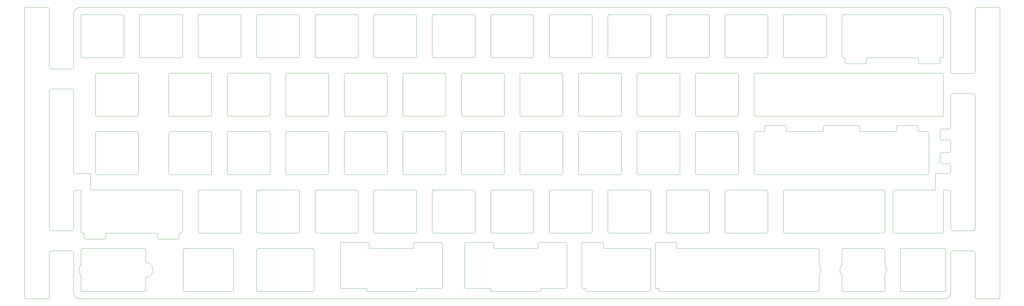
<source format=gm1>
%TF.GenerationSoftware,KiCad,Pcbnew,(5.1.6-0-10_14)*%
%TF.CreationDate,2020-08-10T13:13:59+09:00*%
%TF.ProjectId,keyplate,6b657970-6c61-4746-952e-6b696361645f,rev?*%
%TF.SameCoordinates,Original*%
%TF.FileFunction,Profile,NP*%
%FSLAX46Y46*%
G04 Gerber Fmt 4.6, Leading zero omitted, Abs format (unit mm)*
G04 Created by KiCad (PCBNEW (5.1.6-0-10_14)) date 2020-08-10 13:13:59*
%MOMM*%
%LPD*%
G01*
G04 APERTURE LIST*
%TA.AperFunction,Profile*%
%ADD10C,0.050000*%
%TD*%
G04 APERTURE END LIST*
D10*
X126750067Y-57800000D02*
X126800914Y-57802602D01*
X126800914Y-57802602D02*
X126850361Y-57810236D01*
X126850361Y-57810236D02*
X126921339Y-57830553D01*
X126921339Y-57830553D02*
X126987706Y-57860730D01*
X126987706Y-57860730D02*
X127048588Y-57899888D01*
X127048588Y-57899888D02*
X127103108Y-57947152D01*
X127103108Y-57947152D02*
X127150392Y-58001642D01*
X127150392Y-58001642D02*
X127189563Y-58062483D01*
X127189563Y-58062483D02*
X127219747Y-58128797D01*
X127219747Y-58128797D02*
X127240067Y-58199706D01*
X127240067Y-58199706D02*
X127249648Y-58274334D01*
X127249648Y-58274334D02*
X127250305Y-58299885D01*
X221999829Y-57800000D02*
X222050676Y-57802602D01*
X222050676Y-57802602D02*
X222100123Y-57810236D01*
X222100123Y-57810236D02*
X222171101Y-57830553D01*
X222171101Y-57830553D02*
X222237468Y-57860730D01*
X222237468Y-57860730D02*
X222298350Y-57899888D01*
X222298350Y-57899888D02*
X222352870Y-57947152D01*
X222352870Y-57947152D02*
X222400154Y-58001642D01*
X222400154Y-58001642D02*
X222439325Y-58062483D01*
X222439325Y-58062483D02*
X222469509Y-58128797D01*
X222469509Y-58128797D02*
X222489829Y-58199706D01*
X222489829Y-58199706D02*
X222499410Y-58274334D01*
X222499410Y-58274334D02*
X222500067Y-58299885D01*
X208500116Y-71300066D02*
X208500116Y-58299885D01*
X127250305Y-71300066D02*
X127250305Y-71300066D01*
X113250354Y-58299885D02*
X113252952Y-58249099D01*
X113252952Y-58249099D02*
X113266191Y-58175613D01*
X113266191Y-58175613D02*
X113289864Y-58106138D01*
X113289864Y-58106138D02*
X113323100Y-58041551D01*
X113323100Y-58041551D02*
X113365025Y-57982730D01*
X113365025Y-57982730D02*
X113414769Y-57930551D01*
X113414769Y-57930551D02*
X113471459Y-57885892D01*
X113471459Y-57885892D02*
X113534223Y-57849630D01*
X113534223Y-57849630D02*
X113602189Y-57822642D01*
X113602189Y-57822642D02*
X113674485Y-57805806D01*
X113674485Y-57805806D02*
X113724657Y-57800656D01*
X113724657Y-57800656D02*
X113750239Y-57800000D01*
X113250354Y-71300066D02*
X113250354Y-58299885D01*
X209000000Y-71799951D02*
X208949156Y-71797348D01*
X208949156Y-71797348D02*
X208899720Y-71789714D01*
X208899720Y-71789714D02*
X208828771Y-71769397D01*
X208828771Y-71769397D02*
X208762442Y-71739220D01*
X208762442Y-71739220D02*
X208701606Y-71700062D01*
X208701606Y-71700062D02*
X208647135Y-71652799D01*
X208647135Y-71652799D02*
X208599900Y-71598308D01*
X208599900Y-71598308D02*
X208560775Y-71537467D01*
X208560775Y-71537467D02*
X208530630Y-71471153D01*
X208530630Y-71471153D02*
X208510338Y-71400244D01*
X208510338Y-71400244D02*
X208500771Y-71325616D01*
X208500771Y-71325616D02*
X208500116Y-71300066D01*
X260599971Y-14150209D02*
X260599971Y-14150209D01*
X260599971Y-1150028D02*
X260599971Y-14150209D01*
X247099905Y-650143D02*
X260099734Y-650143D01*
X260099734Y-650143D02*
X260150581Y-652745D01*
X260150581Y-652745D02*
X260200028Y-660379D01*
X260200028Y-660379D02*
X260271005Y-680696D01*
X260271005Y-680696D02*
X260337373Y-710873D01*
X260337373Y-710873D02*
X260398254Y-750031D01*
X260398254Y-750031D02*
X260452775Y-797295D01*
X260452775Y-797295D02*
X260500058Y-851785D01*
X260500058Y-851785D02*
X260539229Y-912626D01*
X260539229Y-912626D02*
X260569413Y-978940D01*
X260569413Y-978940D02*
X260589733Y-1049849D01*
X260589733Y-1049849D02*
X260599314Y-1124477D01*
X260599314Y-1124477D02*
X260599971Y-1150028D01*
X246600020Y-14150209D02*
X246600020Y-1150028D01*
X246600020Y-1150028D02*
X246602618Y-1099242D01*
X246602618Y-1099242D02*
X246615857Y-1025756D01*
X246615857Y-1025756D02*
X246639531Y-956281D01*
X246639531Y-956281D02*
X246672766Y-891694D01*
X246672766Y-891694D02*
X246714692Y-832873D01*
X246714692Y-832873D02*
X246764436Y-780694D01*
X246764436Y-780694D02*
X246821125Y-736035D01*
X246821125Y-736035D02*
X246883889Y-699773D01*
X246883889Y-699773D02*
X246951855Y-672785D01*
X246951855Y-672785D02*
X247024151Y-655949D01*
X247024151Y-655949D02*
X247074323Y-650799D01*
X247074323Y-650799D02*
X247099905Y-650143D01*
X260099734Y-14650094D02*
X247099905Y-14650094D01*
X247099905Y-14650094D02*
X247049061Y-14647491D01*
X247049061Y-14647491D02*
X246999625Y-14639857D01*
X246999625Y-14639857D02*
X246928676Y-14619540D01*
X246928676Y-14619540D02*
X246862347Y-14589363D01*
X246862347Y-14589363D02*
X246801511Y-14550205D01*
X246801511Y-14550205D02*
X246747040Y-14502942D01*
X246747040Y-14502942D02*
X246699805Y-14448451D01*
X246699805Y-14448451D02*
X246660679Y-14387610D01*
X246660679Y-14387610D02*
X246630534Y-14321296D01*
X246630534Y-14321296D02*
X246610242Y-14250387D01*
X246610242Y-14250387D02*
X246600675Y-14175759D01*
X246600675Y-14175759D02*
X246600020Y-14150209D01*
X56600381Y-14650094D02*
X56600381Y-14650094D01*
X69600210Y-14650094D02*
X56600381Y-14650094D01*
X260599971Y-14150209D02*
X260597368Y-14200994D01*
X260597368Y-14200994D02*
X260584110Y-14274480D01*
X260584110Y-14274480D02*
X260560404Y-14343955D01*
X260560404Y-14343955D02*
X260527128Y-14408542D01*
X260527128Y-14408542D02*
X260485155Y-14467363D01*
X260485155Y-14467363D02*
X260435362Y-14519542D01*
X260435362Y-14519542D02*
X260378624Y-14564201D01*
X260378624Y-14564201D02*
X260315817Y-14600463D01*
X260315817Y-14600463D02*
X260247815Y-14627451D01*
X260247815Y-14627451D02*
X260175496Y-14644287D01*
X260175496Y-14644287D02*
X260125316Y-14649437D01*
X260125316Y-14649437D02*
X260099734Y-14650094D01*
X70100448Y-1150028D02*
X70100448Y-14150209D01*
X70100448Y-14150209D02*
X70097845Y-14200994D01*
X70097845Y-14200994D02*
X70084587Y-14274480D01*
X70084587Y-14274480D02*
X70060881Y-14343955D01*
X70060881Y-14343955D02*
X70027604Y-14408542D01*
X70027604Y-14408542D02*
X69985632Y-14467363D01*
X69985632Y-14467363D02*
X69935838Y-14519542D01*
X69935838Y-14519542D02*
X69879100Y-14564201D01*
X69879100Y-14564201D02*
X69816293Y-14600463D01*
X69816293Y-14600463D02*
X69748291Y-14627451D01*
X69748291Y-14627451D02*
X69675972Y-14644287D01*
X69675972Y-14644287D02*
X69625792Y-14649437D01*
X69625792Y-14649437D02*
X69600210Y-14650094D01*
X56600381Y-650143D02*
X69600210Y-650143D01*
X69600210Y-650143D02*
X69651057Y-652745D01*
X69651057Y-652745D02*
X69700504Y-660379D01*
X69700504Y-660379D02*
X69771482Y-680696D01*
X69771482Y-680696D02*
X69837849Y-710873D01*
X69837849Y-710873D02*
X69898731Y-750031D01*
X69898731Y-750031D02*
X69953251Y-797295D01*
X69953251Y-797295D02*
X70000535Y-851785D01*
X70000535Y-851785D02*
X70039706Y-912626D01*
X70039706Y-912626D02*
X70069890Y-978940D01*
X70069890Y-978940D02*
X70090210Y-1049849D01*
X70090210Y-1049849D02*
X70099791Y-1124477D01*
X70099791Y-1124477D02*
X70100448Y-1150028D01*
X56100497Y-14150209D02*
X56100497Y-1150028D01*
X56100497Y-1150028D02*
X56103095Y-1099242D01*
X56103095Y-1099242D02*
X56116334Y-1025756D01*
X56116334Y-1025756D02*
X56140007Y-956281D01*
X56140007Y-956281D02*
X56173243Y-891694D01*
X56173243Y-891694D02*
X56215168Y-832873D01*
X56215168Y-832873D02*
X56264912Y-780694D01*
X56264912Y-780694D02*
X56321602Y-736035D01*
X56321602Y-736035D02*
X56384366Y-699773D01*
X56384366Y-699773D02*
X56452331Y-672785D01*
X56452331Y-672785D02*
X56524627Y-655949D01*
X56524627Y-655949D02*
X56574799Y-650799D01*
X56574799Y-650799D02*
X56600381Y-650143D01*
X89150400Y-14150209D02*
X89150400Y-14150209D01*
X89150400Y-1150028D02*
X89150400Y-14150209D01*
X56600381Y-14650094D02*
X56549537Y-14647491D01*
X56549537Y-14647491D02*
X56500101Y-14639857D01*
X56500101Y-14639857D02*
X56429152Y-14619540D01*
X56429152Y-14619540D02*
X56362823Y-14589363D01*
X56362823Y-14589363D02*
X56301987Y-14550205D01*
X56301987Y-14550205D02*
X56247516Y-14502942D01*
X56247516Y-14502942D02*
X56200281Y-14448451D01*
X56200281Y-14448451D02*
X56161156Y-14387610D01*
X56161156Y-14387610D02*
X56131011Y-14321296D01*
X56131011Y-14321296D02*
X56110719Y-14250387D01*
X56110719Y-14250387D02*
X56101152Y-14175759D01*
X56101152Y-14175759D02*
X56100497Y-14150209D01*
X75650334Y-650143D02*
X88650162Y-650143D01*
X88650162Y-650143D02*
X88701009Y-652745D01*
X88701009Y-652745D02*
X88750456Y-660379D01*
X88750456Y-660379D02*
X88821434Y-680696D01*
X88821434Y-680696D02*
X88887801Y-710873D01*
X88887801Y-710873D02*
X88948683Y-750031D01*
X88948683Y-750031D02*
X89003203Y-797295D01*
X89003203Y-797295D02*
X89050487Y-851785D01*
X89050487Y-851785D02*
X89089658Y-912626D01*
X89089658Y-912626D02*
X89119842Y-978940D01*
X89119842Y-978940D02*
X89140162Y-1049849D01*
X89140162Y-1049849D02*
X89149743Y-1124477D01*
X89149743Y-1124477D02*
X89150400Y-1150028D01*
X75150449Y-14150209D02*
X75150449Y-1150028D01*
X75150449Y-1150028D02*
X75153047Y-1099242D01*
X75153047Y-1099242D02*
X75166286Y-1025756D01*
X75166286Y-1025756D02*
X75189959Y-956281D01*
X75189959Y-956281D02*
X75223195Y-891694D01*
X75223195Y-891694D02*
X75265120Y-832873D01*
X75265120Y-832873D02*
X75314864Y-780694D01*
X75314864Y-780694D02*
X75371554Y-736035D01*
X75371554Y-736035D02*
X75434318Y-699773D01*
X75434318Y-699773D02*
X75502284Y-672785D01*
X75502284Y-672785D02*
X75574580Y-655949D01*
X75574580Y-655949D02*
X75624752Y-650799D01*
X75624752Y-650799D02*
X75650334Y-650143D01*
X88650162Y-14650094D02*
X75650334Y-14650094D01*
X75650334Y-14650094D02*
X75599490Y-14647491D01*
X75599490Y-14647491D02*
X75550054Y-14639857D01*
X75550054Y-14639857D02*
X75479104Y-14619540D01*
X75479104Y-14619540D02*
X75412776Y-14589363D01*
X75412776Y-14589363D02*
X75351939Y-14550205D01*
X75351939Y-14550205D02*
X75297468Y-14502942D01*
X75297468Y-14502942D02*
X75250234Y-14448451D01*
X75250234Y-14448451D02*
X75211108Y-14387610D01*
X75211108Y-14387610D02*
X75180963Y-14321296D01*
X75180963Y-14321296D02*
X75160671Y-14250387D01*
X75160671Y-14250387D02*
X75151104Y-14175759D01*
X75151104Y-14175759D02*
X75150449Y-14150209D01*
X279649924Y-14150209D02*
X279649924Y-14150209D01*
X279649924Y-1150028D02*
X279649924Y-14150209D01*
X89150400Y-14150209D02*
X89147797Y-14200994D01*
X89147797Y-14200994D02*
X89134539Y-14274480D01*
X89134539Y-14274480D02*
X89110833Y-14343955D01*
X89110833Y-14343955D02*
X89077557Y-14408542D01*
X89077557Y-14408542D02*
X89035584Y-14467363D01*
X89035584Y-14467363D02*
X88985791Y-14519542D01*
X88985791Y-14519542D02*
X88929053Y-14564201D01*
X88929053Y-14564201D02*
X88866245Y-14600463D01*
X88866245Y-14600463D02*
X88798244Y-14627451D01*
X88798244Y-14627451D02*
X88725924Y-14644287D01*
X88725924Y-14644287D02*
X88675744Y-14649437D01*
X88675744Y-14649437D02*
X88650162Y-14650094D01*
X266149858Y-650143D02*
X279149686Y-650143D01*
X279149686Y-650143D02*
X279200533Y-652745D01*
X279200533Y-652745D02*
X279249980Y-660379D01*
X279249980Y-660379D02*
X279320958Y-680696D01*
X279320958Y-680696D02*
X279387325Y-710873D01*
X279387325Y-710873D02*
X279448207Y-750031D01*
X279448207Y-750031D02*
X279502727Y-797295D01*
X279502727Y-797295D02*
X279550011Y-851785D01*
X279550011Y-851785D02*
X279589182Y-912626D01*
X279589182Y-912626D02*
X279619366Y-978940D01*
X279619366Y-978940D02*
X279639686Y-1049849D01*
X279639686Y-1049849D02*
X279649267Y-1124477D01*
X279649267Y-1124477D02*
X279649924Y-1150028D01*
X265649973Y-14150209D02*
X265649973Y-1150028D01*
X265649973Y-1150028D02*
X265652571Y-1099242D01*
X265652571Y-1099242D02*
X265665810Y-1025756D01*
X265665810Y-1025756D02*
X265689483Y-956281D01*
X265689483Y-956281D02*
X265722719Y-891694D01*
X265722719Y-891694D02*
X265764644Y-832873D01*
X265764644Y-832873D02*
X265814388Y-780694D01*
X265814388Y-780694D02*
X265871078Y-736035D01*
X265871078Y-736035D02*
X265933841Y-699773D01*
X265933841Y-699773D02*
X266001807Y-672785D01*
X266001807Y-672785D02*
X266074103Y-655949D01*
X266074103Y-655949D02*
X266124276Y-650799D01*
X266124276Y-650799D02*
X266149858Y-650143D01*
X279149686Y-14650094D02*
X266149858Y-14650094D01*
X266149858Y-14650094D02*
X266099014Y-14647491D01*
X266099014Y-14647491D02*
X266049577Y-14639857D01*
X266049577Y-14639857D02*
X265978628Y-14619540D01*
X265978628Y-14619540D02*
X265912299Y-14589363D01*
X265912299Y-14589363D02*
X265851463Y-14550205D01*
X265851463Y-14550205D02*
X265796992Y-14502942D01*
X265796992Y-14502942D02*
X265749757Y-14448451D01*
X265749757Y-14448451D02*
X265710632Y-14387610D01*
X265710632Y-14387610D02*
X265680487Y-14321296D01*
X265680487Y-14321296D02*
X265660195Y-14250387D01*
X265660195Y-14250387D02*
X265650628Y-14175759D01*
X265650628Y-14175759D02*
X265649973Y-14150209D01*
X127250305Y-14150209D02*
X127250305Y-14150209D01*
X127250305Y-1150028D02*
X127250305Y-14150209D01*
X279649924Y-14150209D02*
X279647321Y-14200994D01*
X279647321Y-14200994D02*
X279634063Y-14274480D01*
X279634063Y-14274480D02*
X279610357Y-14343955D01*
X279610357Y-14343955D02*
X279577081Y-14408542D01*
X279577081Y-14408542D02*
X279535108Y-14467363D01*
X279535108Y-14467363D02*
X279485315Y-14519542D01*
X279485315Y-14519542D02*
X279428577Y-14564201D01*
X279428577Y-14564201D02*
X279365769Y-14600463D01*
X279365769Y-14600463D02*
X279297768Y-14627451D01*
X279297768Y-14627451D02*
X279225448Y-14644287D01*
X279225448Y-14644287D02*
X279175268Y-14649437D01*
X279175268Y-14649437D02*
X279149686Y-14650094D01*
X113750239Y-650143D02*
X126750067Y-650143D01*
X126750067Y-650143D02*
X126800914Y-652745D01*
X126800914Y-652745D02*
X126850361Y-660379D01*
X126850361Y-660379D02*
X126921339Y-680696D01*
X126921339Y-680696D02*
X126987706Y-710873D01*
X126987706Y-710873D02*
X127048588Y-750031D01*
X127048588Y-750031D02*
X127103108Y-797295D01*
X127103108Y-797295D02*
X127150392Y-851785D01*
X127150392Y-851785D02*
X127189563Y-912626D01*
X127189563Y-912626D02*
X127219747Y-978940D01*
X127219747Y-978940D02*
X127240067Y-1049849D01*
X127240067Y-1049849D02*
X127249648Y-1124477D01*
X127249648Y-1124477D02*
X127250305Y-1150028D01*
X113250354Y-14150209D02*
X113250354Y-1150028D01*
X113250354Y-1150028D02*
X113252952Y-1099242D01*
X113252952Y-1099242D02*
X113266191Y-1025756D01*
X113266191Y-1025756D02*
X113289864Y-956281D01*
X113289864Y-956281D02*
X113323100Y-891694D01*
X113323100Y-891694D02*
X113365025Y-832873D01*
X113365025Y-832873D02*
X113414769Y-780694D01*
X113414769Y-780694D02*
X113471459Y-736035D01*
X113471459Y-736035D02*
X113534223Y-699773D01*
X113534223Y-699773D02*
X113602189Y-672785D01*
X113602189Y-672785D02*
X113674485Y-655949D01*
X113674485Y-655949D02*
X113724657Y-650799D01*
X113724657Y-650799D02*
X113750239Y-650143D01*
X126750067Y-14650094D02*
X113750239Y-14650094D01*
X113750239Y-14650094D02*
X113699395Y-14647491D01*
X113699395Y-14647491D02*
X113649959Y-14639857D01*
X113649959Y-14639857D02*
X113579009Y-14619540D01*
X113579009Y-14619540D02*
X113512681Y-14589363D01*
X113512681Y-14589363D02*
X113451844Y-14550205D01*
X113451844Y-14550205D02*
X113397373Y-14502942D01*
X113397373Y-14502942D02*
X113350139Y-14448451D01*
X113350139Y-14448451D02*
X113311013Y-14387610D01*
X113311013Y-14387610D02*
X113280868Y-14321296D01*
X113280868Y-14321296D02*
X113260576Y-14250387D01*
X113260576Y-14250387D02*
X113251009Y-14175759D01*
X113251009Y-14175759D02*
X113250354Y-14150209D01*
X241550019Y-14150209D02*
X241550019Y-14150209D01*
X241550019Y-1150028D02*
X241550019Y-14150209D01*
X127250305Y-14150209D02*
X127247702Y-14200994D01*
X127247702Y-14200994D02*
X127234444Y-14274480D01*
X127234444Y-14274480D02*
X127210738Y-14343955D01*
X127210738Y-14343955D02*
X127177462Y-14408542D01*
X127177462Y-14408542D02*
X127135489Y-14467363D01*
X127135489Y-14467363D02*
X127085696Y-14519542D01*
X127085696Y-14519542D02*
X127028958Y-14564201D01*
X127028958Y-14564201D02*
X126966150Y-14600463D01*
X126966150Y-14600463D02*
X126898149Y-14627451D01*
X126898149Y-14627451D02*
X126825829Y-14644287D01*
X126825829Y-14644287D02*
X126775649Y-14649437D01*
X126775649Y-14649437D02*
X126750067Y-14650094D01*
X228049953Y-650143D02*
X241049781Y-650143D01*
X241049781Y-650143D02*
X241100628Y-652745D01*
X241100628Y-652745D02*
X241150075Y-660379D01*
X241150075Y-660379D02*
X241221053Y-680696D01*
X241221053Y-680696D02*
X241287420Y-710873D01*
X241287420Y-710873D02*
X241348302Y-750031D01*
X241348302Y-750031D02*
X241402822Y-797295D01*
X241402822Y-797295D02*
X241450106Y-851785D01*
X241450106Y-851785D02*
X241489277Y-912626D01*
X241489277Y-912626D02*
X241519461Y-978940D01*
X241519461Y-978940D02*
X241539781Y-1049849D01*
X241539781Y-1049849D02*
X241549362Y-1124477D01*
X241549362Y-1124477D02*
X241550019Y-1150028D01*
X227550068Y-14150209D02*
X227550068Y-1150028D01*
X227550068Y-1150028D02*
X227552666Y-1099242D01*
X227552666Y-1099242D02*
X227565905Y-1025756D01*
X227565905Y-1025756D02*
X227589578Y-956281D01*
X227589578Y-956281D02*
X227622814Y-891694D01*
X227622814Y-891694D02*
X227664739Y-832873D01*
X227664739Y-832873D02*
X227714483Y-780694D01*
X227714483Y-780694D02*
X227771173Y-736035D01*
X227771173Y-736035D02*
X227833937Y-699773D01*
X227833937Y-699773D02*
X227901903Y-672785D01*
X227901903Y-672785D02*
X227974199Y-655949D01*
X227974199Y-655949D02*
X228024371Y-650799D01*
X228024371Y-650799D02*
X228049953Y-650143D01*
X241049781Y-14650094D02*
X228049953Y-14650094D01*
X228049953Y-14650094D02*
X227999109Y-14647491D01*
X227999109Y-14647491D02*
X227949673Y-14639857D01*
X227949673Y-14639857D02*
X227878723Y-14619540D01*
X227878723Y-14619540D02*
X227812395Y-14589363D01*
X227812395Y-14589363D02*
X227751558Y-14550205D01*
X227751558Y-14550205D02*
X227697087Y-14502942D01*
X227697087Y-14502942D02*
X227649853Y-14448451D01*
X227649853Y-14448451D02*
X227610727Y-14387610D01*
X227610727Y-14387610D02*
X227580582Y-14321296D01*
X227580582Y-14321296D02*
X227560290Y-14250387D01*
X227560290Y-14250387D02*
X227550723Y-14175759D01*
X227550723Y-14175759D02*
X227550068Y-14150209D01*
X222500067Y-14150209D02*
X222500067Y-14150209D01*
X222500067Y-1150028D02*
X222500067Y-14150209D01*
X241550019Y-14150209D02*
X241547416Y-14200994D01*
X241547416Y-14200994D02*
X241534158Y-14274480D01*
X241534158Y-14274480D02*
X241510452Y-14343955D01*
X241510452Y-14343955D02*
X241477176Y-14408542D01*
X241477176Y-14408542D02*
X241435203Y-14467363D01*
X241435203Y-14467363D02*
X241385410Y-14519542D01*
X241385410Y-14519542D02*
X241328672Y-14564201D01*
X241328672Y-14564201D02*
X241265864Y-14600463D01*
X241265864Y-14600463D02*
X241197863Y-14627451D01*
X241197863Y-14627451D02*
X241125543Y-14644287D01*
X241125543Y-14644287D02*
X241075363Y-14649437D01*
X241075363Y-14649437D02*
X241049781Y-14650094D01*
X209000000Y-650143D02*
X221999829Y-650143D01*
X221999829Y-650143D02*
X222050676Y-652745D01*
X222050676Y-652745D02*
X222100123Y-660379D01*
X222100123Y-660379D02*
X222171101Y-680696D01*
X222171101Y-680696D02*
X222237468Y-710873D01*
X222237468Y-710873D02*
X222298350Y-750031D01*
X222298350Y-750031D02*
X222352870Y-797295D01*
X222352870Y-797295D02*
X222400154Y-851785D01*
X222400154Y-851785D02*
X222439325Y-912626D01*
X222439325Y-912626D02*
X222469509Y-978940D01*
X222469509Y-978940D02*
X222489829Y-1049849D01*
X222489829Y-1049849D02*
X222499410Y-1124477D01*
X222499410Y-1124477D02*
X222500067Y-1150028D01*
X208500116Y-14150209D02*
X208500116Y-1150028D01*
X208500116Y-1150028D02*
X208502714Y-1099242D01*
X208502714Y-1099242D02*
X208515953Y-1025756D01*
X208515953Y-1025756D02*
X208539626Y-956281D01*
X208539626Y-956281D02*
X208572862Y-891694D01*
X208572862Y-891694D02*
X208614787Y-832873D01*
X208614787Y-832873D02*
X208664531Y-780694D01*
X208664531Y-780694D02*
X208721221Y-736035D01*
X208721221Y-736035D02*
X208783985Y-699773D01*
X208783985Y-699773D02*
X208851950Y-672785D01*
X208851950Y-672785D02*
X208924246Y-655949D01*
X208924246Y-655949D02*
X208974418Y-650799D01*
X208974418Y-650799D02*
X209000000Y-650143D01*
X221999829Y-14650094D02*
X209000000Y-14650094D01*
X209000000Y-14650094D02*
X208949156Y-14647491D01*
X208949156Y-14647491D02*
X208899720Y-14639857D01*
X208899720Y-14639857D02*
X208828771Y-14619540D01*
X208828771Y-14619540D02*
X208762442Y-14589363D01*
X208762442Y-14589363D02*
X208701606Y-14550205D01*
X208701606Y-14550205D02*
X208647135Y-14502942D01*
X208647135Y-14502942D02*
X208599900Y-14448451D01*
X208599900Y-14448451D02*
X208560775Y-14387610D01*
X208560775Y-14387610D02*
X208530630Y-14321296D01*
X208530630Y-14321296D02*
X208510338Y-14250387D01*
X208510338Y-14250387D02*
X208500771Y-14175759D01*
X208500771Y-14175759D02*
X208500116Y-14150209D01*
X108200352Y-14150209D02*
X108200352Y-14150209D01*
X108200352Y-1150028D02*
X108200352Y-14150209D01*
X222500067Y-14150209D02*
X222497464Y-14200994D01*
X222497464Y-14200994D02*
X222484206Y-14274480D01*
X222484206Y-14274480D02*
X222460500Y-14343955D01*
X222460500Y-14343955D02*
X222427223Y-14408542D01*
X222427223Y-14408542D02*
X222385251Y-14467363D01*
X222385251Y-14467363D02*
X222335457Y-14519542D01*
X222335457Y-14519542D02*
X222278719Y-14564201D01*
X222278719Y-14564201D02*
X222215912Y-14600463D01*
X222215912Y-14600463D02*
X222147910Y-14627451D01*
X222147910Y-14627451D02*
X222075591Y-14644287D01*
X222075591Y-14644287D02*
X222025411Y-14649437D01*
X222025411Y-14649437D02*
X221999829Y-14650094D01*
X94700286Y-650143D02*
X107700115Y-650143D01*
X107700115Y-650143D02*
X107750962Y-652745D01*
X107750962Y-652745D02*
X107800409Y-660379D01*
X107800409Y-660379D02*
X107871386Y-680696D01*
X107871386Y-680696D02*
X107937754Y-710873D01*
X107937754Y-710873D02*
X107998635Y-750031D01*
X107998635Y-750031D02*
X108053156Y-797295D01*
X108053156Y-797295D02*
X108100439Y-851785D01*
X108100439Y-851785D02*
X108139610Y-912626D01*
X108139610Y-912626D02*
X108169794Y-978940D01*
X108169794Y-978940D02*
X108190114Y-1049849D01*
X108190114Y-1049849D02*
X108199695Y-1124477D01*
X108199695Y-1124477D02*
X108200352Y-1150028D01*
X94200401Y-14150209D02*
X94200401Y-1150028D01*
X94200401Y-1150028D02*
X94202999Y-1099242D01*
X94202999Y-1099242D02*
X94216238Y-1025756D01*
X94216238Y-1025756D02*
X94239912Y-956281D01*
X94239912Y-956281D02*
X94273147Y-891694D01*
X94273147Y-891694D02*
X94315073Y-832873D01*
X94315073Y-832873D02*
X94364817Y-780694D01*
X94364817Y-780694D02*
X94421506Y-736035D01*
X94421506Y-736035D02*
X94484270Y-699773D01*
X94484270Y-699773D02*
X94552236Y-672785D01*
X94552236Y-672785D02*
X94624532Y-655949D01*
X94624532Y-655949D02*
X94674704Y-650799D01*
X94674704Y-650799D02*
X94700286Y-650143D01*
X107700115Y-14650094D02*
X94700286Y-14650094D01*
X94700286Y-14650094D02*
X94649442Y-14647491D01*
X94649442Y-14647491D02*
X94600006Y-14639857D01*
X94600006Y-14639857D02*
X94529057Y-14619540D01*
X94529057Y-14619540D02*
X94462728Y-14589363D01*
X94462728Y-14589363D02*
X94401892Y-14550205D01*
X94401892Y-14550205D02*
X94347421Y-14502942D01*
X94347421Y-14502942D02*
X94300186Y-14448451D01*
X94300186Y-14448451D02*
X94261060Y-14387610D01*
X94261060Y-14387610D02*
X94230915Y-14321296D01*
X94230915Y-14321296D02*
X94210623Y-14250387D01*
X94210623Y-14250387D02*
X94201056Y-14175759D01*
X94201056Y-14175759D02*
X94200401Y-14150209D01*
X51050495Y-14150209D02*
X51050495Y-14150209D01*
X51050495Y-1150028D02*
X51050495Y-14150209D01*
X108200352Y-14150209D02*
X108197749Y-14200994D01*
X108197749Y-14200994D02*
X108184491Y-14274480D01*
X108184491Y-14274480D02*
X108160785Y-14343955D01*
X108160785Y-14343955D02*
X108127509Y-14408542D01*
X108127509Y-14408542D02*
X108085536Y-14467363D01*
X108085536Y-14467363D02*
X108035743Y-14519542D01*
X108035743Y-14519542D02*
X107979005Y-14564201D01*
X107979005Y-14564201D02*
X107916198Y-14600463D01*
X107916198Y-14600463D02*
X107848196Y-14627451D01*
X107848196Y-14627451D02*
X107775877Y-14644287D01*
X107775877Y-14644287D02*
X107725697Y-14649437D01*
X107725697Y-14649437D02*
X107700115Y-14650094D01*
X37550429Y-650143D02*
X50550258Y-650143D01*
X50550258Y-650143D02*
X50601105Y-652745D01*
X50601105Y-652745D02*
X50650552Y-660379D01*
X50650552Y-660379D02*
X50721529Y-680696D01*
X50721529Y-680696D02*
X50787897Y-710873D01*
X50787897Y-710873D02*
X50848778Y-750031D01*
X50848778Y-750031D02*
X50903299Y-797295D01*
X50903299Y-797295D02*
X50950582Y-851785D01*
X50950582Y-851785D02*
X50989753Y-912626D01*
X50989753Y-912626D02*
X51019937Y-978940D01*
X51019937Y-978940D02*
X51040257Y-1049849D01*
X51040257Y-1049849D02*
X51049838Y-1124477D01*
X51049838Y-1124477D02*
X51050495Y-1150028D01*
X37050544Y-14150209D02*
X37050544Y-1150028D01*
X37050544Y-1150028D02*
X37053142Y-1099242D01*
X37053142Y-1099242D02*
X37066381Y-1025756D01*
X37066381Y-1025756D02*
X37090055Y-956281D01*
X37090055Y-956281D02*
X37123290Y-891694D01*
X37123290Y-891694D02*
X37165216Y-832873D01*
X37165216Y-832873D02*
X37214960Y-780694D01*
X37214960Y-780694D02*
X37271649Y-736035D01*
X37271649Y-736035D02*
X37334413Y-699773D01*
X37334413Y-699773D02*
X37402379Y-672785D01*
X37402379Y-672785D02*
X37474675Y-655949D01*
X37474675Y-655949D02*
X37524847Y-650799D01*
X37524847Y-650799D02*
X37550429Y-650143D01*
X50550258Y-14650094D02*
X37550429Y-14650094D01*
X37550429Y-14650094D02*
X37499585Y-14647491D01*
X37499585Y-14647491D02*
X37450149Y-14639857D01*
X37450149Y-14639857D02*
X37379200Y-14619540D01*
X37379200Y-14619540D02*
X37312871Y-14589363D01*
X37312871Y-14589363D02*
X37252035Y-14550205D01*
X37252035Y-14550205D02*
X37197564Y-14502942D01*
X37197564Y-14502942D02*
X37150329Y-14448451D01*
X37150329Y-14448451D02*
X37111203Y-14387610D01*
X37111203Y-14387610D02*
X37081058Y-14321296D01*
X37081058Y-14321296D02*
X37060766Y-14250387D01*
X37060766Y-14250387D02*
X37051199Y-14175759D01*
X37051199Y-14175759D02*
X37050544Y-14150209D01*
X146300257Y-14150209D02*
X146300257Y-14150209D01*
X146300257Y-1150028D02*
X146300257Y-14150209D01*
X51050495Y-14150209D02*
X51047892Y-14200994D01*
X51047892Y-14200994D02*
X51034634Y-14274480D01*
X51034634Y-14274480D02*
X51010928Y-14343955D01*
X51010928Y-14343955D02*
X50977652Y-14408542D01*
X50977652Y-14408542D02*
X50935679Y-14467363D01*
X50935679Y-14467363D02*
X50885886Y-14519542D01*
X50885886Y-14519542D02*
X50829148Y-14564201D01*
X50829148Y-14564201D02*
X50766341Y-14600463D01*
X50766341Y-14600463D02*
X50698339Y-14627451D01*
X50698339Y-14627451D02*
X50626020Y-14644287D01*
X50626020Y-14644287D02*
X50575840Y-14649437D01*
X50575840Y-14649437D02*
X50550258Y-14650094D01*
X132800191Y-650143D02*
X145800020Y-650143D01*
X145800020Y-650143D02*
X145850867Y-652745D01*
X145850867Y-652745D02*
X145900314Y-660379D01*
X145900314Y-660379D02*
X145971291Y-680696D01*
X145971291Y-680696D02*
X146037659Y-710873D01*
X146037659Y-710873D02*
X146098540Y-750031D01*
X146098540Y-750031D02*
X146153061Y-797295D01*
X146153061Y-797295D02*
X146200344Y-851785D01*
X146200344Y-851785D02*
X146239515Y-912626D01*
X146239515Y-912626D02*
X146269699Y-978940D01*
X146269699Y-978940D02*
X146290019Y-1049849D01*
X146290019Y-1049849D02*
X146299600Y-1124477D01*
X146299600Y-1124477D02*
X146300257Y-1150028D01*
X132300305Y-14150209D02*
X132300305Y-1150028D01*
X132300305Y-1150028D02*
X132302903Y-1099242D01*
X132302903Y-1099242D02*
X132316142Y-1025756D01*
X132316142Y-1025756D02*
X132339815Y-956281D01*
X132339815Y-956281D02*
X132373051Y-891694D01*
X132373051Y-891694D02*
X132414977Y-832873D01*
X132414977Y-832873D02*
X132464720Y-780694D01*
X132464720Y-780694D02*
X132521410Y-736035D01*
X132521410Y-736035D02*
X132584174Y-699773D01*
X132584174Y-699773D02*
X132652140Y-672785D01*
X132652140Y-672785D02*
X132724436Y-655949D01*
X132724436Y-655949D02*
X132774609Y-650799D01*
X132774609Y-650799D02*
X132800191Y-650143D01*
X145800020Y-14650094D02*
X132800191Y-14650094D01*
X132800191Y-14650094D02*
X132749347Y-14647491D01*
X132749347Y-14647491D02*
X132699910Y-14639857D01*
X132699910Y-14639857D02*
X132628961Y-14619540D01*
X132628961Y-14619540D02*
X132562632Y-14589363D01*
X132562632Y-14589363D02*
X132501796Y-14550205D01*
X132501796Y-14550205D02*
X132447324Y-14502942D01*
X132447324Y-14502942D02*
X132400090Y-14448451D01*
X132400090Y-14448451D02*
X132360964Y-14387610D01*
X132360964Y-14387610D02*
X132330819Y-14321296D01*
X132330819Y-14321296D02*
X132310527Y-14250387D01*
X132310527Y-14250387D02*
X132300960Y-14175759D01*
X132300960Y-14175759D02*
X132300305Y-14150209D01*
X165350210Y-14150209D02*
X165350210Y-14150209D01*
X165350210Y-1150028D02*
X165350210Y-14150209D01*
X146300257Y-14150209D02*
X146297654Y-14200994D01*
X146297654Y-14200994D02*
X146284396Y-14274480D01*
X146284396Y-14274480D02*
X146260690Y-14343955D01*
X146260690Y-14343955D02*
X146227414Y-14408542D01*
X146227414Y-14408542D02*
X146185441Y-14467363D01*
X146185441Y-14467363D02*
X146135648Y-14519542D01*
X146135648Y-14519542D02*
X146078910Y-14564201D01*
X146078910Y-14564201D02*
X146016103Y-14600463D01*
X146016103Y-14600463D02*
X145948101Y-14627451D01*
X145948101Y-14627451D02*
X145875782Y-14644287D01*
X145875782Y-14644287D02*
X145825602Y-14649437D01*
X145825602Y-14649437D02*
X145800020Y-14650094D01*
X151850143Y-650143D02*
X164849972Y-650143D01*
X164849972Y-650143D02*
X164900819Y-652745D01*
X164900819Y-652745D02*
X164950266Y-660379D01*
X164950266Y-660379D02*
X165021244Y-680696D01*
X165021244Y-680696D02*
X165087611Y-710873D01*
X165087611Y-710873D02*
X165148493Y-750031D01*
X165148493Y-750031D02*
X165203013Y-797295D01*
X165203013Y-797295D02*
X165250297Y-851785D01*
X165250297Y-851785D02*
X165289468Y-912626D01*
X165289468Y-912626D02*
X165319652Y-978940D01*
X165319652Y-978940D02*
X165339972Y-1049849D01*
X165339972Y-1049849D02*
X165349553Y-1124477D01*
X165349553Y-1124477D02*
X165350210Y-1150028D01*
X151350258Y-14150209D02*
X151350258Y-1150028D01*
X151350258Y-1150028D02*
X151352856Y-1099242D01*
X151352856Y-1099242D02*
X151366095Y-1025756D01*
X151366095Y-1025756D02*
X151389769Y-956281D01*
X151389769Y-956281D02*
X151423004Y-891694D01*
X151423004Y-891694D02*
X151464930Y-832873D01*
X151464930Y-832873D02*
X151514674Y-780694D01*
X151514674Y-780694D02*
X151571363Y-736035D01*
X151571363Y-736035D02*
X151634127Y-699773D01*
X151634127Y-699773D02*
X151702093Y-672785D01*
X151702093Y-672785D02*
X151774389Y-655949D01*
X151774389Y-655949D02*
X151824561Y-650799D01*
X151824561Y-650799D02*
X151850143Y-650143D01*
X164849972Y-14650094D02*
X151850143Y-14650094D01*
X151850143Y-14650094D02*
X151799299Y-14647491D01*
X151799299Y-14647491D02*
X151749863Y-14639857D01*
X151749863Y-14639857D02*
X151678914Y-14619540D01*
X151678914Y-14619540D02*
X151612585Y-14589363D01*
X151612585Y-14589363D02*
X151551749Y-14550205D01*
X151551749Y-14550205D02*
X151497278Y-14502942D01*
X151497278Y-14502942D02*
X151450043Y-14448451D01*
X151450043Y-14448451D02*
X151410917Y-14387610D01*
X151410917Y-14387610D02*
X151380772Y-14321296D01*
X151380772Y-14321296D02*
X151360480Y-14250387D01*
X151360480Y-14250387D02*
X151350913Y-14175759D01*
X151350913Y-14175759D02*
X151350258Y-14150209D01*
X184400162Y-14150209D02*
X184400162Y-14150209D01*
X184400162Y-1150028D02*
X184400162Y-14150209D01*
X165350210Y-14150209D02*
X165347607Y-14200994D01*
X165347607Y-14200994D02*
X165334349Y-14274480D01*
X165334349Y-14274480D02*
X165310643Y-14343955D01*
X165310643Y-14343955D02*
X165277366Y-14408542D01*
X165277366Y-14408542D02*
X165235394Y-14467363D01*
X165235394Y-14467363D02*
X165185600Y-14519542D01*
X165185600Y-14519542D02*
X165128862Y-14564201D01*
X165128862Y-14564201D02*
X165066055Y-14600463D01*
X165066055Y-14600463D02*
X164998053Y-14627451D01*
X164998053Y-14627451D02*
X164925734Y-14644287D01*
X164925734Y-14644287D02*
X164875554Y-14649437D01*
X164875554Y-14649437D02*
X164849972Y-14650094D01*
X170900096Y-650143D02*
X183899924Y-650143D01*
X183899924Y-650143D02*
X183950771Y-652745D01*
X183950771Y-652745D02*
X184000218Y-660379D01*
X184000218Y-660379D02*
X184071196Y-680696D01*
X184071196Y-680696D02*
X184137563Y-710873D01*
X184137563Y-710873D02*
X184198445Y-750031D01*
X184198445Y-750031D02*
X184252965Y-797295D01*
X184252965Y-797295D02*
X184300249Y-851785D01*
X184300249Y-851785D02*
X184339420Y-912626D01*
X184339420Y-912626D02*
X184369604Y-978940D01*
X184369604Y-978940D02*
X184389924Y-1049849D01*
X184389924Y-1049849D02*
X184399505Y-1124477D01*
X184399505Y-1124477D02*
X184400162Y-1150028D01*
X170400211Y-14150209D02*
X170400211Y-1150028D01*
X170400211Y-1150028D02*
X170402809Y-1099242D01*
X170402809Y-1099242D02*
X170416048Y-1025756D01*
X170416048Y-1025756D02*
X170439721Y-956281D01*
X170439721Y-956281D02*
X170472957Y-891694D01*
X170472957Y-891694D02*
X170514882Y-832873D01*
X170514882Y-832873D02*
X170564626Y-780694D01*
X170564626Y-780694D02*
X170621316Y-736035D01*
X170621316Y-736035D02*
X170684080Y-699773D01*
X170684080Y-699773D02*
X170752046Y-672785D01*
X170752046Y-672785D02*
X170824342Y-655949D01*
X170824342Y-655949D02*
X170874514Y-650799D01*
X170874514Y-650799D02*
X170900096Y-650143D01*
X183899924Y-14650094D02*
X170900096Y-14650094D01*
X170900096Y-14650094D02*
X170849252Y-14647491D01*
X170849252Y-14647491D02*
X170799816Y-14639857D01*
X170799816Y-14639857D02*
X170728866Y-14619540D01*
X170728866Y-14619540D02*
X170662538Y-14589363D01*
X170662538Y-14589363D02*
X170601701Y-14550205D01*
X170601701Y-14550205D02*
X170547230Y-14502942D01*
X170547230Y-14502942D02*
X170499996Y-14448451D01*
X170499996Y-14448451D02*
X170460870Y-14387610D01*
X170460870Y-14387610D02*
X170430725Y-14321296D01*
X170430725Y-14321296D02*
X170410433Y-14250387D01*
X170410433Y-14250387D02*
X170400866Y-14175759D01*
X170400866Y-14175759D02*
X170400211Y-14150209D01*
X203450114Y-14150209D02*
X203450114Y-14150209D01*
X203450114Y-1150028D02*
X203450114Y-14150209D01*
X184400162Y-14150209D02*
X184397559Y-14200994D01*
X184397559Y-14200994D02*
X184384301Y-14274480D01*
X184384301Y-14274480D02*
X184360595Y-14343955D01*
X184360595Y-14343955D02*
X184327319Y-14408542D01*
X184327319Y-14408542D02*
X184285346Y-14467363D01*
X184285346Y-14467363D02*
X184235553Y-14519542D01*
X184235553Y-14519542D02*
X184178815Y-14564201D01*
X184178815Y-14564201D02*
X184116007Y-14600463D01*
X184116007Y-14600463D02*
X184048006Y-14627451D01*
X184048006Y-14627451D02*
X183975686Y-14644287D01*
X183975686Y-14644287D02*
X183925506Y-14649437D01*
X183925506Y-14649437D02*
X183899924Y-14650094D01*
X189950048Y-650143D02*
X202949877Y-650143D01*
X202949877Y-650143D02*
X203000724Y-652745D01*
X203000724Y-652745D02*
X203050171Y-660379D01*
X203050171Y-660379D02*
X203121148Y-680696D01*
X203121148Y-680696D02*
X203187516Y-710873D01*
X203187516Y-710873D02*
X203248397Y-750031D01*
X203248397Y-750031D02*
X203302918Y-797295D01*
X203302918Y-797295D02*
X203350201Y-851785D01*
X203350201Y-851785D02*
X203389372Y-912626D01*
X203389372Y-912626D02*
X203419556Y-978940D01*
X203419556Y-978940D02*
X203439876Y-1049849D01*
X203439876Y-1049849D02*
X203449457Y-1124477D01*
X203449457Y-1124477D02*
X203450114Y-1150028D01*
X189450163Y-14150209D02*
X189450163Y-1150028D01*
X189450163Y-1150028D02*
X189452761Y-1099242D01*
X189452761Y-1099242D02*
X189466000Y-1025756D01*
X189466000Y-1025756D02*
X189489674Y-956281D01*
X189489674Y-956281D02*
X189522909Y-891694D01*
X189522909Y-891694D02*
X189564835Y-832873D01*
X189564835Y-832873D02*
X189614579Y-780694D01*
X189614579Y-780694D02*
X189671268Y-736035D01*
X189671268Y-736035D02*
X189734032Y-699773D01*
X189734032Y-699773D02*
X189801998Y-672785D01*
X189801998Y-672785D02*
X189874294Y-655949D01*
X189874294Y-655949D02*
X189924466Y-650799D01*
X189924466Y-650799D02*
X189950048Y-650143D01*
X202949877Y-14650094D02*
X189950048Y-14650094D01*
X189950048Y-14650094D02*
X189899204Y-14647491D01*
X189899204Y-14647491D02*
X189849768Y-14639857D01*
X189849768Y-14639857D02*
X189778819Y-14619540D01*
X189778819Y-14619540D02*
X189712490Y-14589363D01*
X189712490Y-14589363D02*
X189651654Y-14550205D01*
X189651654Y-14550205D02*
X189597183Y-14502942D01*
X189597183Y-14502942D02*
X189549948Y-14448451D01*
X189549948Y-14448451D02*
X189510822Y-14387610D01*
X189510822Y-14387610D02*
X189480677Y-14321296D01*
X189480677Y-14321296D02*
X189460385Y-14250387D01*
X189460385Y-14250387D02*
X189450818Y-14175759D01*
X189450818Y-14175759D02*
X189450163Y-14150209D01*
X292786630Y-14650094D02*
X292786630Y-14650094D01*
X309662771Y-14650094D02*
X292786630Y-14650094D01*
X309662771Y-16150102D02*
X309662771Y-14650094D01*
X203450114Y-14150209D02*
X203447511Y-14200994D01*
X203447511Y-14200994D02*
X203434253Y-14274480D01*
X203434253Y-14274480D02*
X203410547Y-14343955D01*
X203410547Y-14343955D02*
X203377271Y-14408542D01*
X203377271Y-14408542D02*
X203335298Y-14467363D01*
X203335298Y-14467363D02*
X203285505Y-14519542D01*
X203285505Y-14519542D02*
X203228767Y-14564201D01*
X203228767Y-14564201D02*
X203165960Y-14600463D01*
X203165960Y-14600463D02*
X203097958Y-14627451D01*
X203097958Y-14627451D02*
X203025639Y-14644287D01*
X203025639Y-14644287D02*
X202975459Y-14649437D01*
X202975459Y-14649437D02*
X202949877Y-14650094D01*
X316162685Y-16649986D02*
X310162656Y-16649986D01*
X310162656Y-16649986D02*
X310111870Y-16647387D01*
X310111870Y-16647387D02*
X310038384Y-16634148D01*
X310038384Y-16634148D02*
X309968909Y-16610475D01*
X309968909Y-16610475D02*
X309904322Y-16577239D01*
X309904322Y-16577239D02*
X309845501Y-16535314D01*
X309845501Y-16535314D02*
X309793322Y-16485570D01*
X309793322Y-16485570D02*
X309748663Y-16428880D01*
X309748663Y-16428880D02*
X309712401Y-16366116D01*
X309712401Y-16366116D02*
X309685413Y-16298151D01*
X309685413Y-16298151D02*
X309668577Y-16225855D01*
X309668577Y-16225855D02*
X309663427Y-16175683D01*
X309663427Y-16175683D02*
X309662771Y-16150102D01*
X316662570Y-14650094D02*
X316662570Y-16150102D01*
X317249591Y-14650094D02*
X316662570Y-14650094D01*
X316662570Y-16150102D02*
X316659971Y-16200945D01*
X316659971Y-16200945D02*
X316652347Y-16250381D01*
X316652347Y-16250381D02*
X316632055Y-16321330D01*
X316632055Y-16321330D02*
X316601910Y-16387659D01*
X316601910Y-16387659D02*
X316562784Y-16448495D01*
X316562784Y-16448495D02*
X316515550Y-16502966D01*
X316515550Y-16502966D02*
X316461079Y-16550201D01*
X316461079Y-16550201D02*
X316400242Y-16589326D01*
X316400242Y-16589326D02*
X316333914Y-16619471D01*
X316333914Y-16619471D02*
X316262964Y-16639763D01*
X316262964Y-16639763D02*
X316213528Y-16647387D01*
X316213528Y-16647387D02*
X316162685Y-16649986D01*
X317749829Y-1150028D02*
X317749829Y-14150209D01*
X317749829Y-14150209D02*
X317747226Y-14200994D01*
X317747226Y-14200994D02*
X317733968Y-14274480D01*
X317733968Y-14274480D02*
X317710262Y-14343955D01*
X317710262Y-14343955D02*
X317676985Y-14408542D01*
X317676985Y-14408542D02*
X317635013Y-14467363D01*
X317635013Y-14467363D02*
X317585219Y-14519542D01*
X317585219Y-14519542D02*
X317528481Y-14564201D01*
X317528481Y-14564201D02*
X317465674Y-14600463D01*
X317465674Y-14600463D02*
X317397672Y-14627451D01*
X317397672Y-14627451D02*
X317325353Y-14644287D01*
X317325353Y-14644287D02*
X317275173Y-14649437D01*
X317275173Y-14649437D02*
X317249591Y-14650094D01*
X285199810Y-650143D02*
X317249591Y-650143D01*
X317249591Y-650143D02*
X317300438Y-652745D01*
X317300438Y-652745D02*
X317349885Y-660379D01*
X317349885Y-660379D02*
X317420863Y-680696D01*
X317420863Y-680696D02*
X317487230Y-710873D01*
X317487230Y-710873D02*
X317548112Y-750031D01*
X317548112Y-750031D02*
X317602632Y-797295D01*
X317602632Y-797295D02*
X317649916Y-851785D01*
X317649916Y-851785D02*
X317689087Y-912626D01*
X317689087Y-912626D02*
X317719271Y-978940D01*
X317719271Y-978940D02*
X317739591Y-1049849D01*
X317739591Y-1049849D02*
X317749172Y-1124477D01*
X317749172Y-1124477D02*
X317749829Y-1150028D01*
X284699925Y-14150209D02*
X284699925Y-1150028D01*
X284699925Y-1150028D02*
X284702523Y-1099242D01*
X284702523Y-1099242D02*
X284715762Y-1025756D01*
X284715762Y-1025756D02*
X284739435Y-956281D01*
X284739435Y-956281D02*
X284772671Y-891694D01*
X284772671Y-891694D02*
X284814596Y-832873D01*
X284814596Y-832873D02*
X284864340Y-780694D01*
X284864340Y-780694D02*
X284921030Y-736035D01*
X284921030Y-736035D02*
X284983794Y-699773D01*
X284983794Y-699773D02*
X285051760Y-672785D01*
X285051760Y-672785D02*
X285124056Y-655949D01*
X285124056Y-655949D02*
X285174228Y-650799D01*
X285174228Y-650799D02*
X285199810Y-650143D01*
X285786831Y-14650094D02*
X285199810Y-14650094D01*
X285786831Y-16150102D02*
X285786831Y-14650094D01*
X285199810Y-14650094D02*
X285148966Y-14647491D01*
X285148966Y-14647491D02*
X285099530Y-14639857D01*
X285099530Y-14639857D02*
X285028580Y-14619540D01*
X285028580Y-14619540D02*
X284962252Y-14589363D01*
X284962252Y-14589363D02*
X284901415Y-14550205D01*
X284901415Y-14550205D02*
X284846944Y-14502942D01*
X284846944Y-14502942D02*
X284799710Y-14448451D01*
X284799710Y-14448451D02*
X284760584Y-14387610D01*
X284760584Y-14387610D02*
X284730439Y-14321296D01*
X284730439Y-14321296D02*
X284710147Y-14250387D01*
X284710147Y-14250387D02*
X284700580Y-14175759D01*
X284700580Y-14175759D02*
X284699925Y-14150209D01*
X292286745Y-16649986D02*
X286286716Y-16649986D01*
X286286716Y-16649986D02*
X286235930Y-16647387D01*
X286235930Y-16647387D02*
X286162444Y-16634148D01*
X286162444Y-16634148D02*
X286092969Y-16610475D01*
X286092969Y-16610475D02*
X286028382Y-16577239D01*
X286028382Y-16577239D02*
X285969561Y-16535314D01*
X285969561Y-16535314D02*
X285917382Y-16485570D01*
X285917382Y-16485570D02*
X285872723Y-16428880D01*
X285872723Y-16428880D02*
X285836461Y-16366116D01*
X285836461Y-16366116D02*
X285809473Y-16298151D01*
X285809473Y-16298151D02*
X285792637Y-16225855D01*
X285792637Y-16225855D02*
X285787487Y-16175683D01*
X285787487Y-16175683D02*
X285786831Y-16150102D01*
X292786630Y-14650094D02*
X292786630Y-16150102D01*
X292786630Y-16150102D02*
X292784031Y-16200945D01*
X292784031Y-16200945D02*
X292776407Y-16250381D01*
X292776407Y-16250381D02*
X292756115Y-16321330D01*
X292756115Y-16321330D02*
X292725970Y-16387659D01*
X292725970Y-16387659D02*
X292686844Y-16448495D01*
X292686844Y-16448495D02*
X292639610Y-16502966D01*
X292639610Y-16502966D02*
X292585138Y-16550201D01*
X292585138Y-16550201D02*
X292524302Y-16589326D01*
X292524302Y-16589326D02*
X292457973Y-16619471D01*
X292457973Y-16619471D02*
X292387024Y-16639763D01*
X292387024Y-16639763D02*
X292337588Y-16647387D01*
X292337588Y-16647387D02*
X292286745Y-16649986D01*
X251074995Y-33200163D02*
X251074995Y-33200163D01*
X251074995Y-20199980D02*
X251074995Y-33200163D01*
X237574929Y-19700095D02*
X250574758Y-19700095D01*
X250574758Y-19700095D02*
X250625605Y-19702697D01*
X250625605Y-19702697D02*
X250675052Y-19710331D01*
X250675052Y-19710331D02*
X250746029Y-19730649D01*
X250746029Y-19730649D02*
X250812397Y-19760825D01*
X250812397Y-19760825D02*
X250873278Y-19799984D01*
X250873278Y-19799984D02*
X250927799Y-19847247D01*
X250927799Y-19847247D02*
X250975082Y-19901738D01*
X250975082Y-19901738D02*
X251014253Y-19962578D01*
X251014253Y-19962578D02*
X251044437Y-20028892D01*
X251044437Y-20028892D02*
X251064757Y-20099801D01*
X251064757Y-20099801D02*
X251074338Y-20174429D01*
X251074338Y-20174429D02*
X251074995Y-20199980D01*
X237075044Y-33200163D02*
X237075044Y-20199980D01*
X237075044Y-20199980D02*
X237077642Y-20149194D01*
X237077642Y-20149194D02*
X237090881Y-20075708D01*
X237090881Y-20075708D02*
X237114555Y-20006234D01*
X237114555Y-20006234D02*
X237147790Y-19941647D01*
X237147790Y-19941647D02*
X237189716Y-19882825D01*
X237189716Y-19882825D02*
X237239460Y-19830646D01*
X237239460Y-19830646D02*
X237296149Y-19785987D01*
X237296149Y-19785987D02*
X237358913Y-19749725D01*
X237358913Y-19749725D02*
X237426879Y-19722737D01*
X237426879Y-19722737D02*
X237499175Y-19705901D01*
X237499175Y-19705901D02*
X237549347Y-19700751D01*
X237549347Y-19700751D02*
X237574929Y-19700095D01*
X250574758Y-33700047D02*
X237574929Y-33700047D01*
X237574929Y-33700047D02*
X237524085Y-33697444D01*
X237524085Y-33697444D02*
X237474649Y-33689810D01*
X237474649Y-33689810D02*
X237403700Y-33669492D01*
X237403700Y-33669492D02*
X237337371Y-33639316D01*
X237337371Y-33639316D02*
X237276535Y-33600157D01*
X237276535Y-33600157D02*
X237222064Y-33552894D01*
X237222064Y-33552894D02*
X237174829Y-33498404D01*
X237174829Y-33498404D02*
X237135703Y-33437563D01*
X237135703Y-33437563D02*
X237105558Y-33371249D01*
X237105558Y-33371249D02*
X237085266Y-33300340D01*
X237085266Y-33300340D02*
X237075699Y-33225713D01*
X237075699Y-33225713D02*
X237075044Y-33200163D01*
X232025043Y-33200163D02*
X232025043Y-33200163D01*
X232025043Y-20199980D02*
X232025043Y-33200163D01*
X251074995Y-33200163D02*
X251072392Y-33250948D01*
X251072392Y-33250948D02*
X251059134Y-33324433D01*
X251059134Y-33324433D02*
X251035428Y-33393908D01*
X251035428Y-33393908D02*
X251002152Y-33458495D01*
X251002152Y-33458495D02*
X250960179Y-33517316D01*
X250960179Y-33517316D02*
X250910386Y-33569495D01*
X250910386Y-33569495D02*
X250853648Y-33614154D01*
X250853648Y-33614154D02*
X250790841Y-33650416D01*
X250790841Y-33650416D02*
X250722839Y-33677404D01*
X250722839Y-33677404D02*
X250650520Y-33694240D01*
X250650520Y-33694240D02*
X250600340Y-33699390D01*
X250600340Y-33699390D02*
X250574758Y-33700047D01*
X218524977Y-19700095D02*
X231524805Y-19700095D01*
X231524805Y-19700095D02*
X231575652Y-19702697D01*
X231575652Y-19702697D02*
X231625099Y-19710331D01*
X231625099Y-19710331D02*
X231696077Y-19730649D01*
X231696077Y-19730649D02*
X231762444Y-19760825D01*
X231762444Y-19760825D02*
X231823326Y-19799984D01*
X231823326Y-19799984D02*
X231877846Y-19847247D01*
X231877846Y-19847247D02*
X231925130Y-19901738D01*
X231925130Y-19901738D02*
X231964301Y-19962578D01*
X231964301Y-19962578D02*
X231994485Y-20028892D01*
X231994485Y-20028892D02*
X232014805Y-20099801D01*
X232014805Y-20099801D02*
X232024386Y-20174429D01*
X232024386Y-20174429D02*
X232025043Y-20199980D01*
X218025092Y-33200163D02*
X218025092Y-20199980D01*
X218025092Y-20199980D02*
X218027690Y-20149194D01*
X218027690Y-20149194D02*
X218040929Y-20075708D01*
X218040929Y-20075708D02*
X218064602Y-20006234D01*
X218064602Y-20006234D02*
X218097838Y-19941647D01*
X218097838Y-19941647D02*
X218139763Y-19882825D01*
X218139763Y-19882825D02*
X218189507Y-19830646D01*
X218189507Y-19830646D02*
X218246197Y-19785987D01*
X218246197Y-19785987D02*
X218308961Y-19749725D01*
X218308961Y-19749725D02*
X218376927Y-19722737D01*
X218376927Y-19722737D02*
X218449223Y-19705901D01*
X218449223Y-19705901D02*
X218499395Y-19700751D01*
X218499395Y-19700751D02*
X218524977Y-19700095D01*
X231524805Y-33700047D02*
X218524977Y-33700047D01*
X218524977Y-33700047D02*
X218474133Y-33697444D01*
X218474133Y-33697444D02*
X218424697Y-33689810D01*
X218424697Y-33689810D02*
X218353747Y-33669492D01*
X218353747Y-33669492D02*
X218287419Y-33639316D01*
X218287419Y-33639316D02*
X218226582Y-33600157D01*
X218226582Y-33600157D02*
X218172111Y-33552894D01*
X218172111Y-33552894D02*
X218124877Y-33498404D01*
X218124877Y-33498404D02*
X218085751Y-33437563D01*
X218085751Y-33437563D02*
X218055606Y-33371249D01*
X218055606Y-33371249D02*
X218035314Y-33300340D01*
X218035314Y-33300340D02*
X218025747Y-33225713D01*
X218025747Y-33225713D02*
X218025092Y-33200163D01*
X193925138Y-33200163D02*
X193925138Y-33200163D01*
X193925138Y-20199980D02*
X193925138Y-33200163D01*
X232025043Y-33200163D02*
X232022440Y-33250948D01*
X232022440Y-33250948D02*
X232009182Y-33324433D01*
X232009182Y-33324433D02*
X231985476Y-33393908D01*
X231985476Y-33393908D02*
X231952200Y-33458495D01*
X231952200Y-33458495D02*
X231910227Y-33517316D01*
X231910227Y-33517316D02*
X231860434Y-33569495D01*
X231860434Y-33569495D02*
X231803696Y-33614154D01*
X231803696Y-33614154D02*
X231740888Y-33650416D01*
X231740888Y-33650416D02*
X231672887Y-33677404D01*
X231672887Y-33677404D02*
X231600567Y-33694240D01*
X231600567Y-33694240D02*
X231550387Y-33699390D01*
X231550387Y-33699390D02*
X231524805Y-33700047D01*
X180425072Y-19700095D02*
X193424900Y-19700095D01*
X193424900Y-19700095D02*
X193475747Y-19702697D01*
X193475747Y-19702697D02*
X193525194Y-19710331D01*
X193525194Y-19710331D02*
X193596172Y-19730649D01*
X193596172Y-19730649D02*
X193662539Y-19760825D01*
X193662539Y-19760825D02*
X193723421Y-19799984D01*
X193723421Y-19799984D02*
X193777941Y-19847247D01*
X193777941Y-19847247D02*
X193825225Y-19901738D01*
X193825225Y-19901738D02*
X193864396Y-19962578D01*
X193864396Y-19962578D02*
X193894580Y-20028892D01*
X193894580Y-20028892D02*
X193914900Y-20099801D01*
X193914900Y-20099801D02*
X193924481Y-20174429D01*
X193924481Y-20174429D02*
X193925138Y-20199980D01*
X179925187Y-33200163D02*
X179925187Y-20199980D01*
X179925187Y-20199980D02*
X179927785Y-20149194D01*
X179927785Y-20149194D02*
X179941024Y-20075708D01*
X179941024Y-20075708D02*
X179964697Y-20006234D01*
X179964697Y-20006234D02*
X179997933Y-19941647D01*
X179997933Y-19941647D02*
X180039858Y-19882825D01*
X180039858Y-19882825D02*
X180089602Y-19830646D01*
X180089602Y-19830646D02*
X180146292Y-19785987D01*
X180146292Y-19785987D02*
X180209056Y-19749725D01*
X180209056Y-19749725D02*
X180277022Y-19722737D01*
X180277022Y-19722737D02*
X180349318Y-19705901D01*
X180349318Y-19705901D02*
X180399490Y-19700751D01*
X180399490Y-19700751D02*
X180425072Y-19700095D01*
X193424900Y-33700047D02*
X180425072Y-33700047D01*
X180425072Y-33700047D02*
X180374228Y-33697444D01*
X180374228Y-33697444D02*
X180324792Y-33689810D01*
X180324792Y-33689810D02*
X180253842Y-33669492D01*
X180253842Y-33669492D02*
X180187514Y-33639316D01*
X180187514Y-33639316D02*
X180126677Y-33600157D01*
X180126677Y-33600157D02*
X180072206Y-33552894D01*
X180072206Y-33552894D02*
X180024972Y-33498404D01*
X180024972Y-33498404D02*
X179985846Y-33437563D01*
X179985846Y-33437563D02*
X179955701Y-33371249D01*
X179955701Y-33371249D02*
X179935409Y-33300340D01*
X179935409Y-33300340D02*
X179925842Y-33225713D01*
X179925842Y-33225713D02*
X179925187Y-33200163D01*
X212975090Y-33200163D02*
X212975090Y-33200163D01*
X212975090Y-20199980D02*
X212975090Y-33200163D01*
X193925138Y-33200163D02*
X193922535Y-33250948D01*
X193922535Y-33250948D02*
X193909277Y-33324433D01*
X193909277Y-33324433D02*
X193885571Y-33393908D01*
X193885571Y-33393908D02*
X193852295Y-33458495D01*
X193852295Y-33458495D02*
X193810322Y-33517316D01*
X193810322Y-33517316D02*
X193760529Y-33569495D01*
X193760529Y-33569495D02*
X193703791Y-33614154D01*
X193703791Y-33614154D02*
X193640983Y-33650416D01*
X193640983Y-33650416D02*
X193572982Y-33677404D01*
X193572982Y-33677404D02*
X193500662Y-33694240D01*
X193500662Y-33694240D02*
X193450482Y-33699390D01*
X193450482Y-33699390D02*
X193424900Y-33700047D01*
X199475024Y-19700095D02*
X212474853Y-19700095D01*
X212474853Y-19700095D02*
X212525700Y-19702697D01*
X212525700Y-19702697D02*
X212575147Y-19710331D01*
X212575147Y-19710331D02*
X212646124Y-19730649D01*
X212646124Y-19730649D02*
X212712492Y-19760825D01*
X212712492Y-19760825D02*
X212773373Y-19799984D01*
X212773373Y-19799984D02*
X212827894Y-19847247D01*
X212827894Y-19847247D02*
X212875177Y-19901738D01*
X212875177Y-19901738D02*
X212914348Y-19962578D01*
X212914348Y-19962578D02*
X212944532Y-20028892D01*
X212944532Y-20028892D02*
X212964852Y-20099801D01*
X212964852Y-20099801D02*
X212974433Y-20174429D01*
X212974433Y-20174429D02*
X212975090Y-20199980D01*
X198975139Y-33200163D02*
X198975139Y-20199980D01*
X198975139Y-20199980D02*
X198977737Y-20149194D01*
X198977737Y-20149194D02*
X198990976Y-20075708D01*
X198990976Y-20075708D02*
X199014650Y-20006234D01*
X199014650Y-20006234D02*
X199047885Y-19941647D01*
X199047885Y-19941647D02*
X199089811Y-19882825D01*
X199089811Y-19882825D02*
X199139555Y-19830646D01*
X199139555Y-19830646D02*
X199196244Y-19785987D01*
X199196244Y-19785987D02*
X199259008Y-19749725D01*
X199259008Y-19749725D02*
X199326974Y-19722737D01*
X199326974Y-19722737D02*
X199399270Y-19705901D01*
X199399270Y-19705901D02*
X199449442Y-19700751D01*
X199449442Y-19700751D02*
X199475024Y-19700095D01*
X212474853Y-33700047D02*
X199475024Y-33700047D01*
X199475024Y-33700047D02*
X199424180Y-33697444D01*
X199424180Y-33697444D02*
X199374744Y-33689810D01*
X199374744Y-33689810D02*
X199303795Y-33669492D01*
X199303795Y-33669492D02*
X199237466Y-33639316D01*
X199237466Y-33639316D02*
X199176630Y-33600157D01*
X199176630Y-33600157D02*
X199122159Y-33552894D01*
X199122159Y-33552894D02*
X199074924Y-33498404D01*
X199074924Y-33498404D02*
X199035798Y-33437563D01*
X199035798Y-33437563D02*
X199005653Y-33371249D01*
X199005653Y-33371249D02*
X198985361Y-33300340D01*
X198985361Y-33300340D02*
X198975794Y-33225713D01*
X198975794Y-33225713D02*
X198975139Y-33200163D01*
X55312746Y-19700095D02*
X55312746Y-19700095D01*
X42312917Y-19700095D02*
X55312746Y-19700095D01*
X212975090Y-33200163D02*
X212972487Y-33250948D01*
X212972487Y-33250948D02*
X212959229Y-33324433D01*
X212959229Y-33324433D02*
X212935523Y-33393908D01*
X212935523Y-33393908D02*
X212902247Y-33458495D01*
X212902247Y-33458495D02*
X212860274Y-33517316D01*
X212860274Y-33517316D02*
X212810481Y-33569495D01*
X212810481Y-33569495D02*
X212753743Y-33614154D01*
X212753743Y-33614154D02*
X212690936Y-33650416D01*
X212690936Y-33650416D02*
X212622934Y-33677404D01*
X212622934Y-33677404D02*
X212550615Y-33694240D01*
X212550615Y-33694240D02*
X212500435Y-33699390D01*
X212500435Y-33699390D02*
X212474853Y-33700047D01*
X41813032Y-33200163D02*
X41813032Y-20199980D01*
X41813032Y-20199980D02*
X41815630Y-20149194D01*
X41815630Y-20149194D02*
X41828869Y-20075708D01*
X41828869Y-20075708D02*
X41852543Y-20006234D01*
X41852543Y-20006234D02*
X41885778Y-19941647D01*
X41885778Y-19941647D02*
X41927704Y-19882825D01*
X41927704Y-19882825D02*
X41977448Y-19830646D01*
X41977448Y-19830646D02*
X42034137Y-19785987D01*
X42034137Y-19785987D02*
X42096901Y-19749725D01*
X42096901Y-19749725D02*
X42164867Y-19722737D01*
X42164867Y-19722737D02*
X42237163Y-19705901D01*
X42237163Y-19705901D02*
X42287335Y-19700751D01*
X42287335Y-19700751D02*
X42312917Y-19700095D01*
X55312746Y-33700047D02*
X42312917Y-33700047D01*
X42312917Y-33700047D02*
X42262073Y-33697444D01*
X42262073Y-33697444D02*
X42212637Y-33689810D01*
X42212637Y-33689810D02*
X42141688Y-33669492D01*
X42141688Y-33669492D02*
X42075359Y-33639316D01*
X42075359Y-33639316D02*
X42014523Y-33600157D01*
X42014523Y-33600157D02*
X41960052Y-33552894D01*
X41960052Y-33552894D02*
X41912817Y-33498404D01*
X41912817Y-33498404D02*
X41873691Y-33437563D01*
X41873691Y-33437563D02*
X41843546Y-33371249D01*
X41843546Y-33371249D02*
X41823254Y-33300340D01*
X41823254Y-33300340D02*
X41813687Y-33225713D01*
X41813687Y-33225713D02*
X41813032Y-33200163D01*
X55812983Y-20199980D02*
X55812983Y-33200163D01*
X55812983Y-33200163D02*
X55810380Y-33250948D01*
X55810380Y-33250948D02*
X55797122Y-33324433D01*
X55797122Y-33324433D02*
X55773416Y-33393908D01*
X55773416Y-33393908D02*
X55740140Y-33458495D01*
X55740140Y-33458495D02*
X55698167Y-33517316D01*
X55698167Y-33517316D02*
X55648374Y-33569495D01*
X55648374Y-33569495D02*
X55591636Y-33614154D01*
X55591636Y-33614154D02*
X55528829Y-33650416D01*
X55528829Y-33650416D02*
X55460827Y-33677404D01*
X55460827Y-33677404D02*
X55388508Y-33694240D01*
X55388508Y-33694240D02*
X55338328Y-33699390D01*
X55338328Y-33699390D02*
X55312746Y-33700047D01*
X174875186Y-33200163D02*
X174875186Y-33200163D01*
X174875186Y-20199980D02*
X174875186Y-33200163D01*
X55312746Y-19700095D02*
X55363593Y-19702697D01*
X55363593Y-19702697D02*
X55413040Y-19710331D01*
X55413040Y-19710331D02*
X55484017Y-19730649D01*
X55484017Y-19730649D02*
X55550385Y-19760825D01*
X55550385Y-19760825D02*
X55611266Y-19799984D01*
X55611266Y-19799984D02*
X55665787Y-19847247D01*
X55665787Y-19847247D02*
X55713070Y-19901738D01*
X55713070Y-19901738D02*
X55752241Y-19962578D01*
X55752241Y-19962578D02*
X55782425Y-20028892D01*
X55782425Y-20028892D02*
X55802745Y-20099801D01*
X55802745Y-20099801D02*
X55812326Y-20174429D01*
X55812326Y-20174429D02*
X55812983Y-20199980D01*
X161375119Y-19700095D02*
X174374948Y-19700095D01*
X174374948Y-19700095D02*
X174425795Y-19702697D01*
X174425795Y-19702697D02*
X174475242Y-19710331D01*
X174475242Y-19710331D02*
X174546220Y-19730649D01*
X174546220Y-19730649D02*
X174612587Y-19760825D01*
X174612587Y-19760825D02*
X174673469Y-19799984D01*
X174673469Y-19799984D02*
X174727989Y-19847247D01*
X174727989Y-19847247D02*
X174775273Y-19901738D01*
X174775273Y-19901738D02*
X174814444Y-19962578D01*
X174814444Y-19962578D02*
X174844628Y-20028892D01*
X174844628Y-20028892D02*
X174864948Y-20099801D01*
X174864948Y-20099801D02*
X174874529Y-20174429D01*
X174874529Y-20174429D02*
X174875186Y-20199980D01*
X160875235Y-33200163D02*
X160875235Y-20199980D01*
X160875235Y-20199980D02*
X160877833Y-20149194D01*
X160877833Y-20149194D02*
X160891072Y-20075708D01*
X160891072Y-20075708D02*
X160914745Y-20006234D01*
X160914745Y-20006234D02*
X160947981Y-19941647D01*
X160947981Y-19941647D02*
X160989906Y-19882825D01*
X160989906Y-19882825D02*
X161039650Y-19830646D01*
X161039650Y-19830646D02*
X161096340Y-19785987D01*
X161096340Y-19785987D02*
X161159104Y-19749725D01*
X161159104Y-19749725D02*
X161227069Y-19722737D01*
X161227069Y-19722737D02*
X161299365Y-19705901D01*
X161299365Y-19705901D02*
X161349537Y-19700751D01*
X161349537Y-19700751D02*
X161375119Y-19700095D01*
X174374948Y-33700047D02*
X161375119Y-33700047D01*
X161375119Y-33700047D02*
X161324275Y-33697444D01*
X161324275Y-33697444D02*
X161274839Y-33689810D01*
X161274839Y-33689810D02*
X161203890Y-33669492D01*
X161203890Y-33669492D02*
X161137561Y-33639316D01*
X161137561Y-33639316D02*
X161076725Y-33600157D01*
X161076725Y-33600157D02*
X161022254Y-33552894D01*
X161022254Y-33552894D02*
X160975019Y-33498404D01*
X160975019Y-33498404D02*
X160935894Y-33437563D01*
X160935894Y-33437563D02*
X160905749Y-33371249D01*
X160905749Y-33371249D02*
X160885457Y-33300340D01*
X160885457Y-33300340D02*
X160875890Y-33225713D01*
X160875890Y-33225713D02*
X160875235Y-33200163D01*
X117725329Y-33200163D02*
X117725329Y-33200163D01*
X117725329Y-20199980D02*
X117725329Y-33200163D01*
X174875186Y-33200163D02*
X174872583Y-33250948D01*
X174872583Y-33250948D02*
X174859325Y-33324433D01*
X174859325Y-33324433D02*
X174835619Y-33393908D01*
X174835619Y-33393908D02*
X174802342Y-33458495D01*
X174802342Y-33458495D02*
X174760370Y-33517316D01*
X174760370Y-33517316D02*
X174710576Y-33569495D01*
X174710576Y-33569495D02*
X174653838Y-33614154D01*
X174653838Y-33614154D02*
X174591031Y-33650416D01*
X174591031Y-33650416D02*
X174523029Y-33677404D01*
X174523029Y-33677404D02*
X174450710Y-33694240D01*
X174450710Y-33694240D02*
X174400530Y-33699390D01*
X174400530Y-33699390D02*
X174374948Y-33700047D01*
X104225262Y-19700095D02*
X117225091Y-19700095D01*
X117225091Y-19700095D02*
X117275938Y-19702697D01*
X117275938Y-19702697D02*
X117325385Y-19710331D01*
X117325385Y-19710331D02*
X117396363Y-19730649D01*
X117396363Y-19730649D02*
X117462730Y-19760825D01*
X117462730Y-19760825D02*
X117523612Y-19799984D01*
X117523612Y-19799984D02*
X117578132Y-19847247D01*
X117578132Y-19847247D02*
X117625416Y-19901738D01*
X117625416Y-19901738D02*
X117664587Y-19962578D01*
X117664587Y-19962578D02*
X117694771Y-20028892D01*
X117694771Y-20028892D02*
X117715091Y-20099801D01*
X117715091Y-20099801D02*
X117724672Y-20174429D01*
X117724672Y-20174429D02*
X117725329Y-20199980D01*
X103725377Y-33200163D02*
X103725377Y-20199980D01*
X103725377Y-20199980D02*
X103727975Y-20149194D01*
X103727975Y-20149194D02*
X103741214Y-20075708D01*
X103741214Y-20075708D02*
X103764888Y-20006234D01*
X103764888Y-20006234D02*
X103798123Y-19941647D01*
X103798123Y-19941647D02*
X103840049Y-19882825D01*
X103840049Y-19882825D02*
X103889793Y-19830646D01*
X103889793Y-19830646D02*
X103946482Y-19785987D01*
X103946482Y-19785987D02*
X104009246Y-19749725D01*
X104009246Y-19749725D02*
X104077212Y-19722737D01*
X104077212Y-19722737D02*
X104149508Y-19705901D01*
X104149508Y-19705901D02*
X104199680Y-19700751D01*
X104199680Y-19700751D02*
X104225262Y-19700095D01*
X117225091Y-33700047D02*
X104225262Y-33700047D01*
X104225262Y-33700047D02*
X104174418Y-33697444D01*
X104174418Y-33697444D02*
X104124982Y-33689810D01*
X104124982Y-33689810D02*
X104054033Y-33669492D01*
X104054033Y-33669492D02*
X103987704Y-33639316D01*
X103987704Y-33639316D02*
X103926868Y-33600157D01*
X103926868Y-33600157D02*
X103872397Y-33552894D01*
X103872397Y-33552894D02*
X103825162Y-33498404D01*
X103825162Y-33498404D02*
X103786036Y-33437563D01*
X103786036Y-33437563D02*
X103755891Y-33371249D01*
X103755891Y-33371249D02*
X103735599Y-33300340D01*
X103735599Y-33300340D02*
X103726032Y-33225713D01*
X103726032Y-33225713D02*
X103725377Y-33200163D01*
X136775281Y-33200163D02*
X136775281Y-33200163D01*
X136775281Y-20199980D02*
X136775281Y-33200163D01*
X117725329Y-33200163D02*
X117722726Y-33250948D01*
X117722726Y-33250948D02*
X117709468Y-33324433D01*
X117709468Y-33324433D02*
X117685762Y-33393908D01*
X117685762Y-33393908D02*
X117652485Y-33458495D01*
X117652485Y-33458495D02*
X117610513Y-33517316D01*
X117610513Y-33517316D02*
X117560719Y-33569495D01*
X117560719Y-33569495D02*
X117503981Y-33614154D01*
X117503981Y-33614154D02*
X117441174Y-33650416D01*
X117441174Y-33650416D02*
X117373172Y-33677404D01*
X117373172Y-33677404D02*
X117300853Y-33694240D01*
X117300853Y-33694240D02*
X117250673Y-33699390D01*
X117250673Y-33699390D02*
X117225091Y-33700047D01*
X123275215Y-19700095D02*
X136275042Y-19700095D01*
X136275042Y-19700095D02*
X136325889Y-19702697D01*
X136325889Y-19702697D02*
X136375337Y-19710331D01*
X136375337Y-19710331D02*
X136446315Y-19730649D01*
X136446315Y-19730649D02*
X136512682Y-19760825D01*
X136512682Y-19760825D02*
X136573564Y-19799984D01*
X136573564Y-19799984D02*
X136628084Y-19847247D01*
X136628084Y-19847247D02*
X136675368Y-19901738D01*
X136675368Y-19901738D02*
X136714539Y-19962578D01*
X136714539Y-19962578D02*
X136744723Y-20028892D01*
X136744723Y-20028892D02*
X136765043Y-20099801D01*
X136765043Y-20099801D02*
X136774624Y-20174429D01*
X136774624Y-20174429D02*
X136775281Y-20199980D01*
X122775330Y-33200163D02*
X122775330Y-20199980D01*
X122775330Y-20199980D02*
X122777928Y-20149194D01*
X122777928Y-20149194D02*
X122791167Y-20075708D01*
X122791167Y-20075708D02*
X122814840Y-20006234D01*
X122814840Y-20006234D02*
X122848076Y-19941647D01*
X122848076Y-19941647D02*
X122890001Y-19882825D01*
X122890001Y-19882825D02*
X122939745Y-19830646D01*
X122939745Y-19830646D02*
X122996435Y-19785987D01*
X122996435Y-19785987D02*
X123059199Y-19749725D01*
X123059199Y-19749725D02*
X123127165Y-19722737D01*
X123127165Y-19722737D02*
X123199461Y-19705901D01*
X123199461Y-19705901D02*
X123249633Y-19700751D01*
X123249633Y-19700751D02*
X123275215Y-19700095D01*
X136275042Y-33700047D02*
X123275215Y-33700047D01*
X123275215Y-33700047D02*
X123224371Y-33697444D01*
X123224371Y-33697444D02*
X123174935Y-33689810D01*
X123174935Y-33689810D02*
X123103985Y-33669492D01*
X123103985Y-33669492D02*
X123037657Y-33639316D01*
X123037657Y-33639316D02*
X122976820Y-33600157D01*
X122976820Y-33600157D02*
X122922349Y-33552894D01*
X122922349Y-33552894D02*
X122875115Y-33498404D01*
X122875115Y-33498404D02*
X122835989Y-33437563D01*
X122835989Y-33437563D02*
X122805844Y-33371249D01*
X122805844Y-33371249D02*
X122785552Y-33300340D01*
X122785552Y-33300340D02*
X122775985Y-33225713D01*
X122775985Y-33225713D02*
X122775330Y-33200163D01*
X317249591Y-19700095D02*
X317249591Y-19700095D01*
X256624881Y-19700095D02*
X317249591Y-19700095D01*
X136775281Y-33200163D02*
X136772678Y-33250948D01*
X136772678Y-33250948D02*
X136759420Y-33324433D01*
X136759420Y-33324433D02*
X136735714Y-33393908D01*
X136735714Y-33393908D02*
X136702438Y-33458495D01*
X136702438Y-33458495D02*
X136660465Y-33517316D01*
X136660465Y-33517316D02*
X136610672Y-33569495D01*
X136610672Y-33569495D02*
X136553933Y-33614154D01*
X136553933Y-33614154D02*
X136491126Y-33650416D01*
X136491126Y-33650416D02*
X136423124Y-33677404D01*
X136423124Y-33677404D02*
X136350804Y-33694240D01*
X136350804Y-33694240D02*
X136300624Y-33699390D01*
X136300624Y-33699390D02*
X136275042Y-33700047D01*
X256124996Y-33200163D02*
X256124996Y-20199980D01*
X256124996Y-20199980D02*
X256127594Y-20149194D01*
X256127594Y-20149194D02*
X256140833Y-20075708D01*
X256140833Y-20075708D02*
X256164507Y-20006234D01*
X256164507Y-20006234D02*
X256197742Y-19941647D01*
X256197742Y-19941647D02*
X256239668Y-19882825D01*
X256239668Y-19882825D02*
X256289412Y-19830646D01*
X256289412Y-19830646D02*
X256346101Y-19785987D01*
X256346101Y-19785987D02*
X256408865Y-19749725D01*
X256408865Y-19749725D02*
X256476831Y-19722737D01*
X256476831Y-19722737D02*
X256549127Y-19705901D01*
X256549127Y-19705901D02*
X256599299Y-19700751D01*
X256599299Y-19700751D02*
X256624881Y-19700095D01*
X317249591Y-33700047D02*
X256624881Y-33700047D01*
X256624881Y-33700047D02*
X256574037Y-33697444D01*
X256574037Y-33697444D02*
X256524601Y-33689810D01*
X256524601Y-33689810D02*
X256453652Y-33669492D01*
X256453652Y-33669492D02*
X256387323Y-33639316D01*
X256387323Y-33639316D02*
X256326487Y-33600157D01*
X256326487Y-33600157D02*
X256272016Y-33552894D01*
X256272016Y-33552894D02*
X256224781Y-33498404D01*
X256224781Y-33498404D02*
X256185655Y-33437563D01*
X256185655Y-33437563D02*
X256155510Y-33371249D01*
X256155510Y-33371249D02*
X256135218Y-33300340D01*
X256135218Y-33300340D02*
X256125651Y-33225713D01*
X256125651Y-33225713D02*
X256124996Y-33200163D01*
X317749829Y-20199980D02*
X317749829Y-33200163D01*
X317749829Y-33200163D02*
X317747226Y-33250948D01*
X317747226Y-33250948D02*
X317733968Y-33324433D01*
X317733968Y-33324433D02*
X317710262Y-33393908D01*
X317710262Y-33393908D02*
X317676985Y-33458495D01*
X317676985Y-33458495D02*
X317635013Y-33517316D01*
X317635013Y-33517316D02*
X317585219Y-33569495D01*
X317585219Y-33569495D02*
X317528481Y-33614154D01*
X317528481Y-33614154D02*
X317465674Y-33650416D01*
X317465674Y-33650416D02*
X317397672Y-33677404D01*
X317397672Y-33677404D02*
X317325353Y-33694240D01*
X317325353Y-33694240D02*
X317275173Y-33699390D01*
X317275173Y-33699390D02*
X317249591Y-33700047D01*
X98675376Y-33200163D02*
X98675376Y-33200163D01*
X98675376Y-20199980D02*
X98675376Y-33200163D01*
X317249591Y-19700095D02*
X317300438Y-19702697D01*
X317300438Y-19702697D02*
X317349885Y-19710331D01*
X317349885Y-19710331D02*
X317420863Y-19730649D01*
X317420863Y-19730649D02*
X317487230Y-19760825D01*
X317487230Y-19760825D02*
X317548112Y-19799984D01*
X317548112Y-19799984D02*
X317602632Y-19847247D01*
X317602632Y-19847247D02*
X317649916Y-19901738D01*
X317649916Y-19901738D02*
X317689087Y-19962578D01*
X317689087Y-19962578D02*
X317719271Y-20028892D01*
X317719271Y-20028892D02*
X317739591Y-20099801D01*
X317739591Y-20099801D02*
X317749172Y-20174429D01*
X317749172Y-20174429D02*
X317749829Y-20199980D01*
X85175310Y-19700095D02*
X98175139Y-19700095D01*
X98175139Y-19700095D02*
X98225986Y-19702697D01*
X98225986Y-19702697D02*
X98275433Y-19710331D01*
X98275433Y-19710331D02*
X98346410Y-19730649D01*
X98346410Y-19730649D02*
X98412778Y-19760825D01*
X98412778Y-19760825D02*
X98473659Y-19799984D01*
X98473659Y-19799984D02*
X98528180Y-19847247D01*
X98528180Y-19847247D02*
X98575463Y-19901738D01*
X98575463Y-19901738D02*
X98614634Y-19962578D01*
X98614634Y-19962578D02*
X98644818Y-20028892D01*
X98644818Y-20028892D02*
X98665138Y-20099801D01*
X98665138Y-20099801D02*
X98674719Y-20174429D01*
X98674719Y-20174429D02*
X98675376Y-20199980D01*
X84675425Y-33200163D02*
X84675425Y-20199980D01*
X84675425Y-20199980D02*
X84678023Y-20149194D01*
X84678023Y-20149194D02*
X84691262Y-20075708D01*
X84691262Y-20075708D02*
X84714936Y-20006234D01*
X84714936Y-20006234D02*
X84748171Y-19941647D01*
X84748171Y-19941647D02*
X84790097Y-19882825D01*
X84790097Y-19882825D02*
X84839841Y-19830646D01*
X84839841Y-19830646D02*
X84896530Y-19785987D01*
X84896530Y-19785987D02*
X84959294Y-19749725D01*
X84959294Y-19749725D02*
X85027260Y-19722737D01*
X85027260Y-19722737D02*
X85099556Y-19705901D01*
X85099556Y-19705901D02*
X85149728Y-19700751D01*
X85149728Y-19700751D02*
X85175310Y-19700095D01*
X98175139Y-33700047D02*
X85175310Y-33700047D01*
X85175310Y-33700047D02*
X85124466Y-33697444D01*
X85124466Y-33697444D02*
X85075030Y-33689810D01*
X85075030Y-33689810D02*
X85004081Y-33669492D01*
X85004081Y-33669492D02*
X84937752Y-33639316D01*
X84937752Y-33639316D02*
X84876916Y-33600157D01*
X84876916Y-33600157D02*
X84822445Y-33552894D01*
X84822445Y-33552894D02*
X84775210Y-33498404D01*
X84775210Y-33498404D02*
X84736084Y-33437563D01*
X84736084Y-33437563D02*
X84705939Y-33371249D01*
X84705939Y-33371249D02*
X84685647Y-33300340D01*
X84685647Y-33300340D02*
X84676080Y-33225713D01*
X84676080Y-33225713D02*
X84675425Y-33200163D01*
X66125358Y-33700047D02*
X66125358Y-33700047D01*
X79125186Y-33700047D02*
X66125358Y-33700047D01*
X98675376Y-33200163D02*
X98672773Y-33250948D01*
X98672773Y-33250948D02*
X98659515Y-33324433D01*
X98659515Y-33324433D02*
X98635809Y-33393908D01*
X98635809Y-33393908D02*
X98602533Y-33458495D01*
X98602533Y-33458495D02*
X98560560Y-33517316D01*
X98560560Y-33517316D02*
X98510767Y-33569495D01*
X98510767Y-33569495D02*
X98454029Y-33614154D01*
X98454029Y-33614154D02*
X98391222Y-33650416D01*
X98391222Y-33650416D02*
X98323220Y-33677404D01*
X98323220Y-33677404D02*
X98250901Y-33694240D01*
X98250901Y-33694240D02*
X98200721Y-33699390D01*
X98200721Y-33699390D02*
X98175139Y-33700047D01*
X79625424Y-20199980D02*
X79625424Y-33200163D01*
X79625424Y-33200163D02*
X79622821Y-33250948D01*
X79622821Y-33250948D02*
X79609563Y-33324433D01*
X79609563Y-33324433D02*
X79585857Y-33393908D01*
X79585857Y-33393908D02*
X79552581Y-33458495D01*
X79552581Y-33458495D02*
X79510608Y-33517316D01*
X79510608Y-33517316D02*
X79460815Y-33569495D01*
X79460815Y-33569495D02*
X79404077Y-33614154D01*
X79404077Y-33614154D02*
X79341269Y-33650416D01*
X79341269Y-33650416D02*
X79273268Y-33677404D01*
X79273268Y-33677404D02*
X79200948Y-33694240D01*
X79200948Y-33694240D02*
X79150768Y-33699390D01*
X79150768Y-33699390D02*
X79125186Y-33700047D01*
X66125358Y-19700095D02*
X79125186Y-19700095D01*
X79125186Y-19700095D02*
X79176033Y-19702697D01*
X79176033Y-19702697D02*
X79225480Y-19710331D01*
X79225480Y-19710331D02*
X79296458Y-19730649D01*
X79296458Y-19730649D02*
X79362825Y-19760825D01*
X79362825Y-19760825D02*
X79423707Y-19799984D01*
X79423707Y-19799984D02*
X79478227Y-19847247D01*
X79478227Y-19847247D02*
X79525511Y-19901738D01*
X79525511Y-19901738D02*
X79564682Y-19962578D01*
X79564682Y-19962578D02*
X79594866Y-20028892D01*
X79594866Y-20028892D02*
X79615186Y-20099801D01*
X79615186Y-20099801D02*
X79624767Y-20174429D01*
X79624767Y-20174429D02*
X79625424Y-20199980D01*
X65625473Y-33200163D02*
X65625473Y-20199980D01*
X65625473Y-20199980D02*
X65628071Y-20149194D01*
X65628071Y-20149194D02*
X65641310Y-20075708D01*
X65641310Y-20075708D02*
X65664983Y-20006234D01*
X65664983Y-20006234D02*
X65698219Y-19941647D01*
X65698219Y-19941647D02*
X65740144Y-19882825D01*
X65740144Y-19882825D02*
X65789888Y-19830646D01*
X65789888Y-19830646D02*
X65846578Y-19785987D01*
X65846578Y-19785987D02*
X65909342Y-19749725D01*
X65909342Y-19749725D02*
X65977308Y-19722737D01*
X65977308Y-19722737D02*
X66049604Y-19705901D01*
X66049604Y-19705901D02*
X66099776Y-19700751D01*
X66099776Y-19700751D02*
X66125358Y-19700095D01*
X155825233Y-33200163D02*
X155825233Y-33200163D01*
X155825233Y-20199980D02*
X155825233Y-33200163D01*
X66125358Y-33700047D02*
X66074514Y-33697444D01*
X66074514Y-33697444D02*
X66025078Y-33689810D01*
X66025078Y-33689810D02*
X65954128Y-33669492D01*
X65954128Y-33669492D02*
X65887800Y-33639316D01*
X65887800Y-33639316D02*
X65826963Y-33600157D01*
X65826963Y-33600157D02*
X65772492Y-33552894D01*
X65772492Y-33552894D02*
X65725258Y-33498404D01*
X65725258Y-33498404D02*
X65686132Y-33437563D01*
X65686132Y-33437563D02*
X65655987Y-33371249D01*
X65655987Y-33371249D02*
X65635695Y-33300340D01*
X65635695Y-33300340D02*
X65626128Y-33225713D01*
X65626128Y-33225713D02*
X65625473Y-33200163D01*
X142325167Y-19700095D02*
X155324996Y-19700095D01*
X155324996Y-19700095D02*
X155375843Y-19702697D01*
X155375843Y-19702697D02*
X155425290Y-19710331D01*
X155425290Y-19710331D02*
X155496267Y-19730649D01*
X155496267Y-19730649D02*
X155562635Y-19760825D01*
X155562635Y-19760825D02*
X155623516Y-19799984D01*
X155623516Y-19799984D02*
X155678037Y-19847247D01*
X155678037Y-19847247D02*
X155725320Y-19901738D01*
X155725320Y-19901738D02*
X155764491Y-19962578D01*
X155764491Y-19962578D02*
X155794675Y-20028892D01*
X155794675Y-20028892D02*
X155814995Y-20099801D01*
X155814995Y-20099801D02*
X155824576Y-20174429D01*
X155824576Y-20174429D02*
X155825233Y-20199980D01*
X141825282Y-33200163D02*
X141825282Y-20199980D01*
X141825282Y-20199980D02*
X141827880Y-20149194D01*
X141827880Y-20149194D02*
X141841119Y-20075708D01*
X141841119Y-20075708D02*
X141864793Y-20006234D01*
X141864793Y-20006234D02*
X141898028Y-19941647D01*
X141898028Y-19941647D02*
X141939954Y-19882825D01*
X141939954Y-19882825D02*
X141989698Y-19830646D01*
X141989698Y-19830646D02*
X142046387Y-19785987D01*
X142046387Y-19785987D02*
X142109151Y-19749725D01*
X142109151Y-19749725D02*
X142177117Y-19722737D01*
X142177117Y-19722737D02*
X142249413Y-19705901D01*
X142249413Y-19705901D02*
X142299585Y-19700751D01*
X142299585Y-19700751D02*
X142325167Y-19700095D01*
X155324996Y-33700047D02*
X142325167Y-33700047D01*
X142325167Y-33700047D02*
X142274323Y-33697444D01*
X142274323Y-33697444D02*
X142224887Y-33689810D01*
X142224887Y-33689810D02*
X142153938Y-33669492D01*
X142153938Y-33669492D02*
X142087609Y-33639316D01*
X142087609Y-33639316D02*
X142026773Y-33600157D01*
X142026773Y-33600157D02*
X141972302Y-33552894D01*
X141972302Y-33552894D02*
X141925067Y-33498404D01*
X141925067Y-33498404D02*
X141885941Y-33437563D01*
X141885941Y-33437563D02*
X141855796Y-33371249D01*
X141855796Y-33371249D02*
X141835504Y-33300340D01*
X141835504Y-33300340D02*
X141825937Y-33225713D01*
X141825937Y-33225713D02*
X141825282Y-33200163D01*
X256341249Y-52660394D02*
X256341249Y-52660394D01*
X256346188Y-52664274D02*
X256341249Y-52660394D01*
X155825233Y-33200163D02*
X155822630Y-33250948D01*
X155822630Y-33250948D02*
X155809372Y-33324433D01*
X155809372Y-33324433D02*
X155785666Y-33393908D01*
X155785666Y-33393908D02*
X155752390Y-33458495D01*
X155752390Y-33458495D02*
X155710417Y-33517316D01*
X155710417Y-33517316D02*
X155660624Y-33569495D01*
X155660624Y-33569495D02*
X155603886Y-33614154D01*
X155603886Y-33614154D02*
X155541079Y-33650416D01*
X155541079Y-33650416D02*
X155473077Y-33677404D01*
X155473077Y-33677404D02*
X155400758Y-33694240D01*
X155400758Y-33694240D02*
X155350578Y-33699390D01*
X155350578Y-33699390D02*
X155324996Y-33700047D01*
X256341249Y-52660394D02*
X256336310Y-52657219D01*
X256336310Y-52657219D02*
X256346188Y-52664274D01*
X117725329Y-52250114D02*
X117725329Y-52250114D01*
X117725329Y-39249933D02*
X117725329Y-52250114D01*
X104225262Y-38750048D02*
X117225091Y-38750048D01*
X117225091Y-38750048D02*
X117275938Y-38752650D01*
X117275938Y-38752650D02*
X117325385Y-38760284D01*
X117325385Y-38760284D02*
X117396363Y-38780601D01*
X117396363Y-38780601D02*
X117462730Y-38810778D01*
X117462730Y-38810778D02*
X117523612Y-38849936D01*
X117523612Y-38849936D02*
X117578132Y-38897200D01*
X117578132Y-38897200D02*
X117625416Y-38951690D01*
X117625416Y-38951690D02*
X117664587Y-39012531D01*
X117664587Y-39012531D02*
X117694771Y-39078845D01*
X117694771Y-39078845D02*
X117715091Y-39149754D01*
X117715091Y-39149754D02*
X117724672Y-39224382D01*
X117724672Y-39224382D02*
X117725329Y-39249933D01*
X103725377Y-52250114D02*
X103725377Y-39249933D01*
X103725377Y-39249933D02*
X103727975Y-39199147D01*
X103727975Y-39199147D02*
X103741214Y-39125661D01*
X103741214Y-39125661D02*
X103764888Y-39056186D01*
X103764888Y-39056186D02*
X103798123Y-38991599D01*
X103798123Y-38991599D02*
X103840049Y-38932778D01*
X103840049Y-38932778D02*
X103889793Y-38880599D01*
X103889793Y-38880599D02*
X103946482Y-38835940D01*
X103946482Y-38835940D02*
X104009246Y-38799678D01*
X104009246Y-38799678D02*
X104077212Y-38772690D01*
X104077212Y-38772690D02*
X104149508Y-38755854D01*
X104149508Y-38755854D02*
X104199680Y-38750704D01*
X104199680Y-38750704D02*
X104225262Y-38750048D01*
X117225091Y-52749999D02*
X104225262Y-52749999D01*
X104225262Y-52749999D02*
X104174418Y-52747396D01*
X104174418Y-52747396D02*
X104124982Y-52739762D01*
X104124982Y-52739762D02*
X104054033Y-52719445D01*
X104054033Y-52719445D02*
X103987704Y-52689268D01*
X103987704Y-52689268D02*
X103926868Y-52650110D01*
X103926868Y-52650110D02*
X103872397Y-52602847D01*
X103872397Y-52602847D02*
X103825162Y-52548356D01*
X103825162Y-52548356D02*
X103786036Y-52487515D01*
X103786036Y-52487515D02*
X103755891Y-52421201D01*
X103755891Y-52421201D02*
X103735599Y-52350292D01*
X103735599Y-52350292D02*
X103726032Y-52275664D01*
X103726032Y-52275664D02*
X103725377Y-52250114D01*
X256341249Y-52660394D02*
X256341249Y-52660394D01*
X256285157Y-52615591D02*
X256341249Y-52660394D01*
X117725329Y-52250114D02*
X117722726Y-52300899D01*
X117722726Y-52300899D02*
X117709468Y-52374385D01*
X117709468Y-52374385D02*
X117685762Y-52443860D01*
X117685762Y-52443860D02*
X117652485Y-52508447D01*
X117652485Y-52508447D02*
X117610513Y-52567268D01*
X117610513Y-52567268D02*
X117560719Y-52619447D01*
X117560719Y-52619447D02*
X117503981Y-52664106D01*
X117503981Y-52664106D02*
X117441174Y-52700368D01*
X117441174Y-52700368D02*
X117373172Y-52727356D01*
X117373172Y-52727356D02*
X117300853Y-52744192D01*
X117300853Y-52744192D02*
X117250673Y-52749342D01*
X117250673Y-52749342D02*
X117225091Y-52749999D01*
X256124996Y-39249933D02*
X256124996Y-52250114D01*
X256132758Y-39162091D02*
X256124996Y-39249933D01*
X256159921Y-39067547D02*
X256132758Y-39162091D01*
X256169446Y-39044969D02*
X256159921Y-39067547D01*
X256124996Y-52250114D02*
X256127840Y-52303293D01*
X256127840Y-52303293D02*
X256136180Y-52354943D01*
X256136180Y-52354943D02*
X256149720Y-52404758D01*
X256149720Y-52404758D02*
X256168167Y-52452431D01*
X256168167Y-52452431D02*
X256191227Y-52497657D01*
X256191227Y-52497657D02*
X256218608Y-52540129D01*
X256218608Y-52540129D02*
X256250016Y-52579543D01*
X256250016Y-52579543D02*
X256285157Y-52615591D01*
X256298563Y-38872461D02*
X256232241Y-38942311D01*
X256401926Y-38802964D02*
X256298563Y-38872461D01*
X256232241Y-38942311D02*
X256201653Y-38985254D01*
X256201653Y-38985254D02*
X256175877Y-39031311D01*
X256175877Y-39031311D02*
X256169446Y-39044969D01*
X256624881Y-38750048D02*
X256536687Y-38757809D01*
X259593146Y-38750048D02*
X256624881Y-38750048D01*
X259593146Y-37250040D02*
X259593146Y-38750048D01*
X256536687Y-38757809D02*
X256484343Y-38770390D01*
X256484343Y-38770390D02*
X256434045Y-38788219D01*
X256434045Y-38788219D02*
X256401926Y-38802964D01*
X266093060Y-36750156D02*
X260093031Y-36750156D01*
X260093031Y-36750156D02*
X260042245Y-36752758D01*
X260042245Y-36752758D02*
X259968759Y-36766015D01*
X259968759Y-36766015D02*
X259899284Y-36789716D01*
X259899284Y-36789716D02*
X259834697Y-36822984D01*
X259834697Y-36822984D02*
X259775876Y-36864941D01*
X259775876Y-36864941D02*
X259723697Y-36914711D01*
X259723697Y-36914711D02*
X259679038Y-36971416D01*
X259679038Y-36971416D02*
X259642776Y-37034178D01*
X259642776Y-37034178D02*
X259615788Y-37102121D01*
X259615788Y-37102121D02*
X259598952Y-37174367D01*
X259598952Y-37174367D02*
X259593802Y-37224489D01*
X259593802Y-37224489D02*
X259593146Y-37250040D01*
X266592945Y-38750048D02*
X266592945Y-37250040D01*
X278643099Y-38750048D02*
X266592945Y-38750048D01*
X278643099Y-37250040D02*
X278643099Y-38750048D01*
X266592945Y-37250040D02*
X266590346Y-37199254D01*
X266590346Y-37199254D02*
X266577107Y-37125769D01*
X266577107Y-37125769D02*
X266553434Y-37056294D01*
X266553434Y-37056294D02*
X266520198Y-36991707D01*
X266520198Y-36991707D02*
X266478273Y-36932886D01*
X266478273Y-36932886D02*
X266428529Y-36880707D01*
X266428529Y-36880707D02*
X266371839Y-36836048D01*
X266371839Y-36836048D02*
X266309075Y-36799786D01*
X266309075Y-36799786D02*
X266241109Y-36772798D01*
X266241109Y-36772798D02*
X266168813Y-36755962D01*
X266168813Y-36755962D02*
X266118641Y-36750812D01*
X266118641Y-36750812D02*
X266093060Y-36750156D01*
X289969001Y-36750156D02*
X279142983Y-36750156D01*
X279142983Y-36750156D02*
X279092197Y-36752758D01*
X279092197Y-36752758D02*
X279018712Y-36766015D01*
X279018712Y-36766015D02*
X278949237Y-36789716D01*
X278949237Y-36789716D02*
X278884650Y-36822984D01*
X278884650Y-36822984D02*
X278825829Y-36864941D01*
X278825829Y-36864941D02*
X278773650Y-36914711D01*
X278773650Y-36914711D02*
X278728991Y-36971416D01*
X278728991Y-36971416D02*
X278692729Y-37034178D01*
X278692729Y-37034178D02*
X278665741Y-37102121D01*
X278665741Y-37102121D02*
X278648905Y-37174367D01*
X278648905Y-37174367D02*
X278643755Y-37224489D01*
X278643755Y-37224489D02*
X278643099Y-37250040D01*
X290468886Y-38750048D02*
X290468886Y-37250040D01*
X302519039Y-38750048D02*
X290468886Y-38750048D01*
X302519039Y-37250040D02*
X302519039Y-38750048D01*
X290468886Y-37250040D02*
X290466287Y-37199254D01*
X290466287Y-37199254D02*
X290453048Y-37125769D01*
X290453048Y-37125769D02*
X290429374Y-37056294D01*
X290429374Y-37056294D02*
X290396139Y-36991707D01*
X290396139Y-36991707D02*
X290354213Y-36932886D01*
X290354213Y-36932886D02*
X290304469Y-36880707D01*
X290304469Y-36880707D02*
X290247780Y-36836048D01*
X290247780Y-36836048D02*
X290185016Y-36799786D01*
X290185016Y-36799786D02*
X290117050Y-36772798D01*
X290117050Y-36772798D02*
X290044754Y-36755962D01*
X290044754Y-36755962D02*
X289994582Y-36750812D01*
X289994582Y-36750812D02*
X289969001Y-36750156D01*
X309018953Y-36750156D02*
X303018924Y-36750156D01*
X303018924Y-36750156D02*
X302968138Y-36752758D01*
X302968138Y-36752758D02*
X302894652Y-36766015D01*
X302894652Y-36766015D02*
X302825177Y-36789716D01*
X302825177Y-36789716D02*
X302760590Y-36822984D01*
X302760590Y-36822984D02*
X302701769Y-36864941D01*
X302701769Y-36864941D02*
X302649590Y-36914711D01*
X302649590Y-36914711D02*
X302604931Y-36971416D01*
X302604931Y-36971416D02*
X302568669Y-37034178D01*
X302568669Y-37034178D02*
X302541681Y-37102121D01*
X302541681Y-37102121D02*
X302524845Y-37174367D01*
X302524845Y-37174367D02*
X302519695Y-37224489D01*
X302519695Y-37224489D02*
X302519039Y-37250040D01*
X309518838Y-38750048D02*
X309518838Y-37250040D01*
X312487103Y-38750048D02*
X309518838Y-38750048D01*
X309518838Y-37250040D02*
X309516239Y-37199254D01*
X309516239Y-37199254D02*
X309503000Y-37125769D01*
X309503000Y-37125769D02*
X309479327Y-37056294D01*
X309479327Y-37056294D02*
X309446091Y-36991707D01*
X309446091Y-36991707D02*
X309404166Y-36932886D01*
X309404166Y-36932886D02*
X309354422Y-36880707D01*
X309354422Y-36880707D02*
X309297732Y-36836048D01*
X309297732Y-36836048D02*
X309234968Y-36799786D01*
X309234968Y-36799786D02*
X309167002Y-36772798D01*
X309167002Y-36772798D02*
X309094706Y-36755962D01*
X309094706Y-36755962D02*
X309044534Y-36750812D01*
X309044534Y-36750812D02*
X309018953Y-36750156D01*
X312987340Y-52250114D02*
X312987340Y-39249933D01*
X312987340Y-39249933D02*
X312984737Y-39199147D01*
X312984737Y-39199147D02*
X312971479Y-39125661D01*
X312971479Y-39125661D02*
X312947773Y-39056186D01*
X312947773Y-39056186D02*
X312914497Y-38991599D01*
X312914497Y-38991599D02*
X312872524Y-38932778D01*
X312872524Y-38932778D02*
X312822731Y-38880599D01*
X312822731Y-38880599D02*
X312765993Y-38835940D01*
X312765993Y-38835940D02*
X312703186Y-38799678D01*
X312703186Y-38799678D02*
X312635184Y-38772690D01*
X312635184Y-38772690D02*
X312562865Y-38755854D01*
X312562865Y-38755854D02*
X312512685Y-38750704D01*
X312512685Y-38750704D02*
X312487103Y-38750048D01*
X312487103Y-52749999D02*
X312500156Y-52749999D01*
X256624881Y-52749999D02*
X312487103Y-52749999D01*
X256599129Y-52749293D02*
X256624881Y-52749999D01*
X312500156Y-52749999D02*
X312574210Y-52742461D01*
X312574210Y-52742461D02*
X312644806Y-52724373D01*
X312644806Y-52724373D02*
X312711108Y-52696571D01*
X312711108Y-52696571D02*
X312772280Y-52659889D01*
X312772280Y-52659889D02*
X312827488Y-52615164D01*
X312827488Y-52615164D02*
X312875896Y-52563231D01*
X312875896Y-52563231D02*
X312916668Y-52504925D01*
X312916668Y-52504925D02*
X312948970Y-52441081D01*
X312948970Y-52441081D02*
X312971964Y-52372536D01*
X312971964Y-52372536D02*
X312984818Y-52300124D01*
X312984818Y-52300124D02*
X312987340Y-52250114D01*
X256403690Y-52697788D02*
X256476715Y-52727421D01*
X256341249Y-52660394D02*
X256403690Y-52697788D01*
X256476715Y-52727421D02*
X256525288Y-52740000D01*
X256525288Y-52740000D02*
X256575467Y-52747546D01*
X256575467Y-52747546D02*
X256599129Y-52749293D01*
X251074995Y-52250114D02*
X251074995Y-52250114D01*
X251074995Y-39249933D02*
X251074995Y-52250114D01*
X237574929Y-38750048D02*
X250574758Y-38750048D01*
X250574758Y-38750048D02*
X250625605Y-38752650D01*
X250625605Y-38752650D02*
X250675052Y-38760284D01*
X250675052Y-38760284D02*
X250746029Y-38780601D01*
X250746029Y-38780601D02*
X250812397Y-38810778D01*
X250812397Y-38810778D02*
X250873278Y-38849936D01*
X250873278Y-38849936D02*
X250927799Y-38897200D01*
X250927799Y-38897200D02*
X250975082Y-38951690D01*
X250975082Y-38951690D02*
X251014253Y-39012531D01*
X251014253Y-39012531D02*
X251044437Y-39078845D01*
X251044437Y-39078845D02*
X251064757Y-39149754D01*
X251064757Y-39149754D02*
X251074338Y-39224382D01*
X251074338Y-39224382D02*
X251074995Y-39249933D01*
X237075044Y-52250114D02*
X237075044Y-39249933D01*
X237075044Y-39249933D02*
X237077642Y-39199147D01*
X237077642Y-39199147D02*
X237090881Y-39125661D01*
X237090881Y-39125661D02*
X237114555Y-39056186D01*
X237114555Y-39056186D02*
X237147790Y-38991599D01*
X237147790Y-38991599D02*
X237189716Y-38932778D01*
X237189716Y-38932778D02*
X237239460Y-38880599D01*
X237239460Y-38880599D02*
X237296149Y-38835940D01*
X237296149Y-38835940D02*
X237358913Y-38799678D01*
X237358913Y-38799678D02*
X237426879Y-38772690D01*
X237426879Y-38772690D02*
X237499175Y-38755854D01*
X237499175Y-38755854D02*
X237549347Y-38750704D01*
X237549347Y-38750704D02*
X237574929Y-38750048D01*
X250574758Y-52749999D02*
X237574929Y-52749999D01*
X237574929Y-52749999D02*
X237524085Y-52747396D01*
X237524085Y-52747396D02*
X237474649Y-52739762D01*
X237474649Y-52739762D02*
X237403700Y-52719445D01*
X237403700Y-52719445D02*
X237337371Y-52689268D01*
X237337371Y-52689268D02*
X237276535Y-52650110D01*
X237276535Y-52650110D02*
X237222064Y-52602847D01*
X237222064Y-52602847D02*
X237174829Y-52548356D01*
X237174829Y-52548356D02*
X237135703Y-52487515D01*
X237135703Y-52487515D02*
X237105558Y-52421201D01*
X237105558Y-52421201D02*
X237085266Y-52350292D01*
X237085266Y-52350292D02*
X237075699Y-52275664D01*
X237075699Y-52275664D02*
X237075044Y-52250114D01*
X232025043Y-52250114D02*
X232025043Y-52250114D01*
X232025043Y-39249933D02*
X232025043Y-52250114D01*
X251074995Y-52250114D02*
X251072392Y-52300899D01*
X251072392Y-52300899D02*
X251059134Y-52374385D01*
X251059134Y-52374385D02*
X251035428Y-52443860D01*
X251035428Y-52443860D02*
X251002152Y-52508447D01*
X251002152Y-52508447D02*
X250960179Y-52567268D01*
X250960179Y-52567268D02*
X250910386Y-52619447D01*
X250910386Y-52619447D02*
X250853648Y-52664106D01*
X250853648Y-52664106D02*
X250790841Y-52700368D01*
X250790841Y-52700368D02*
X250722839Y-52727356D01*
X250722839Y-52727356D02*
X250650520Y-52744192D01*
X250650520Y-52744192D02*
X250600340Y-52749342D01*
X250600340Y-52749342D02*
X250574758Y-52749999D01*
X218524977Y-38750048D02*
X231524805Y-38750048D01*
X231524805Y-38750048D02*
X231575652Y-38752650D01*
X231575652Y-38752650D02*
X231625099Y-38760284D01*
X231625099Y-38760284D02*
X231696077Y-38780601D01*
X231696077Y-38780601D02*
X231762444Y-38810778D01*
X231762444Y-38810778D02*
X231823326Y-38849936D01*
X231823326Y-38849936D02*
X231877846Y-38897200D01*
X231877846Y-38897200D02*
X231925130Y-38951690D01*
X231925130Y-38951690D02*
X231964301Y-39012531D01*
X231964301Y-39012531D02*
X231994485Y-39078845D01*
X231994485Y-39078845D02*
X232014805Y-39149754D01*
X232014805Y-39149754D02*
X232024386Y-39224382D01*
X232024386Y-39224382D02*
X232025043Y-39249933D01*
X218025092Y-52250114D02*
X218025092Y-39249933D01*
X218025092Y-39249933D02*
X218027690Y-39199147D01*
X218027690Y-39199147D02*
X218040929Y-39125661D01*
X218040929Y-39125661D02*
X218064602Y-39056186D01*
X218064602Y-39056186D02*
X218097838Y-38991599D01*
X218097838Y-38991599D02*
X218139763Y-38932778D01*
X218139763Y-38932778D02*
X218189507Y-38880599D01*
X218189507Y-38880599D02*
X218246197Y-38835940D01*
X218246197Y-38835940D02*
X218308961Y-38799678D01*
X218308961Y-38799678D02*
X218376927Y-38772690D01*
X218376927Y-38772690D02*
X218449223Y-38755854D01*
X218449223Y-38755854D02*
X218499395Y-38750704D01*
X218499395Y-38750704D02*
X218524977Y-38750048D01*
X231524805Y-52749999D02*
X218524977Y-52749999D01*
X218524977Y-52749999D02*
X218474133Y-52747396D01*
X218474133Y-52747396D02*
X218424697Y-52739762D01*
X218424697Y-52739762D02*
X218353747Y-52719445D01*
X218353747Y-52719445D02*
X218287419Y-52689268D01*
X218287419Y-52689268D02*
X218226582Y-52650110D01*
X218226582Y-52650110D02*
X218172111Y-52602847D01*
X218172111Y-52602847D02*
X218124877Y-52548356D01*
X218124877Y-52548356D02*
X218085751Y-52487515D01*
X218085751Y-52487515D02*
X218055606Y-52421201D01*
X218055606Y-52421201D02*
X218035314Y-52350292D01*
X218035314Y-52350292D02*
X218025747Y-52275664D01*
X218025747Y-52275664D02*
X218025092Y-52250114D01*
X155825233Y-52250114D02*
X155825233Y-52250114D01*
X155825233Y-39249933D02*
X155825233Y-52250114D01*
X232025043Y-52250114D02*
X232022440Y-52300899D01*
X232022440Y-52300899D02*
X232009182Y-52374385D01*
X232009182Y-52374385D02*
X231985476Y-52443860D01*
X231985476Y-52443860D02*
X231952200Y-52508447D01*
X231952200Y-52508447D02*
X231910227Y-52567268D01*
X231910227Y-52567268D02*
X231860434Y-52619447D01*
X231860434Y-52619447D02*
X231803696Y-52664106D01*
X231803696Y-52664106D02*
X231740888Y-52700368D01*
X231740888Y-52700368D02*
X231672887Y-52727356D01*
X231672887Y-52727356D02*
X231600567Y-52744192D01*
X231600567Y-52744192D02*
X231550387Y-52749342D01*
X231550387Y-52749342D02*
X231524805Y-52749999D01*
X142325167Y-38750048D02*
X155324996Y-38750048D01*
X155324996Y-38750048D02*
X155375843Y-38752650D01*
X155375843Y-38752650D02*
X155425290Y-38760284D01*
X155425290Y-38760284D02*
X155496267Y-38780601D01*
X155496267Y-38780601D02*
X155562635Y-38810778D01*
X155562635Y-38810778D02*
X155623516Y-38849936D01*
X155623516Y-38849936D02*
X155678037Y-38897200D01*
X155678037Y-38897200D02*
X155725320Y-38951690D01*
X155725320Y-38951690D02*
X155764491Y-39012531D01*
X155764491Y-39012531D02*
X155794675Y-39078845D01*
X155794675Y-39078845D02*
X155814995Y-39149754D01*
X155814995Y-39149754D02*
X155824576Y-39224382D01*
X155824576Y-39224382D02*
X155825233Y-39249933D01*
X141825282Y-52250114D02*
X141825282Y-39249933D01*
X141825282Y-39249933D02*
X141827880Y-39199147D01*
X141827880Y-39199147D02*
X141841119Y-39125661D01*
X141841119Y-39125661D02*
X141864793Y-39056186D01*
X141864793Y-39056186D02*
X141898028Y-38991599D01*
X141898028Y-38991599D02*
X141939954Y-38932778D01*
X141939954Y-38932778D02*
X141989698Y-38880599D01*
X141989698Y-38880599D02*
X142046387Y-38835940D01*
X142046387Y-38835940D02*
X142109151Y-38799678D01*
X142109151Y-38799678D02*
X142177117Y-38772690D01*
X142177117Y-38772690D02*
X142249413Y-38755854D01*
X142249413Y-38755854D02*
X142299585Y-38750704D01*
X142299585Y-38750704D02*
X142325167Y-38750048D01*
X155324996Y-52749999D02*
X142325167Y-52749999D01*
X142325167Y-52749999D02*
X142274323Y-52747396D01*
X142274323Y-52747396D02*
X142224887Y-52739762D01*
X142224887Y-52739762D02*
X142153938Y-52719445D01*
X142153938Y-52719445D02*
X142087609Y-52689268D01*
X142087609Y-52689268D02*
X142026773Y-52650110D01*
X142026773Y-52650110D02*
X141972302Y-52602847D01*
X141972302Y-52602847D02*
X141925067Y-52548356D01*
X141925067Y-52548356D02*
X141885941Y-52487515D01*
X141885941Y-52487515D02*
X141855796Y-52421201D01*
X141855796Y-52421201D02*
X141835504Y-52350292D01*
X141835504Y-52350292D02*
X141825937Y-52275664D01*
X141825937Y-52275664D02*
X141825282Y-52250114D01*
X66125358Y-52749999D02*
X66125358Y-52749999D01*
X79125186Y-52749999D02*
X66125358Y-52749999D01*
X155825233Y-52250114D02*
X155822630Y-52300899D01*
X155822630Y-52300899D02*
X155809372Y-52374385D01*
X155809372Y-52374385D02*
X155785666Y-52443860D01*
X155785666Y-52443860D02*
X155752390Y-52508447D01*
X155752390Y-52508447D02*
X155710417Y-52567268D01*
X155710417Y-52567268D02*
X155660624Y-52619447D01*
X155660624Y-52619447D02*
X155603886Y-52664106D01*
X155603886Y-52664106D02*
X155541079Y-52700368D01*
X155541079Y-52700368D02*
X155473077Y-52727356D01*
X155473077Y-52727356D02*
X155400758Y-52744192D01*
X155400758Y-52744192D02*
X155350578Y-52749342D01*
X155350578Y-52749342D02*
X155324996Y-52749999D01*
X79625424Y-39249933D02*
X79625424Y-52250114D01*
X79625424Y-52250114D02*
X79622821Y-52300899D01*
X79622821Y-52300899D02*
X79609563Y-52374385D01*
X79609563Y-52374385D02*
X79585857Y-52443860D01*
X79585857Y-52443860D02*
X79552581Y-52508447D01*
X79552581Y-52508447D02*
X79510608Y-52567268D01*
X79510608Y-52567268D02*
X79460815Y-52619447D01*
X79460815Y-52619447D02*
X79404077Y-52664106D01*
X79404077Y-52664106D02*
X79341269Y-52700368D01*
X79341269Y-52700368D02*
X79273268Y-52727356D01*
X79273268Y-52727356D02*
X79200948Y-52744192D01*
X79200948Y-52744192D02*
X79150768Y-52749342D01*
X79150768Y-52749342D02*
X79125186Y-52749999D01*
X66125358Y-38750048D02*
X79125186Y-38750048D01*
X79125186Y-38750048D02*
X79176033Y-38752650D01*
X79176033Y-38752650D02*
X79225480Y-38760284D01*
X79225480Y-38760284D02*
X79296458Y-38780601D01*
X79296458Y-38780601D02*
X79362825Y-38810778D01*
X79362825Y-38810778D02*
X79423707Y-38849936D01*
X79423707Y-38849936D02*
X79478227Y-38897200D01*
X79478227Y-38897200D02*
X79525511Y-38951690D01*
X79525511Y-38951690D02*
X79564682Y-39012531D01*
X79564682Y-39012531D02*
X79594866Y-39078845D01*
X79594866Y-39078845D02*
X79615186Y-39149754D01*
X79615186Y-39149754D02*
X79624767Y-39224382D01*
X79624767Y-39224382D02*
X79625424Y-39249933D01*
X65625473Y-52250114D02*
X65625473Y-39249933D01*
X65625473Y-39249933D02*
X65628071Y-39199147D01*
X65628071Y-39199147D02*
X65641310Y-39125661D01*
X65641310Y-39125661D02*
X65664983Y-39056186D01*
X65664983Y-39056186D02*
X65698219Y-38991599D01*
X65698219Y-38991599D02*
X65740144Y-38932778D01*
X65740144Y-38932778D02*
X65789888Y-38880599D01*
X65789888Y-38880599D02*
X65846578Y-38835940D01*
X65846578Y-38835940D02*
X65909342Y-38799678D01*
X65909342Y-38799678D02*
X65977308Y-38772690D01*
X65977308Y-38772690D02*
X66049604Y-38755854D01*
X66049604Y-38755854D02*
X66099776Y-38750704D01*
X66099776Y-38750704D02*
X66125358Y-38750048D01*
X98675376Y-52250114D02*
X98675376Y-52250114D01*
X98675376Y-39249933D02*
X98675376Y-52250114D01*
X66125358Y-52749999D02*
X66074514Y-52747396D01*
X66074514Y-52747396D02*
X66025078Y-52739762D01*
X66025078Y-52739762D02*
X65954128Y-52719445D01*
X65954128Y-52719445D02*
X65887800Y-52689268D01*
X65887800Y-52689268D02*
X65826963Y-52650110D01*
X65826963Y-52650110D02*
X65772492Y-52602847D01*
X65772492Y-52602847D02*
X65725258Y-52548356D01*
X65725258Y-52548356D02*
X65686132Y-52487515D01*
X65686132Y-52487515D02*
X65655987Y-52421201D01*
X65655987Y-52421201D02*
X65635695Y-52350292D01*
X65635695Y-52350292D02*
X65626128Y-52275664D01*
X65626128Y-52275664D02*
X65625473Y-52250114D01*
X85175310Y-38750048D02*
X98175139Y-38750048D01*
X98175139Y-38750048D02*
X98225986Y-38752650D01*
X98225986Y-38752650D02*
X98275433Y-38760284D01*
X98275433Y-38760284D02*
X98346410Y-38780601D01*
X98346410Y-38780601D02*
X98412778Y-38810778D01*
X98412778Y-38810778D02*
X98473659Y-38849936D01*
X98473659Y-38849936D02*
X98528180Y-38897200D01*
X98528180Y-38897200D02*
X98575463Y-38951690D01*
X98575463Y-38951690D02*
X98614634Y-39012531D01*
X98614634Y-39012531D02*
X98644818Y-39078845D01*
X98644818Y-39078845D02*
X98665138Y-39149754D01*
X98665138Y-39149754D02*
X98674719Y-39224382D01*
X98674719Y-39224382D02*
X98675376Y-39249933D01*
X84675425Y-52250114D02*
X84675425Y-39249933D01*
X84675425Y-39249933D02*
X84678023Y-39199147D01*
X84678023Y-39199147D02*
X84691262Y-39125661D01*
X84691262Y-39125661D02*
X84714936Y-39056186D01*
X84714936Y-39056186D02*
X84748171Y-38991599D01*
X84748171Y-38991599D02*
X84790097Y-38932778D01*
X84790097Y-38932778D02*
X84839841Y-38880599D01*
X84839841Y-38880599D02*
X84896530Y-38835940D01*
X84896530Y-38835940D02*
X84959294Y-38799678D01*
X84959294Y-38799678D02*
X85027260Y-38772690D01*
X85027260Y-38772690D02*
X85099556Y-38755854D01*
X85099556Y-38755854D02*
X85149728Y-38750704D01*
X85149728Y-38750704D02*
X85175310Y-38750048D01*
X98175139Y-52749999D02*
X85175310Y-52749999D01*
X85175310Y-52749999D02*
X85124466Y-52747396D01*
X85124466Y-52747396D02*
X85075030Y-52739762D01*
X85075030Y-52739762D02*
X85004081Y-52719445D01*
X85004081Y-52719445D02*
X84937752Y-52689268D01*
X84937752Y-52689268D02*
X84876916Y-52650110D01*
X84876916Y-52650110D02*
X84822445Y-52602847D01*
X84822445Y-52602847D02*
X84775210Y-52548356D01*
X84775210Y-52548356D02*
X84736084Y-52487515D01*
X84736084Y-52487515D02*
X84705939Y-52421201D01*
X84705939Y-52421201D02*
X84685647Y-52350292D01*
X84685647Y-52350292D02*
X84676080Y-52275664D01*
X84676080Y-52275664D02*
X84675425Y-52250114D01*
X193925138Y-52250114D02*
X193925138Y-52250114D01*
X193925138Y-39249933D02*
X193925138Y-52250114D01*
X98675376Y-52250114D02*
X98672773Y-52300899D01*
X98672773Y-52300899D02*
X98659515Y-52374385D01*
X98659515Y-52374385D02*
X98635809Y-52443860D01*
X98635809Y-52443860D02*
X98602533Y-52508447D01*
X98602533Y-52508447D02*
X98560560Y-52567268D01*
X98560560Y-52567268D02*
X98510767Y-52619447D01*
X98510767Y-52619447D02*
X98454029Y-52664106D01*
X98454029Y-52664106D02*
X98391222Y-52700368D01*
X98391222Y-52700368D02*
X98323220Y-52727356D01*
X98323220Y-52727356D02*
X98250901Y-52744192D01*
X98250901Y-52744192D02*
X98200721Y-52749342D01*
X98200721Y-52749342D02*
X98175139Y-52749999D01*
X180425072Y-38750048D02*
X193424900Y-38750048D01*
X193424900Y-38750048D02*
X193475747Y-38752650D01*
X193475747Y-38752650D02*
X193525194Y-38760284D01*
X193525194Y-38760284D02*
X193596172Y-38780601D01*
X193596172Y-38780601D02*
X193662539Y-38810778D01*
X193662539Y-38810778D02*
X193723421Y-38849936D01*
X193723421Y-38849936D02*
X193777941Y-38897200D01*
X193777941Y-38897200D02*
X193825225Y-38951690D01*
X193825225Y-38951690D02*
X193864396Y-39012531D01*
X193864396Y-39012531D02*
X193894580Y-39078845D01*
X193894580Y-39078845D02*
X193914900Y-39149754D01*
X193914900Y-39149754D02*
X193924481Y-39224382D01*
X193924481Y-39224382D02*
X193925138Y-39249933D01*
X179925187Y-52250114D02*
X179925187Y-39249933D01*
X179925187Y-39249933D02*
X179927785Y-39199147D01*
X179927785Y-39199147D02*
X179941024Y-39125661D01*
X179941024Y-39125661D02*
X179964697Y-39056186D01*
X179964697Y-39056186D02*
X179997933Y-38991599D01*
X179997933Y-38991599D02*
X180039858Y-38932778D01*
X180039858Y-38932778D02*
X180089602Y-38880599D01*
X180089602Y-38880599D02*
X180146292Y-38835940D01*
X180146292Y-38835940D02*
X180209056Y-38799678D01*
X180209056Y-38799678D02*
X180277022Y-38772690D01*
X180277022Y-38772690D02*
X180349318Y-38755854D01*
X180349318Y-38755854D02*
X180399490Y-38750704D01*
X180399490Y-38750704D02*
X180425072Y-38750048D01*
X193424900Y-52749999D02*
X180425072Y-52749999D01*
X180425072Y-52749999D02*
X180374228Y-52747396D01*
X180374228Y-52747396D02*
X180324792Y-52739762D01*
X180324792Y-52739762D02*
X180253842Y-52719445D01*
X180253842Y-52719445D02*
X180187514Y-52689268D01*
X180187514Y-52689268D02*
X180126677Y-52650110D01*
X180126677Y-52650110D02*
X180072206Y-52602847D01*
X180072206Y-52602847D02*
X180024972Y-52548356D01*
X180024972Y-52548356D02*
X179985846Y-52487515D01*
X179985846Y-52487515D02*
X179955701Y-52421201D01*
X179955701Y-52421201D02*
X179935409Y-52350292D01*
X179935409Y-52350292D02*
X179925842Y-52275664D01*
X179925842Y-52275664D02*
X179925187Y-52250114D01*
X212975090Y-52250114D02*
X212975090Y-52250114D01*
X212975090Y-39249933D02*
X212975090Y-52250114D01*
X193925138Y-52250114D02*
X193922535Y-52300899D01*
X193922535Y-52300899D02*
X193909277Y-52374385D01*
X193909277Y-52374385D02*
X193885571Y-52443860D01*
X193885571Y-52443860D02*
X193852295Y-52508447D01*
X193852295Y-52508447D02*
X193810322Y-52567268D01*
X193810322Y-52567268D02*
X193760529Y-52619447D01*
X193760529Y-52619447D02*
X193703791Y-52664106D01*
X193703791Y-52664106D02*
X193640983Y-52700368D01*
X193640983Y-52700368D02*
X193572982Y-52727356D01*
X193572982Y-52727356D02*
X193500662Y-52744192D01*
X193500662Y-52744192D02*
X193450482Y-52749342D01*
X193450482Y-52749342D02*
X193424900Y-52749999D01*
X199475024Y-38750048D02*
X212474853Y-38750048D01*
X212474853Y-38750048D02*
X212525700Y-38752650D01*
X212525700Y-38752650D02*
X212575147Y-38760284D01*
X212575147Y-38760284D02*
X212646124Y-38780601D01*
X212646124Y-38780601D02*
X212712492Y-38810778D01*
X212712492Y-38810778D02*
X212773373Y-38849936D01*
X212773373Y-38849936D02*
X212827894Y-38897200D01*
X212827894Y-38897200D02*
X212875177Y-38951690D01*
X212875177Y-38951690D02*
X212914348Y-39012531D01*
X212914348Y-39012531D02*
X212944532Y-39078845D01*
X212944532Y-39078845D02*
X212964852Y-39149754D01*
X212964852Y-39149754D02*
X212974433Y-39224382D01*
X212974433Y-39224382D02*
X212975090Y-39249933D01*
X198975139Y-52250114D02*
X198975139Y-39249933D01*
X198975139Y-39249933D02*
X198977737Y-39199147D01*
X198977737Y-39199147D02*
X198990976Y-39125661D01*
X198990976Y-39125661D02*
X199014650Y-39056186D01*
X199014650Y-39056186D02*
X199047885Y-38991599D01*
X199047885Y-38991599D02*
X199089811Y-38932778D01*
X199089811Y-38932778D02*
X199139555Y-38880599D01*
X199139555Y-38880599D02*
X199196244Y-38835940D01*
X199196244Y-38835940D02*
X199259008Y-38799678D01*
X199259008Y-38799678D02*
X199326974Y-38772690D01*
X199326974Y-38772690D02*
X199399270Y-38755854D01*
X199399270Y-38755854D02*
X199449442Y-38750704D01*
X199449442Y-38750704D02*
X199475024Y-38750048D01*
X212474853Y-52749999D02*
X199475024Y-52749999D01*
X199475024Y-52749999D02*
X199424180Y-52747396D01*
X199424180Y-52747396D02*
X199374744Y-52739762D01*
X199374744Y-52739762D02*
X199303795Y-52719445D01*
X199303795Y-52719445D02*
X199237466Y-52689268D01*
X199237466Y-52689268D02*
X199176630Y-52650110D01*
X199176630Y-52650110D02*
X199122159Y-52602847D01*
X199122159Y-52602847D02*
X199074924Y-52548356D01*
X199074924Y-52548356D02*
X199035798Y-52487515D01*
X199035798Y-52487515D02*
X199005653Y-52421201D01*
X199005653Y-52421201D02*
X198985361Y-52350292D01*
X198985361Y-52350292D02*
X198975794Y-52275664D01*
X198975794Y-52275664D02*
X198975139Y-52250114D01*
X136775281Y-52250114D02*
X136775281Y-52250114D01*
X136775281Y-39249933D02*
X136775281Y-52250114D01*
X212975090Y-52250114D02*
X212972487Y-52300899D01*
X212972487Y-52300899D02*
X212959229Y-52374385D01*
X212959229Y-52374385D02*
X212935523Y-52443860D01*
X212935523Y-52443860D02*
X212902247Y-52508447D01*
X212902247Y-52508447D02*
X212860274Y-52567268D01*
X212860274Y-52567268D02*
X212810481Y-52619447D01*
X212810481Y-52619447D02*
X212753743Y-52664106D01*
X212753743Y-52664106D02*
X212690936Y-52700368D01*
X212690936Y-52700368D02*
X212622934Y-52727356D01*
X212622934Y-52727356D02*
X212550615Y-52744192D01*
X212550615Y-52744192D02*
X212500435Y-52749342D01*
X212500435Y-52749342D02*
X212474853Y-52749999D01*
X123275215Y-38750048D02*
X136275042Y-38750048D01*
X136275042Y-38750048D02*
X136325889Y-38752650D01*
X136325889Y-38752650D02*
X136375337Y-38760284D01*
X136375337Y-38760284D02*
X136446315Y-38780601D01*
X136446315Y-38780601D02*
X136512682Y-38810778D01*
X136512682Y-38810778D02*
X136573564Y-38849936D01*
X136573564Y-38849936D02*
X136628084Y-38897200D01*
X136628084Y-38897200D02*
X136675368Y-38951690D01*
X136675368Y-38951690D02*
X136714539Y-39012531D01*
X136714539Y-39012531D02*
X136744723Y-39078845D01*
X136744723Y-39078845D02*
X136765043Y-39149754D01*
X136765043Y-39149754D02*
X136774624Y-39224382D01*
X136774624Y-39224382D02*
X136775281Y-39249933D01*
X122775330Y-52250114D02*
X122775330Y-39249933D01*
X122775330Y-39249933D02*
X122777928Y-39199147D01*
X122777928Y-39199147D02*
X122791167Y-39125661D01*
X122791167Y-39125661D02*
X122814840Y-39056186D01*
X122814840Y-39056186D02*
X122848076Y-38991599D01*
X122848076Y-38991599D02*
X122890001Y-38932778D01*
X122890001Y-38932778D02*
X122939745Y-38880599D01*
X122939745Y-38880599D02*
X122996435Y-38835940D01*
X122996435Y-38835940D02*
X123059199Y-38799678D01*
X123059199Y-38799678D02*
X123127165Y-38772690D01*
X123127165Y-38772690D02*
X123199461Y-38755854D01*
X123199461Y-38755854D02*
X123249633Y-38750704D01*
X123249633Y-38750704D02*
X123275215Y-38750048D01*
X136275042Y-52749999D02*
X123275215Y-52749999D01*
X123275215Y-52749999D02*
X123224371Y-52747396D01*
X123224371Y-52747396D02*
X123174935Y-52739762D01*
X123174935Y-52739762D02*
X123103985Y-52719445D01*
X123103985Y-52719445D02*
X123037657Y-52689268D01*
X123037657Y-52689268D02*
X122976820Y-52650110D01*
X122976820Y-52650110D02*
X122922349Y-52602847D01*
X122922349Y-52602847D02*
X122875115Y-52548356D01*
X122875115Y-52548356D02*
X122835989Y-52487515D01*
X122835989Y-52487515D02*
X122805844Y-52421201D01*
X122805844Y-52421201D02*
X122785552Y-52350292D01*
X122785552Y-52350292D02*
X122775985Y-52275664D01*
X122775985Y-52275664D02*
X122775330Y-52250114D01*
X174875186Y-52250114D02*
X174875186Y-52250114D01*
X174875186Y-39249933D02*
X174875186Y-52250114D01*
X136775281Y-52250114D02*
X136772678Y-52300899D01*
X136772678Y-52300899D02*
X136759420Y-52374385D01*
X136759420Y-52374385D02*
X136735714Y-52443860D01*
X136735714Y-52443860D02*
X136702438Y-52508447D01*
X136702438Y-52508447D02*
X136660465Y-52567268D01*
X136660465Y-52567268D02*
X136610672Y-52619447D01*
X136610672Y-52619447D02*
X136553933Y-52664106D01*
X136553933Y-52664106D02*
X136491126Y-52700368D01*
X136491126Y-52700368D02*
X136423124Y-52727356D01*
X136423124Y-52727356D02*
X136350804Y-52744192D01*
X136350804Y-52744192D02*
X136300624Y-52749342D01*
X136300624Y-52749342D02*
X136275042Y-52749999D01*
X161375119Y-38750048D02*
X174374948Y-38750048D01*
X174374948Y-38750048D02*
X174425795Y-38752650D01*
X174425795Y-38752650D02*
X174475242Y-38760284D01*
X174475242Y-38760284D02*
X174546220Y-38780601D01*
X174546220Y-38780601D02*
X174612587Y-38810778D01*
X174612587Y-38810778D02*
X174673469Y-38849936D01*
X174673469Y-38849936D02*
X174727989Y-38897200D01*
X174727989Y-38897200D02*
X174775273Y-38951690D01*
X174775273Y-38951690D02*
X174814444Y-39012531D01*
X174814444Y-39012531D02*
X174844628Y-39078845D01*
X174844628Y-39078845D02*
X174864948Y-39149754D01*
X174864948Y-39149754D02*
X174874529Y-39224382D01*
X174874529Y-39224382D02*
X174875186Y-39249933D01*
X160875235Y-52250114D02*
X160875235Y-39249933D01*
X160875235Y-39249933D02*
X160877833Y-39199147D01*
X160877833Y-39199147D02*
X160891072Y-39125661D01*
X160891072Y-39125661D02*
X160914745Y-39056186D01*
X160914745Y-39056186D02*
X160947981Y-38991599D01*
X160947981Y-38991599D02*
X160989906Y-38932778D01*
X160989906Y-38932778D02*
X161039650Y-38880599D01*
X161039650Y-38880599D02*
X161096340Y-38835940D01*
X161096340Y-38835940D02*
X161159104Y-38799678D01*
X161159104Y-38799678D02*
X161227069Y-38772690D01*
X161227069Y-38772690D02*
X161299365Y-38755854D01*
X161299365Y-38755854D02*
X161349537Y-38750704D01*
X161349537Y-38750704D02*
X161375119Y-38750048D01*
X174374948Y-52749999D02*
X161375119Y-52749999D01*
X161375119Y-52749999D02*
X161324275Y-52747396D01*
X161324275Y-52747396D02*
X161274839Y-52739762D01*
X161274839Y-52739762D02*
X161203890Y-52719445D01*
X161203890Y-52719445D02*
X161137561Y-52689268D01*
X161137561Y-52689268D02*
X161076725Y-52650110D01*
X161076725Y-52650110D02*
X161022254Y-52602847D01*
X161022254Y-52602847D02*
X160975019Y-52548356D01*
X160975019Y-52548356D02*
X160935894Y-52487515D01*
X160935894Y-52487515D02*
X160905749Y-52421201D01*
X160905749Y-52421201D02*
X160885457Y-52350292D01*
X160885457Y-52350292D02*
X160875890Y-52275664D01*
X160875890Y-52275664D02*
X160875235Y-52250114D01*
X55312746Y-38750048D02*
X55312746Y-38750048D01*
X42312917Y-38750048D02*
X55312746Y-38750048D01*
X174875186Y-52250114D02*
X174872583Y-52300899D01*
X174872583Y-52300899D02*
X174859325Y-52374385D01*
X174859325Y-52374385D02*
X174835619Y-52443860D01*
X174835619Y-52443860D02*
X174802342Y-52508447D01*
X174802342Y-52508447D02*
X174760370Y-52567268D01*
X174760370Y-52567268D02*
X174710576Y-52619447D01*
X174710576Y-52619447D02*
X174653838Y-52664106D01*
X174653838Y-52664106D02*
X174591031Y-52700368D01*
X174591031Y-52700368D02*
X174523029Y-52727356D01*
X174523029Y-52727356D02*
X174450710Y-52744192D01*
X174450710Y-52744192D02*
X174400530Y-52749342D01*
X174400530Y-52749342D02*
X174374948Y-52749999D01*
X41813032Y-52250114D02*
X41813032Y-39249933D01*
X41813032Y-39249933D02*
X41815630Y-39199147D01*
X41815630Y-39199147D02*
X41828869Y-39125661D01*
X41828869Y-39125661D02*
X41852543Y-39056186D01*
X41852543Y-39056186D02*
X41885778Y-38991599D01*
X41885778Y-38991599D02*
X41927704Y-38932778D01*
X41927704Y-38932778D02*
X41977448Y-38880599D01*
X41977448Y-38880599D02*
X42034137Y-38835940D01*
X42034137Y-38835940D02*
X42096901Y-38799678D01*
X42096901Y-38799678D02*
X42164867Y-38772690D01*
X42164867Y-38772690D02*
X42237163Y-38755854D01*
X42237163Y-38755854D02*
X42287335Y-38750704D01*
X42287335Y-38750704D02*
X42312917Y-38750048D01*
X55312746Y-52749999D02*
X42312917Y-52749999D01*
X42312917Y-52749999D02*
X42262073Y-52747396D01*
X42262073Y-52747396D02*
X42212637Y-52739762D01*
X42212637Y-52739762D02*
X42141688Y-52719445D01*
X42141688Y-52719445D02*
X42075359Y-52689268D01*
X42075359Y-52689268D02*
X42014523Y-52650110D01*
X42014523Y-52650110D02*
X41960052Y-52602847D01*
X41960052Y-52602847D02*
X41912817Y-52548356D01*
X41912817Y-52548356D02*
X41873691Y-52487515D01*
X41873691Y-52487515D02*
X41843546Y-52421201D01*
X41843546Y-52421201D02*
X41823254Y-52350292D01*
X41823254Y-52350292D02*
X41813687Y-52275664D01*
X41813687Y-52275664D02*
X41813032Y-52250114D01*
X55812983Y-39249933D02*
X55812983Y-52250114D01*
X55812983Y-52250114D02*
X55810380Y-52300899D01*
X55810380Y-52300899D02*
X55797122Y-52374385D01*
X55797122Y-52374385D02*
X55773416Y-52443860D01*
X55773416Y-52443860D02*
X55740140Y-52508447D01*
X55740140Y-52508447D02*
X55698167Y-52567268D01*
X55698167Y-52567268D02*
X55648374Y-52619447D01*
X55648374Y-52619447D02*
X55591636Y-52664106D01*
X55591636Y-52664106D02*
X55528829Y-52700368D01*
X55528829Y-52700368D02*
X55460827Y-52727356D01*
X55460827Y-52727356D02*
X55388508Y-52744192D01*
X55388508Y-52744192D02*
X55338328Y-52749342D01*
X55338328Y-52749342D02*
X55312746Y-52749999D01*
X266149858Y-71799951D02*
X266149858Y-71799951D01*
X298199639Y-71799951D02*
X266149858Y-71799951D01*
X55312746Y-38750048D02*
X55363593Y-38752650D01*
X55363593Y-38752650D02*
X55413040Y-38760284D01*
X55413040Y-38760284D02*
X55484017Y-38780601D01*
X55484017Y-38780601D02*
X55550385Y-38810778D01*
X55550385Y-38810778D02*
X55611266Y-38849936D01*
X55611266Y-38849936D02*
X55665787Y-38897200D01*
X55665787Y-38897200D02*
X55713070Y-38951690D01*
X55713070Y-38951690D02*
X55752241Y-39012531D01*
X55752241Y-39012531D02*
X55782425Y-39078845D01*
X55782425Y-39078845D02*
X55802745Y-39149754D01*
X55802745Y-39149754D02*
X55812326Y-39224382D01*
X55812326Y-39224382D02*
X55812983Y-39249933D01*
X298699876Y-58299885D02*
X298699876Y-71300066D01*
X298699876Y-71300066D02*
X298697273Y-71350851D01*
X298697273Y-71350851D02*
X298684015Y-71424337D01*
X298684015Y-71424337D02*
X298660309Y-71493812D01*
X298660309Y-71493812D02*
X298627033Y-71558399D01*
X298627033Y-71558399D02*
X298585060Y-71617220D01*
X298585060Y-71617220D02*
X298535267Y-71669399D01*
X298535267Y-71669399D02*
X298478529Y-71714058D01*
X298478529Y-71714058D02*
X298415722Y-71750320D01*
X298415722Y-71750320D02*
X298347720Y-71777308D01*
X298347720Y-71777308D02*
X298275401Y-71794144D01*
X298275401Y-71794144D02*
X298225221Y-71799294D01*
X298225221Y-71799294D02*
X298199639Y-71799951D01*
X266149858Y-57800000D02*
X298199639Y-57800000D01*
X298199639Y-57800000D02*
X298250486Y-57802602D01*
X298250486Y-57802602D02*
X298299933Y-57810236D01*
X298299933Y-57810236D02*
X298370910Y-57830553D01*
X298370910Y-57830553D02*
X298437278Y-57860730D01*
X298437278Y-57860730D02*
X298498159Y-57899888D01*
X298498159Y-57899888D02*
X298552680Y-57947152D01*
X298552680Y-57947152D02*
X298599963Y-58001642D01*
X298599963Y-58001642D02*
X298639134Y-58062483D01*
X298639134Y-58062483D02*
X298669318Y-58128797D01*
X298669318Y-58128797D02*
X298689638Y-58199706D01*
X298689638Y-58199706D02*
X298699219Y-58274334D01*
X298699219Y-58274334D02*
X298699876Y-58299885D01*
X265649973Y-71300066D02*
X265649973Y-58299885D01*
X265649973Y-58299885D02*
X265652571Y-58249099D01*
X265652571Y-58249099D02*
X265665810Y-58175613D01*
X265665810Y-58175613D02*
X265689483Y-58106138D01*
X265689483Y-58106138D02*
X265722719Y-58041551D01*
X265722719Y-58041551D02*
X265764644Y-57982730D01*
X265764644Y-57982730D02*
X265814388Y-57930551D01*
X265814388Y-57930551D02*
X265871078Y-57885892D01*
X265871078Y-57885892D02*
X265933841Y-57849630D01*
X265933841Y-57849630D02*
X266001807Y-57822642D01*
X266001807Y-57822642D02*
X266074103Y-57805806D01*
X266074103Y-57805806D02*
X266124276Y-57800656D01*
X266124276Y-57800656D02*
X266149858Y-57800000D01*
X146300257Y-71300066D02*
X146300257Y-71300066D01*
X146300257Y-58299885D02*
X146300257Y-71300066D01*
X266149858Y-71799951D02*
X266099014Y-71797348D01*
X266099014Y-71797348D02*
X266049577Y-71789714D01*
X266049577Y-71789714D02*
X265978628Y-71769397D01*
X265978628Y-71769397D02*
X265912299Y-71739220D01*
X265912299Y-71739220D02*
X265851463Y-71700062D01*
X265851463Y-71700062D02*
X265796992Y-71652799D01*
X265796992Y-71652799D02*
X265749757Y-71598308D01*
X265749757Y-71598308D02*
X265710632Y-71537467D01*
X265710632Y-71537467D02*
X265680487Y-71471153D01*
X265680487Y-71471153D02*
X265660195Y-71400244D01*
X265660195Y-71400244D02*
X265650628Y-71325616D01*
X265650628Y-71325616D02*
X265649973Y-71300066D01*
X132800191Y-57800000D02*
X145800020Y-57800000D01*
X145800020Y-57800000D02*
X145850867Y-57802602D01*
X145850867Y-57802602D02*
X145900314Y-57810236D01*
X145900314Y-57810236D02*
X145971291Y-57830553D01*
X145971291Y-57830553D02*
X146037659Y-57860730D01*
X146037659Y-57860730D02*
X146098540Y-57899888D01*
X146098540Y-57899888D02*
X146153061Y-57947152D01*
X146153061Y-57947152D02*
X146200344Y-58001642D01*
X146200344Y-58001642D02*
X146239515Y-58062483D01*
X146239515Y-58062483D02*
X146269699Y-58128797D01*
X146269699Y-58128797D02*
X146290019Y-58199706D01*
X146290019Y-58199706D02*
X146299600Y-58274334D01*
X146299600Y-58274334D02*
X146300257Y-58299885D01*
X132300305Y-71300066D02*
X132300305Y-58299885D01*
X132300305Y-58299885D02*
X132302903Y-58249099D01*
X132302903Y-58249099D02*
X132316142Y-58175613D01*
X132316142Y-58175613D02*
X132339815Y-58106138D01*
X132339815Y-58106138D02*
X132373051Y-58041551D01*
X132373051Y-58041551D02*
X132414977Y-57982730D01*
X132414977Y-57982730D02*
X132464720Y-57930551D01*
X132464720Y-57930551D02*
X132521410Y-57885892D01*
X132521410Y-57885892D02*
X132584174Y-57849630D01*
X132584174Y-57849630D02*
X132652140Y-57822642D01*
X132652140Y-57822642D02*
X132724436Y-57805806D01*
X132724436Y-57805806D02*
X132774609Y-57800656D01*
X132774609Y-57800656D02*
X132800191Y-57800000D01*
X145800020Y-71799951D02*
X132800191Y-71799951D01*
X132800191Y-71799951D02*
X132749347Y-71797348D01*
X132749347Y-71797348D02*
X132699910Y-71789714D01*
X132699910Y-71789714D02*
X132628961Y-71769397D01*
X132628961Y-71769397D02*
X132562632Y-71739220D01*
X132562632Y-71739220D02*
X132501796Y-71700062D01*
X132501796Y-71700062D02*
X132447324Y-71652799D01*
X132447324Y-71652799D02*
X132400090Y-71598308D01*
X132400090Y-71598308D02*
X132360964Y-71537467D01*
X132360964Y-71537467D02*
X132330819Y-71471153D01*
X132330819Y-71471153D02*
X132310527Y-71400244D01*
X132310527Y-71400244D02*
X132300960Y-71325616D01*
X132300960Y-71325616D02*
X132300305Y-71300066D01*
X165350210Y-71300066D02*
X165350210Y-71300066D01*
X165350210Y-58299885D02*
X165350210Y-71300066D01*
X146300257Y-71300066D02*
X146297654Y-71350851D01*
X146297654Y-71350851D02*
X146284396Y-71424337D01*
X146284396Y-71424337D02*
X146260690Y-71493812D01*
X146260690Y-71493812D02*
X146227414Y-71558399D01*
X146227414Y-71558399D02*
X146185441Y-71617220D01*
X146185441Y-71617220D02*
X146135648Y-71669399D01*
X146135648Y-71669399D02*
X146078910Y-71714058D01*
X146078910Y-71714058D02*
X146016103Y-71750320D01*
X146016103Y-71750320D02*
X145948101Y-71777308D01*
X145948101Y-71777308D02*
X145875782Y-71794144D01*
X145875782Y-71794144D02*
X145825602Y-71799294D01*
X145825602Y-71799294D02*
X145800020Y-71799951D01*
X151850143Y-57800000D02*
X164849972Y-57800000D01*
X164849972Y-57800000D02*
X164900819Y-57802602D01*
X164900819Y-57802602D02*
X164950266Y-57810236D01*
X164950266Y-57810236D02*
X165021244Y-57830553D01*
X165021244Y-57830553D02*
X165087611Y-57860730D01*
X165087611Y-57860730D02*
X165148493Y-57899888D01*
X165148493Y-57899888D02*
X165203013Y-57947152D01*
X165203013Y-57947152D02*
X165250297Y-58001642D01*
X165250297Y-58001642D02*
X165289468Y-58062483D01*
X165289468Y-58062483D02*
X165319652Y-58128797D01*
X165319652Y-58128797D02*
X165339972Y-58199706D01*
X165339972Y-58199706D02*
X165349553Y-58274334D01*
X165349553Y-58274334D02*
X165350210Y-58299885D01*
X151350258Y-71300066D02*
X151350258Y-58299885D01*
X151350258Y-58299885D02*
X151352856Y-58249099D01*
X151352856Y-58249099D02*
X151366095Y-58175613D01*
X151366095Y-58175613D02*
X151389769Y-58106138D01*
X151389769Y-58106138D02*
X151423004Y-58041551D01*
X151423004Y-58041551D02*
X151464930Y-57982730D01*
X151464930Y-57982730D02*
X151514674Y-57930551D01*
X151514674Y-57930551D02*
X151571363Y-57885892D01*
X151571363Y-57885892D02*
X151634127Y-57849630D01*
X151634127Y-57849630D02*
X151702093Y-57822642D01*
X151702093Y-57822642D02*
X151774389Y-57805806D01*
X151774389Y-57805806D02*
X151824561Y-57800656D01*
X151824561Y-57800656D02*
X151850143Y-57800000D01*
X164849972Y-71799951D02*
X151850143Y-71799951D01*
X151850143Y-71799951D02*
X151799299Y-71797348D01*
X151799299Y-71797348D02*
X151749863Y-71789714D01*
X151749863Y-71789714D02*
X151678914Y-71769397D01*
X151678914Y-71769397D02*
X151612585Y-71739220D01*
X151612585Y-71739220D02*
X151551749Y-71700062D01*
X151551749Y-71700062D02*
X151497278Y-71652799D01*
X151497278Y-71652799D02*
X151450043Y-71598308D01*
X151450043Y-71598308D02*
X151410917Y-71537467D01*
X151410917Y-71537467D02*
X151380772Y-71471153D01*
X151380772Y-71471153D02*
X151360480Y-71400244D01*
X151360480Y-71400244D02*
X151350913Y-71325616D01*
X151350913Y-71325616D02*
X151350258Y-71300066D01*
X184400162Y-71300066D02*
X184400162Y-71300066D01*
X184400162Y-58299885D02*
X184400162Y-71300066D01*
X165350210Y-71300066D02*
X165347607Y-71350851D01*
X165347607Y-71350851D02*
X165334349Y-71424337D01*
X165334349Y-71424337D02*
X165310643Y-71493812D01*
X165310643Y-71493812D02*
X165277366Y-71558399D01*
X165277366Y-71558399D02*
X165235394Y-71617220D01*
X165235394Y-71617220D02*
X165185600Y-71669399D01*
X165185600Y-71669399D02*
X165128862Y-71714058D01*
X165128862Y-71714058D02*
X165066055Y-71750320D01*
X165066055Y-71750320D02*
X164998053Y-71777308D01*
X164998053Y-71777308D02*
X164925734Y-71794144D01*
X164925734Y-71794144D02*
X164875554Y-71799294D01*
X164875554Y-71799294D02*
X164849972Y-71799951D01*
X170900096Y-57800000D02*
X183899924Y-57800000D01*
X183899924Y-57800000D02*
X183950771Y-57802602D01*
X183950771Y-57802602D02*
X184000218Y-57810236D01*
X184000218Y-57810236D02*
X184071196Y-57830553D01*
X184071196Y-57830553D02*
X184137563Y-57860730D01*
X184137563Y-57860730D02*
X184198445Y-57899888D01*
X184198445Y-57899888D02*
X184252965Y-57947152D01*
X184252965Y-57947152D02*
X184300249Y-58001642D01*
X184300249Y-58001642D02*
X184339420Y-58062483D01*
X184339420Y-58062483D02*
X184369604Y-58128797D01*
X184369604Y-58128797D02*
X184389924Y-58199706D01*
X184389924Y-58199706D02*
X184399505Y-58274334D01*
X184399505Y-58274334D02*
X184400162Y-58299885D01*
X170400211Y-71300066D02*
X170400211Y-58299885D01*
X170400211Y-58299885D02*
X170402809Y-58249099D01*
X170402809Y-58249099D02*
X170416048Y-58175613D01*
X170416048Y-58175613D02*
X170439721Y-58106138D01*
X170439721Y-58106138D02*
X170472957Y-58041551D01*
X170472957Y-58041551D02*
X170514882Y-57982730D01*
X170514882Y-57982730D02*
X170564626Y-57930551D01*
X170564626Y-57930551D02*
X170621316Y-57885892D01*
X170621316Y-57885892D02*
X170684080Y-57849630D01*
X170684080Y-57849630D02*
X170752046Y-57822642D01*
X170752046Y-57822642D02*
X170824342Y-57805806D01*
X170824342Y-57805806D02*
X170874514Y-57800656D01*
X170874514Y-57800656D02*
X170900096Y-57800000D01*
X183899924Y-71799951D02*
X170900096Y-71799951D01*
X170900096Y-71799951D02*
X170849252Y-71797348D01*
X170849252Y-71797348D02*
X170799816Y-71789714D01*
X170799816Y-71789714D02*
X170728866Y-71769397D01*
X170728866Y-71769397D02*
X170662538Y-71739220D01*
X170662538Y-71739220D02*
X170601701Y-71700062D01*
X170601701Y-71700062D02*
X170547230Y-71652799D01*
X170547230Y-71652799D02*
X170499996Y-71598308D01*
X170499996Y-71598308D02*
X170460870Y-71537467D01*
X170460870Y-71537467D02*
X170430725Y-71471153D01*
X170430725Y-71471153D02*
X170410433Y-71400244D01*
X170410433Y-71400244D02*
X170400866Y-71325616D01*
X170400866Y-71325616D02*
X170400211Y-71300066D01*
X203450114Y-71300066D02*
X203450114Y-71300066D01*
X203450114Y-58299885D02*
X203450114Y-71300066D01*
X184400162Y-71300066D02*
X184397559Y-71350851D01*
X184397559Y-71350851D02*
X184384301Y-71424337D01*
X184384301Y-71424337D02*
X184360595Y-71493812D01*
X184360595Y-71493812D02*
X184327319Y-71558399D01*
X184327319Y-71558399D02*
X184285346Y-71617220D01*
X184285346Y-71617220D02*
X184235553Y-71669399D01*
X184235553Y-71669399D02*
X184178815Y-71714058D01*
X184178815Y-71714058D02*
X184116007Y-71750320D01*
X184116007Y-71750320D02*
X184048006Y-71777308D01*
X184048006Y-71777308D02*
X183975686Y-71794144D01*
X183975686Y-71794144D02*
X183925506Y-71799294D01*
X183925506Y-71799294D02*
X183899924Y-71799951D01*
X189950048Y-57800000D02*
X202949877Y-57800000D01*
X202949877Y-57800000D02*
X203000724Y-57802602D01*
X203000724Y-57802602D02*
X203050171Y-57810236D01*
X203050171Y-57810236D02*
X203121148Y-57830553D01*
X203121148Y-57830553D02*
X203187516Y-57860730D01*
X203187516Y-57860730D02*
X203248397Y-57899888D01*
X203248397Y-57899888D02*
X203302918Y-57947152D01*
X203302918Y-57947152D02*
X203350201Y-58001642D01*
X203350201Y-58001642D02*
X203389372Y-58062483D01*
X203389372Y-58062483D02*
X203419556Y-58128797D01*
X203419556Y-58128797D02*
X203439876Y-58199706D01*
X203439876Y-58199706D02*
X203449457Y-58274334D01*
X203449457Y-58274334D02*
X203450114Y-58299885D01*
X189450163Y-71300066D02*
X189450163Y-58299885D01*
X189450163Y-58299885D02*
X189452761Y-58249099D01*
X189452761Y-58249099D02*
X189466000Y-58175613D01*
X189466000Y-58175613D02*
X189489674Y-58106138D01*
X189489674Y-58106138D02*
X189522909Y-58041551D01*
X189522909Y-58041551D02*
X189564835Y-57982730D01*
X189564835Y-57982730D02*
X189614579Y-57930551D01*
X189614579Y-57930551D02*
X189671268Y-57885892D01*
X189671268Y-57885892D02*
X189734032Y-57849630D01*
X189734032Y-57849630D02*
X189801998Y-57822642D01*
X189801998Y-57822642D02*
X189874294Y-57805806D01*
X189874294Y-57805806D02*
X189924466Y-57800656D01*
X189924466Y-57800656D02*
X189950048Y-57800000D01*
X202949877Y-71799951D02*
X189950048Y-71799951D01*
X189950048Y-71799951D02*
X189899204Y-71797348D01*
X189899204Y-71797348D02*
X189849768Y-71789714D01*
X189849768Y-71789714D02*
X189778819Y-71769397D01*
X189778819Y-71769397D02*
X189712490Y-71739220D01*
X189712490Y-71739220D02*
X189651654Y-71700062D01*
X189651654Y-71700062D02*
X189597183Y-71652799D01*
X189597183Y-71652799D02*
X189549948Y-71598308D01*
X189549948Y-71598308D02*
X189510822Y-71537467D01*
X189510822Y-71537467D02*
X189480677Y-71471153D01*
X189480677Y-71471153D02*
X189460385Y-71400244D01*
X189460385Y-71400244D02*
X189450818Y-71325616D01*
X189450818Y-71325616D02*
X189450163Y-71300066D01*
X241550019Y-71300066D02*
X241550019Y-71300066D01*
X241550019Y-58299885D02*
X241550019Y-71300066D01*
X203450114Y-71300066D02*
X203447511Y-71350851D01*
X203447511Y-71350851D02*
X203434253Y-71424337D01*
X203434253Y-71424337D02*
X203410547Y-71493812D01*
X203410547Y-71493812D02*
X203377271Y-71558399D01*
X203377271Y-71558399D02*
X203335298Y-71617220D01*
X203335298Y-71617220D02*
X203285505Y-71669399D01*
X203285505Y-71669399D02*
X203228767Y-71714058D01*
X203228767Y-71714058D02*
X203165960Y-71750320D01*
X203165960Y-71750320D02*
X203097958Y-71777308D01*
X203097958Y-71777308D02*
X203025639Y-71794144D01*
X203025639Y-71794144D02*
X202975459Y-71799294D01*
X202975459Y-71799294D02*
X202949877Y-71799951D01*
X228049953Y-57800000D02*
X241049781Y-57800000D01*
X241049781Y-57800000D02*
X241100628Y-57802602D01*
X241100628Y-57802602D02*
X241150075Y-57810236D01*
X241150075Y-57810236D02*
X241221053Y-57830553D01*
X241221053Y-57830553D02*
X241287420Y-57860730D01*
X241287420Y-57860730D02*
X241348302Y-57899888D01*
X241348302Y-57899888D02*
X241402822Y-57947152D01*
X241402822Y-57947152D02*
X241450106Y-58001642D01*
X241450106Y-58001642D02*
X241489277Y-58062483D01*
X241489277Y-58062483D02*
X241519461Y-58128797D01*
X241519461Y-58128797D02*
X241539781Y-58199706D01*
X241539781Y-58199706D02*
X241549362Y-58274334D01*
X241549362Y-58274334D02*
X241550019Y-58299885D01*
X227550068Y-71300066D02*
X227550068Y-58299885D01*
X227550068Y-58299885D02*
X227552666Y-58249099D01*
X227552666Y-58249099D02*
X227565905Y-58175613D01*
X227565905Y-58175613D02*
X227589578Y-58106138D01*
X227589578Y-58106138D02*
X227622814Y-58041551D01*
X227622814Y-58041551D02*
X227664739Y-57982730D01*
X227664739Y-57982730D02*
X227714483Y-57930551D01*
X227714483Y-57930551D02*
X227771173Y-57885892D01*
X227771173Y-57885892D02*
X227833937Y-57849630D01*
X227833937Y-57849630D02*
X227901903Y-57822642D01*
X227901903Y-57822642D02*
X227974199Y-57805806D01*
X227974199Y-57805806D02*
X228024371Y-57800656D01*
X228024371Y-57800656D02*
X228049953Y-57800000D01*
X126750067Y-71799951D02*
X113750239Y-71799951D01*
X113750239Y-71799951D02*
X113699395Y-71797348D01*
X113699395Y-71797348D02*
X113649959Y-71789714D01*
X113649959Y-71789714D02*
X113579009Y-71769397D01*
X113579009Y-71769397D02*
X113512681Y-71739220D01*
X113512681Y-71739220D02*
X113451844Y-71700062D01*
X113451844Y-71700062D02*
X113397373Y-71652799D01*
X113397373Y-71652799D02*
X113350139Y-71598308D01*
X113350139Y-71598308D02*
X113311013Y-71537467D01*
X113311013Y-71537467D02*
X113280868Y-71471153D01*
X113280868Y-71471153D02*
X113260576Y-71400244D01*
X113260576Y-71400244D02*
X113251009Y-71325616D01*
X113251009Y-71325616D02*
X113250354Y-71300066D01*
X89150400Y-71300066D02*
X89150400Y-71300066D01*
X89150400Y-58299885D02*
X89150400Y-71300066D01*
X127250305Y-71300066D02*
X127247702Y-71350851D01*
X127247702Y-71350851D02*
X127234444Y-71424337D01*
X127234444Y-71424337D02*
X127210738Y-71493812D01*
X127210738Y-71493812D02*
X127177462Y-71558399D01*
X127177462Y-71558399D02*
X127135489Y-71617220D01*
X127135489Y-71617220D02*
X127085696Y-71669399D01*
X127085696Y-71669399D02*
X127028958Y-71714058D01*
X127028958Y-71714058D02*
X126966150Y-71750320D01*
X126966150Y-71750320D02*
X126898149Y-71777308D01*
X126898149Y-71777308D02*
X126825829Y-71794144D01*
X126825829Y-71794144D02*
X126775649Y-71799294D01*
X126775649Y-71799294D02*
X126750067Y-71799951D01*
X75650334Y-57800000D02*
X88650162Y-57800000D01*
X88650162Y-57800000D02*
X88701009Y-57802602D01*
X88701009Y-57802602D02*
X88750456Y-57810236D01*
X88750456Y-57810236D02*
X88821434Y-57830553D01*
X88821434Y-57830553D02*
X88887801Y-57860730D01*
X88887801Y-57860730D02*
X88948683Y-57899888D01*
X88948683Y-57899888D02*
X89003203Y-57947152D01*
X89003203Y-57947152D02*
X89050487Y-58001642D01*
X89050487Y-58001642D02*
X89089658Y-58062483D01*
X89089658Y-58062483D02*
X89119842Y-58128797D01*
X89119842Y-58128797D02*
X89140162Y-58199706D01*
X89140162Y-58199706D02*
X89149743Y-58274334D01*
X89149743Y-58274334D02*
X89150400Y-58299885D01*
X75150449Y-71300066D02*
X75150449Y-58299885D01*
X75150449Y-58299885D02*
X75153047Y-58249099D01*
X75153047Y-58249099D02*
X75166286Y-58175613D01*
X75166286Y-58175613D02*
X75189959Y-58106138D01*
X75189959Y-58106138D02*
X75223195Y-58041551D01*
X75223195Y-58041551D02*
X75265120Y-57982730D01*
X75265120Y-57982730D02*
X75314864Y-57930551D01*
X75314864Y-57930551D02*
X75371554Y-57885892D01*
X75371554Y-57885892D02*
X75434318Y-57849630D01*
X75434318Y-57849630D02*
X75502284Y-57822642D01*
X75502284Y-57822642D02*
X75574580Y-57805806D01*
X75574580Y-57805806D02*
X75624752Y-57800656D01*
X75624752Y-57800656D02*
X75650334Y-57800000D01*
X88650162Y-71799951D02*
X75650334Y-71799951D01*
X75650334Y-71799951D02*
X75599490Y-71797348D01*
X75599490Y-71797348D02*
X75550054Y-71789714D01*
X75550054Y-71789714D02*
X75479104Y-71769397D01*
X75479104Y-71769397D02*
X75412776Y-71739220D01*
X75412776Y-71739220D02*
X75351939Y-71700062D01*
X75351939Y-71700062D02*
X75297468Y-71652799D01*
X75297468Y-71652799D02*
X75250234Y-71598308D01*
X75250234Y-71598308D02*
X75211108Y-71537467D01*
X75211108Y-71537467D02*
X75180963Y-71471153D01*
X75180963Y-71471153D02*
X75160671Y-71400244D01*
X75160671Y-71400244D02*
X75151104Y-71325616D01*
X75151104Y-71325616D02*
X75150449Y-71300066D01*
X320094031Y-70081928D02*
X320094031Y-70081928D01*
X89150400Y-71300066D02*
X89147797Y-71350851D01*
X89147797Y-71350851D02*
X89134539Y-71424337D01*
X89134539Y-71424337D02*
X89110833Y-71493812D01*
X89110833Y-71493812D02*
X89077557Y-71558399D01*
X89077557Y-71558399D02*
X89035584Y-71617220D01*
X89035584Y-71617220D02*
X88985791Y-71669399D01*
X88985791Y-71669399D02*
X88929053Y-71714058D01*
X88929053Y-71714058D02*
X88866245Y-71750320D01*
X88866245Y-71750320D02*
X88798244Y-71777308D01*
X88798244Y-71777308D02*
X88725924Y-71794144D01*
X88725924Y-71794144D02*
X88675744Y-71799294D01*
X88675744Y-71799294D02*
X88650162Y-71799951D01*
X317749829Y-57800000D02*
X319588854Y-57800000D01*
X317749829Y-71300066D02*
X317749829Y-57800000D01*
X320088739Y-58299885D02*
X320088750Y-58399304D01*
X320088750Y-58399304D02*
X320088782Y-58538878D01*
X320088782Y-58538878D02*
X320088836Y-58716326D01*
X320088836Y-58716326D02*
X320088908Y-58929365D01*
X320088908Y-58929365D02*
X320088999Y-59175716D01*
X320088999Y-59175716D02*
X320089106Y-59453095D01*
X320089106Y-59453095D02*
X320089229Y-59759222D01*
X320089229Y-59759222D02*
X320089367Y-60091815D01*
X320089367Y-60091815D02*
X320089518Y-60448592D01*
X320089518Y-60448592D02*
X320089682Y-60827273D01*
X320089682Y-60827273D02*
X320089856Y-61225575D01*
X320089856Y-61225575D02*
X320090041Y-61641217D01*
X320090041Y-61641217D02*
X320090234Y-62071917D01*
X320090234Y-62071917D02*
X320090435Y-62515394D01*
X320090435Y-62515394D02*
X320090643Y-62969367D01*
X320090643Y-62969367D02*
X320090855Y-63431554D01*
X320090855Y-63431554D02*
X320091072Y-63899673D01*
X320091072Y-63899673D02*
X320091292Y-64371443D01*
X320091292Y-64371443D02*
X320091514Y-64844583D01*
X320091514Y-64844583D02*
X320091736Y-65316810D01*
X320091736Y-65316810D02*
X320091958Y-65785844D01*
X320091958Y-65785844D02*
X320092178Y-66249403D01*
X320092178Y-66249403D02*
X320092395Y-66705205D01*
X320092395Y-66705205D02*
X320092608Y-67150969D01*
X320092608Y-67150969D02*
X320092816Y-67584413D01*
X320092816Y-67584413D02*
X320093018Y-68003257D01*
X320093018Y-68003257D02*
X320093212Y-68405217D01*
X320093212Y-68405217D02*
X320093398Y-68788014D01*
X320093398Y-68788014D02*
X320093574Y-69149364D01*
X320093574Y-69149364D02*
X320093739Y-69486988D01*
X320093739Y-69486988D02*
X320093891Y-69798603D01*
X320093891Y-69798603D02*
X320094031Y-70081928D01*
X319588854Y-57800000D02*
X319639930Y-57802583D01*
X319639930Y-57802583D02*
X319689538Y-57810164D01*
X319689538Y-57810164D02*
X319760648Y-57830356D01*
X319760648Y-57830356D02*
X319827037Y-57860375D01*
X319827037Y-57860375D02*
X319887854Y-57899370D01*
X319887854Y-57899370D02*
X319942248Y-57946490D01*
X319942248Y-57946490D02*
X319989368Y-58000885D01*
X319989368Y-58000885D02*
X320028363Y-58061702D01*
X320028363Y-58061702D02*
X320058382Y-58128091D01*
X320058382Y-58128091D02*
X320078574Y-58199200D01*
X320078574Y-58199200D02*
X320086155Y-58248808D01*
X320086155Y-58248808D02*
X320088739Y-58299885D01*
X301868518Y-71799951D02*
X317249591Y-71799951D01*
X317249591Y-71799951D02*
X317300438Y-71797348D01*
X317300438Y-71797348D02*
X317349885Y-71789714D01*
X317349885Y-71789714D02*
X317420863Y-71769397D01*
X317420863Y-71769397D02*
X317487230Y-71739220D01*
X317487230Y-71739220D02*
X317548112Y-71700062D01*
X317548112Y-71700062D02*
X317602632Y-71652799D01*
X317602632Y-71652799D02*
X317649916Y-71598308D01*
X317649916Y-71598308D02*
X317689087Y-71537467D01*
X317689087Y-71537467D02*
X317719271Y-71471153D01*
X317719271Y-71471153D02*
X317739591Y-71400244D01*
X317739591Y-71400244D02*
X317749172Y-71325616D01*
X317749172Y-71325616D02*
X317749829Y-71300066D01*
X301368633Y-58299885D02*
X301368633Y-71300066D01*
X301368633Y-71300066D02*
X301371231Y-71350851D01*
X301371231Y-71350851D02*
X301384470Y-71424337D01*
X301384470Y-71424337D02*
X301408144Y-71493812D01*
X301408144Y-71493812D02*
X301441379Y-71558399D01*
X301441379Y-71558399D02*
X301483305Y-71617220D01*
X301483305Y-71617220D02*
X301533049Y-71669399D01*
X301533049Y-71669399D02*
X301589738Y-71714058D01*
X301589738Y-71714058D02*
X301652502Y-71750320D01*
X301652502Y-71750320D02*
X301720468Y-71777308D01*
X301720468Y-71777308D02*
X301792764Y-71794144D01*
X301792764Y-71794144D02*
X301842936Y-71799294D01*
X301842936Y-71799294D02*
X301868518Y-71799951D01*
X315118818Y-57800000D02*
X301868518Y-57800000D01*
X315118818Y-52440966D02*
X315118818Y-57800000D01*
X301868518Y-57800000D02*
X301817674Y-57802602D01*
X301817674Y-57802602D02*
X301768238Y-57810236D01*
X301768238Y-57810236D02*
X301697289Y-57830553D01*
X301697289Y-57830553D02*
X301630960Y-57860730D01*
X301630960Y-57860730D02*
X301570124Y-57899888D01*
X301570124Y-57899888D02*
X301515653Y-57947152D01*
X301515653Y-57947152D02*
X301468418Y-58001642D01*
X301468418Y-58001642D02*
X301429292Y-58062483D01*
X301429292Y-58062483D02*
X301399147Y-58128797D01*
X301399147Y-58128797D02*
X301378855Y-58199706D01*
X301378855Y-58199706D02*
X301369288Y-58274334D01*
X301369288Y-58274334D02*
X301368633Y-58299885D01*
X34713044Y-25841236D02*
X34713044Y-25841236D01*
X319588854Y-52440966D02*
X319465100Y-52440966D01*
X319465100Y-52440966D02*
X319330876Y-52440966D01*
X319330876Y-52440966D02*
X319187123Y-52440966D01*
X319187123Y-52440966D02*
X319034787Y-52440966D01*
X319034787Y-52440966D02*
X318874813Y-52440966D01*
X318874813Y-52440966D02*
X318708144Y-52440966D01*
X318708144Y-52440966D02*
X318535725Y-52440966D01*
X318535725Y-52440966D02*
X318358500Y-52440966D01*
X318358500Y-52440966D02*
X318177414Y-52440966D01*
X318177414Y-52440966D02*
X317993412Y-52440966D01*
X317993412Y-52440966D02*
X317807436Y-52440966D01*
X317807436Y-52440966D02*
X317620433Y-52440966D01*
X317620433Y-52440966D02*
X317433346Y-52440966D01*
X317433346Y-52440966D02*
X317247120Y-52440966D01*
X317247120Y-52440966D02*
X317062698Y-52440966D01*
X317062698Y-52440966D02*
X316881027Y-52440966D01*
X316881027Y-52440966D02*
X316703048Y-52440966D01*
X316703048Y-52440966D02*
X316529709Y-52440966D01*
X316529709Y-52440966D02*
X316361951Y-52440966D01*
X316361951Y-52440966D02*
X316200721Y-52440966D01*
X316200721Y-52440966D02*
X316046962Y-52440966D01*
X316046962Y-52440966D02*
X315901619Y-52440966D01*
X315901619Y-52440966D02*
X315765636Y-52440966D01*
X315765636Y-52440966D02*
X315639957Y-52440966D01*
X315639957Y-52440966D02*
X315525528Y-52440966D01*
X315525528Y-52440966D02*
X315423291Y-52440966D01*
X315423291Y-52440966D02*
X315334193Y-52440966D01*
X315334193Y-52440966D02*
X315259176Y-52440966D01*
X315259176Y-52440966D02*
X315199186Y-52440966D01*
X315199186Y-52440966D02*
X315128062Y-52440966D01*
X315128062Y-52440966D02*
X315118818Y-52440966D01*
X320088739Y-51941081D02*
X320086155Y-51992215D01*
X320086155Y-51992215D02*
X320078574Y-52041867D01*
X320078574Y-52041867D02*
X320058382Y-52113016D01*
X320058382Y-52113016D02*
X320028363Y-52179420D01*
X320028363Y-52179420D02*
X319989368Y-52240232D01*
X319989368Y-52240232D02*
X319942248Y-52294607D01*
X319942248Y-52294607D02*
X319887854Y-52341699D01*
X319887854Y-52341699D02*
X319827037Y-52380662D01*
X319827037Y-52380662D02*
X319760648Y-52410649D01*
X319760648Y-52410649D02*
X319689538Y-52430816D01*
X319689538Y-52430816D02*
X319639930Y-52438386D01*
X319639930Y-52438386D02*
X319588854Y-52440966D01*
X320088739Y-49706593D02*
X320088739Y-49782435D01*
X320088739Y-49782435D02*
X320088739Y-49861737D01*
X320088739Y-49861737D02*
X320088739Y-49944114D01*
X320088739Y-49944114D02*
X320088739Y-50029181D01*
X320088739Y-50029181D02*
X320088739Y-50116555D01*
X320088739Y-50116555D02*
X320088739Y-50205848D01*
X320088739Y-50205848D02*
X320088739Y-50296678D01*
X320088739Y-50296678D02*
X320088739Y-50388659D01*
X320088739Y-50388659D02*
X320088739Y-50481406D01*
X320088739Y-50481406D02*
X320088739Y-50574535D01*
X320088739Y-50574535D02*
X320088739Y-50667661D01*
X320088739Y-50667661D02*
X320088739Y-50760398D01*
X320088739Y-50760398D02*
X320088739Y-50852363D01*
X320088739Y-50852363D02*
X320088739Y-50943170D01*
X320088739Y-50943170D02*
X320088739Y-51032435D01*
X320088739Y-51032435D02*
X320088739Y-51119772D01*
X320088739Y-51119772D02*
X320088739Y-51204798D01*
X320088739Y-51204798D02*
X320088739Y-51287126D01*
X320088739Y-51287126D02*
X320088739Y-51366374D01*
X320088739Y-51366374D02*
X320088739Y-51442154D01*
X320088739Y-51442154D02*
X320088739Y-51514084D01*
X320088739Y-51514084D02*
X320088739Y-51581778D01*
X320088739Y-51581778D02*
X320088739Y-51644850D01*
X320088739Y-51644850D02*
X320088739Y-51702918D01*
X320088739Y-51702918D02*
X320088739Y-51755595D01*
X320088739Y-51755595D02*
X320088739Y-51843238D01*
X320088739Y-51843238D02*
X320088739Y-51904703D01*
X320088739Y-51904703D02*
X320088739Y-51941081D01*
X319942337Y-49353110D02*
X319983257Y-49399420D01*
X319983257Y-49399420D02*
X320017874Y-49449959D01*
X320017874Y-49449959D02*
X320045927Y-49504095D01*
X320045927Y-49504095D02*
X320067159Y-49561200D01*
X320067159Y-49561200D02*
X320081311Y-49620643D01*
X320081311Y-49620643D02*
X320088125Y-49681795D01*
X320088125Y-49681795D02*
X320088739Y-49706593D01*
X319588854Y-49206708D02*
X319650395Y-49210514D01*
X319650395Y-49210514D02*
X319710558Y-49221763D01*
X319710558Y-49221763D02*
X319768690Y-49240194D01*
X319768690Y-49240194D02*
X319824136Y-49265550D01*
X319824136Y-49265550D02*
X319876243Y-49297572D01*
X319876243Y-49297572D02*
X319924356Y-49336001D01*
X319924356Y-49336001D02*
X319942337Y-49353110D01*
X317185738Y-49206708D02*
X317247509Y-49206708D01*
X317247509Y-49206708D02*
X317311859Y-49206708D01*
X317311859Y-49206708D02*
X317378617Y-49206708D01*
X317378617Y-49206708D02*
X317447610Y-49206708D01*
X317447610Y-49206708D02*
X317518666Y-49206708D01*
X317518666Y-49206708D02*
X317591614Y-49206708D01*
X317591614Y-49206708D02*
X317666282Y-49206708D01*
X317666282Y-49206708D02*
X317742497Y-49206708D01*
X317742497Y-49206708D02*
X317820088Y-49206708D01*
X317820088Y-49206708D02*
X317898882Y-49206708D01*
X317898882Y-49206708D02*
X317978708Y-49206708D01*
X317978708Y-49206708D02*
X318059394Y-49206708D01*
X318059394Y-49206708D02*
X318140768Y-49206708D01*
X318140768Y-49206708D02*
X318222657Y-49206708D01*
X318222657Y-49206708D02*
X318304891Y-49206708D01*
X318304891Y-49206708D02*
X318387296Y-49206708D01*
X318387296Y-49206708D02*
X318469701Y-49206708D01*
X318469701Y-49206708D02*
X318551935Y-49206708D01*
X318551935Y-49206708D02*
X318633824Y-49206708D01*
X318633824Y-49206708D02*
X318715198Y-49206708D01*
X318715198Y-49206708D02*
X318795884Y-49206708D01*
X318795884Y-49206708D02*
X318875710Y-49206708D01*
X318875710Y-49206708D02*
X318954504Y-49206708D01*
X318954504Y-49206708D02*
X319032095Y-49206708D01*
X319032095Y-49206708D02*
X319108310Y-49206708D01*
X319108310Y-49206708D02*
X319182977Y-49206708D01*
X319182977Y-49206708D02*
X319255925Y-49206708D01*
X319255925Y-49206708D02*
X319326982Y-49206708D01*
X319326982Y-49206708D02*
X319395975Y-49206708D01*
X319395975Y-49206708D02*
X319462732Y-49206708D01*
X319462732Y-49206708D02*
X319527083Y-49206708D01*
X319527083Y-49206708D02*
X319588854Y-49206708D01*
X316685853Y-48706823D02*
X316688432Y-48757899D01*
X316688432Y-48757899D02*
X316696002Y-48807507D01*
X316696002Y-48807507D02*
X316716169Y-48878616D01*
X316716169Y-48878616D02*
X316746157Y-48945005D01*
X316746157Y-48945005D02*
X316785119Y-49005822D01*
X316785119Y-49005822D02*
X316832211Y-49060217D01*
X316832211Y-49060217D02*
X316886586Y-49107337D01*
X316886586Y-49107337D02*
X316947398Y-49146332D01*
X316947398Y-49146332D02*
X317013802Y-49176351D01*
X317013802Y-49176351D02*
X317084952Y-49196543D01*
X317084952Y-49196543D02*
X317134603Y-49204124D01*
X317134603Y-49204124D02*
X317185738Y-49206708D01*
X316685853Y-46106857D02*
X316685853Y-46172736D01*
X316685853Y-46172736D02*
X316685853Y-46241587D01*
X316685853Y-46241587D02*
X316685853Y-46313214D01*
X316685853Y-46313214D02*
X316685853Y-46387417D01*
X316685853Y-46387417D02*
X316685853Y-46463998D01*
X316685853Y-46463998D02*
X316685853Y-46542760D01*
X316685853Y-46542760D02*
X316685853Y-46623504D01*
X316685853Y-46623504D02*
X316685853Y-46706032D01*
X316685853Y-46706032D02*
X316685853Y-46790145D01*
X316685853Y-46790145D02*
X316685853Y-46875647D01*
X316685853Y-46875647D02*
X316685853Y-46962338D01*
X316685853Y-46962338D02*
X316685853Y-47050021D01*
X316685853Y-47050021D02*
X316685853Y-47138498D01*
X316685853Y-47138498D02*
X316685853Y-47227570D01*
X316685853Y-47227570D02*
X316685853Y-47317039D01*
X316685853Y-47317039D02*
X316685853Y-47406707D01*
X316685853Y-47406707D02*
X316685853Y-47496376D01*
X316685853Y-47496376D02*
X316685853Y-47585849D01*
X316685853Y-47585849D02*
X316685853Y-47674926D01*
X316685853Y-47674926D02*
X316685853Y-47763409D01*
X316685853Y-47763409D02*
X316685853Y-47851102D01*
X316685853Y-47851102D02*
X316685853Y-47937804D01*
X316685853Y-47937804D02*
X316685853Y-48023320D01*
X316685853Y-48023320D02*
X316685853Y-48107449D01*
X316685853Y-48107449D02*
X316685853Y-48189994D01*
X316685853Y-48189994D02*
X316685853Y-48270758D01*
X316685853Y-48270758D02*
X316685853Y-48349541D01*
X316685853Y-48349541D02*
X316685853Y-48426146D01*
X316685853Y-48426146D02*
X316685853Y-48500375D01*
X316685853Y-48500375D02*
X316685853Y-48572030D01*
X316685853Y-48572030D02*
X316685853Y-48640911D01*
X316685853Y-48640911D02*
X316685853Y-48706823D01*
X317185738Y-45606620D02*
X317134603Y-45609203D01*
X317134603Y-45609203D02*
X317084952Y-45616785D01*
X317084952Y-45616785D02*
X317013802Y-45636979D01*
X317013802Y-45636979D02*
X316947398Y-45667005D01*
X316947398Y-45667005D02*
X316886586Y-45706013D01*
X316886586Y-45706013D02*
X316832211Y-45753154D01*
X316832211Y-45753154D02*
X316785119Y-45807578D01*
X316785119Y-45807578D02*
X316746157Y-45868436D01*
X316746157Y-45868436D02*
X316716169Y-45934878D01*
X316716169Y-45934878D02*
X316696002Y-46006055D01*
X316696002Y-46006055D02*
X316688432Y-46055718D01*
X316688432Y-46055718D02*
X316685853Y-46106857D01*
X319588854Y-45606620D02*
X319527083Y-45606620D01*
X319527083Y-45606620D02*
X319462732Y-45606620D01*
X319462732Y-45606620D02*
X319395975Y-45606620D01*
X319395975Y-45606620D02*
X319326982Y-45606620D01*
X319326982Y-45606620D02*
X319255925Y-45606620D01*
X319255925Y-45606620D02*
X319182977Y-45606620D01*
X319182977Y-45606620D02*
X319108310Y-45606620D01*
X319108310Y-45606620D02*
X319032095Y-45606620D01*
X319032095Y-45606620D02*
X318954504Y-45606620D01*
X318954504Y-45606620D02*
X318875710Y-45606620D01*
X318875710Y-45606620D02*
X318795884Y-45606620D01*
X318795884Y-45606620D02*
X318715198Y-45606620D01*
X318715198Y-45606620D02*
X318633824Y-45606620D01*
X318633824Y-45606620D02*
X318551935Y-45606620D01*
X318551935Y-45606620D02*
X318469701Y-45606620D01*
X318469701Y-45606620D02*
X318387296Y-45606620D01*
X318387296Y-45606620D02*
X318304891Y-45606620D01*
X318304891Y-45606620D02*
X318222657Y-45606620D01*
X318222657Y-45606620D02*
X318140768Y-45606620D01*
X318140768Y-45606620D02*
X318059394Y-45606620D01*
X318059394Y-45606620D02*
X317978708Y-45606620D01*
X317978708Y-45606620D02*
X317898882Y-45606620D01*
X317898882Y-45606620D02*
X317820088Y-45606620D01*
X317820088Y-45606620D02*
X317742497Y-45606620D01*
X317742497Y-45606620D02*
X317666282Y-45606620D01*
X317666282Y-45606620D02*
X317591614Y-45606620D01*
X317591614Y-45606620D02*
X317518666Y-45606620D01*
X317518666Y-45606620D02*
X317447610Y-45606620D01*
X317447610Y-45606620D02*
X317378617Y-45606620D01*
X317378617Y-45606620D02*
X317311859Y-45606620D01*
X317311859Y-45606620D02*
X317247509Y-45606620D01*
X317247509Y-45606620D02*
X317185738Y-45606620D01*
X319942337Y-45460217D02*
X319896004Y-45501137D01*
X319896004Y-45501137D02*
X319845416Y-45535754D01*
X319845416Y-45535754D02*
X319791227Y-45563807D01*
X319791227Y-45563807D02*
X319734091Y-45585039D01*
X319734091Y-45585039D02*
X319674662Y-45599192D01*
X319674662Y-45599192D02*
X319613593Y-45606006D01*
X319613593Y-45606006D02*
X319588854Y-45606620D01*
X320088739Y-45106735D02*
X320084932Y-45168393D01*
X320084932Y-45168393D02*
X320073684Y-45228595D01*
X320073684Y-45228595D02*
X320055253Y-45286710D01*
X320055253Y-45286710D02*
X320029897Y-45342109D01*
X320029897Y-45342109D02*
X319997875Y-45394162D01*
X319997875Y-45394162D02*
X319959445Y-45442240D01*
X319959445Y-45442240D02*
X319942337Y-45460217D01*
X320088739Y-41945501D02*
X320088739Y-42022723D01*
X320088739Y-42022723D02*
X320088739Y-42104119D01*
X320088739Y-42104119D02*
X320088739Y-42189411D01*
X320088739Y-42189411D02*
X320088739Y-42278321D01*
X320088739Y-42278321D02*
X320088739Y-42370570D01*
X320088739Y-42370570D02*
X320088739Y-42465880D01*
X320088739Y-42465880D02*
X320088739Y-42563973D01*
X320088739Y-42563973D02*
X320088739Y-42664570D01*
X320088739Y-42664570D02*
X320088739Y-42767394D01*
X320088739Y-42767394D02*
X320088739Y-42872165D01*
X320088739Y-42872165D02*
X320088739Y-42978606D01*
X320088739Y-42978606D02*
X320088739Y-43086439D01*
X320088739Y-43086439D02*
X320088739Y-43195385D01*
X320088739Y-43195385D02*
X320088739Y-43305165D01*
X320088739Y-43305165D02*
X320088739Y-43415502D01*
X320088739Y-43415502D02*
X320088739Y-43526118D01*
X320088739Y-43526118D02*
X320088739Y-43636733D01*
X320088739Y-43636733D02*
X320088739Y-43747070D01*
X320088739Y-43747070D02*
X320088739Y-43856850D01*
X320088739Y-43856850D02*
X320088739Y-43965796D01*
X320088739Y-43965796D02*
X320088739Y-44073629D01*
X320088739Y-44073629D02*
X320088739Y-44180070D01*
X320088739Y-44180070D02*
X320088739Y-44284841D01*
X320088739Y-44284841D02*
X320088739Y-44387665D01*
X320088739Y-44387665D02*
X320088739Y-44488262D01*
X320088739Y-44488262D02*
X320088739Y-44586355D01*
X320088739Y-44586355D02*
X320088739Y-44681665D01*
X320088739Y-44681665D02*
X320088739Y-44773914D01*
X320088739Y-44773914D02*
X320088739Y-44862824D01*
X320088739Y-44862824D02*
X320088739Y-44948116D01*
X320088739Y-44948116D02*
X320088739Y-45029512D01*
X320088739Y-45029512D02*
X320088739Y-45106735D01*
X319942337Y-41592018D02*
X319983257Y-41638328D01*
X319983257Y-41638328D02*
X320017874Y-41688867D01*
X320017874Y-41688867D02*
X320045927Y-41743003D01*
X320045927Y-41743003D02*
X320067159Y-41800108D01*
X320067159Y-41800108D02*
X320081311Y-41859551D01*
X320081311Y-41859551D02*
X320088125Y-41920703D01*
X320088125Y-41920703D02*
X320088739Y-41945501D01*
X319588854Y-41445616D02*
X319650395Y-41449422D01*
X319650395Y-41449422D02*
X319710558Y-41460671D01*
X319710558Y-41460671D02*
X319768690Y-41479102D01*
X319768690Y-41479102D02*
X319824136Y-41504458D01*
X319824136Y-41504458D02*
X319876243Y-41536480D01*
X319876243Y-41536480D02*
X319924356Y-41574909D01*
X319924356Y-41574909D02*
X319942337Y-41592018D01*
X317185738Y-41445616D02*
X317247509Y-41445616D01*
X317247509Y-41445616D02*
X317311859Y-41445616D01*
X317311859Y-41445616D02*
X317378617Y-41445616D01*
X317378617Y-41445616D02*
X317447610Y-41445616D01*
X317447610Y-41445616D02*
X317518666Y-41445616D01*
X317518666Y-41445616D02*
X317591614Y-41445616D01*
X317591614Y-41445616D02*
X317666282Y-41445616D01*
X317666282Y-41445616D02*
X317742497Y-41445616D01*
X317742497Y-41445616D02*
X317820088Y-41445616D01*
X317820088Y-41445616D02*
X317898882Y-41445616D01*
X317898882Y-41445616D02*
X317978708Y-41445616D01*
X317978708Y-41445616D02*
X318059394Y-41445616D01*
X318059394Y-41445616D02*
X318140768Y-41445616D01*
X318140768Y-41445616D02*
X318222657Y-41445616D01*
X318222657Y-41445616D02*
X318304891Y-41445616D01*
X318304891Y-41445616D02*
X318387296Y-41445616D01*
X318387296Y-41445616D02*
X318469701Y-41445616D01*
X318469701Y-41445616D02*
X318551935Y-41445616D01*
X318551935Y-41445616D02*
X318633824Y-41445616D01*
X318633824Y-41445616D02*
X318715198Y-41445616D01*
X318715198Y-41445616D02*
X318795884Y-41445616D01*
X318795884Y-41445616D02*
X318875710Y-41445616D01*
X318875710Y-41445616D02*
X318954504Y-41445616D01*
X318954504Y-41445616D02*
X319032095Y-41445616D01*
X319032095Y-41445616D02*
X319108310Y-41445616D01*
X319108310Y-41445616D02*
X319182977Y-41445616D01*
X319182977Y-41445616D02*
X319255925Y-41445616D01*
X319255925Y-41445616D02*
X319326982Y-41445616D01*
X319326982Y-41445616D02*
X319395975Y-41445616D01*
X319395975Y-41445616D02*
X319462732Y-41445616D01*
X319462732Y-41445616D02*
X319527083Y-41445616D01*
X319527083Y-41445616D02*
X319588854Y-41445616D01*
X316685853Y-40945731D02*
X316688432Y-40996807D01*
X316688432Y-40996807D02*
X316696002Y-41046415D01*
X316696002Y-41046415D02*
X316716169Y-41117525D01*
X316716169Y-41117525D02*
X316746157Y-41183914D01*
X316746157Y-41183914D02*
X316785119Y-41244731D01*
X316785119Y-41244731D02*
X316832211Y-41299125D01*
X316832211Y-41299125D02*
X316886586Y-41346245D01*
X316886586Y-41346245D02*
X316947398Y-41385240D01*
X316947398Y-41385240D02*
X317013802Y-41415259D01*
X317013802Y-41415259D02*
X317084952Y-41435451D01*
X317084952Y-41435451D02*
X317134603Y-41443032D01*
X317134603Y-41443032D02*
X317185738Y-41445616D01*
X316685853Y-38345765D02*
X316685853Y-38411644D01*
X316685853Y-38411644D02*
X316685853Y-38480496D01*
X316685853Y-38480496D02*
X316685853Y-38552122D01*
X316685853Y-38552122D02*
X316685853Y-38626325D01*
X316685853Y-38626325D02*
X316685853Y-38702906D01*
X316685853Y-38702906D02*
X316685853Y-38781668D01*
X316685853Y-38781668D02*
X316685853Y-38862412D01*
X316685853Y-38862412D02*
X316685853Y-38944940D01*
X316685853Y-38944940D02*
X316685853Y-39029054D01*
X316685853Y-39029054D02*
X316685853Y-39114555D01*
X316685853Y-39114555D02*
X316685853Y-39201247D01*
X316685853Y-39201247D02*
X316685853Y-39288930D01*
X316685853Y-39288930D02*
X316685853Y-39377406D01*
X316685853Y-39377406D02*
X316685853Y-39466478D01*
X316685853Y-39466478D02*
X316685853Y-39555947D01*
X316685853Y-39555947D02*
X316685853Y-39645616D01*
X316685853Y-39645616D02*
X316685853Y-39735285D01*
X316685853Y-39735285D02*
X316685853Y-39824757D01*
X316685853Y-39824757D02*
X316685853Y-39913834D01*
X316685853Y-39913834D02*
X316685853Y-40002318D01*
X316685853Y-40002318D02*
X316685853Y-40090010D01*
X316685853Y-40090010D02*
X316685853Y-40176713D01*
X316685853Y-40176713D02*
X316685853Y-40262228D01*
X316685853Y-40262228D02*
X316685853Y-40346357D01*
X316685853Y-40346357D02*
X316685853Y-40428903D01*
X316685853Y-40428903D02*
X316685853Y-40509666D01*
X316685853Y-40509666D02*
X316685853Y-40588449D01*
X316685853Y-40588449D02*
X316685853Y-40665054D01*
X316685853Y-40665054D02*
X316685853Y-40739283D01*
X316685853Y-40739283D02*
X316685853Y-40810938D01*
X316685853Y-40810938D02*
X316685853Y-40879819D01*
X316685853Y-40879819D02*
X316685853Y-40945731D01*
X317185738Y-37845528D02*
X317134603Y-37848111D01*
X317134603Y-37848111D02*
X317084952Y-37855693D01*
X317084952Y-37855693D02*
X317013802Y-37875887D01*
X317013802Y-37875887D02*
X316947398Y-37905913D01*
X316947398Y-37905913D02*
X316886586Y-37944921D01*
X316886586Y-37944921D02*
X316832211Y-37992062D01*
X316832211Y-37992062D02*
X316785119Y-38046486D01*
X316785119Y-38046486D02*
X316746157Y-38107344D01*
X316746157Y-38107344D02*
X316716169Y-38173786D01*
X316716169Y-38173786D02*
X316696002Y-38244963D01*
X316696002Y-38244963D02*
X316688432Y-38294626D01*
X316688432Y-38294626D02*
X316685853Y-38345765D01*
X319588854Y-37845528D02*
X319527083Y-37845528D01*
X319527083Y-37845528D02*
X319462732Y-37845528D01*
X319462732Y-37845528D02*
X319395975Y-37845528D01*
X319395975Y-37845528D02*
X319326982Y-37845528D01*
X319326982Y-37845528D02*
X319255925Y-37845528D01*
X319255925Y-37845528D02*
X319182977Y-37845528D01*
X319182977Y-37845528D02*
X319108310Y-37845528D01*
X319108310Y-37845528D02*
X319032095Y-37845528D01*
X319032095Y-37845528D02*
X318954504Y-37845528D01*
X318954504Y-37845528D02*
X318875710Y-37845528D01*
X318875710Y-37845528D02*
X318795884Y-37845528D01*
X318795884Y-37845528D02*
X318715198Y-37845528D01*
X318715198Y-37845528D02*
X318633824Y-37845528D01*
X318633824Y-37845528D02*
X318551935Y-37845528D01*
X318551935Y-37845528D02*
X318469701Y-37845528D01*
X318469701Y-37845528D02*
X318387296Y-37845528D01*
X318387296Y-37845528D02*
X318304891Y-37845528D01*
X318304891Y-37845528D02*
X318222657Y-37845528D01*
X318222657Y-37845528D02*
X318140768Y-37845528D01*
X318140768Y-37845528D02*
X318059394Y-37845528D01*
X318059394Y-37845528D02*
X317978708Y-37845528D01*
X317978708Y-37845528D02*
X317898882Y-37845528D01*
X317898882Y-37845528D02*
X317820088Y-37845528D01*
X317820088Y-37845528D02*
X317742497Y-37845528D01*
X317742497Y-37845528D02*
X317666282Y-37845528D01*
X317666282Y-37845528D02*
X317591614Y-37845528D01*
X317591614Y-37845528D02*
X317518666Y-37845528D01*
X317518666Y-37845528D02*
X317447610Y-37845528D01*
X317447610Y-37845528D02*
X317378617Y-37845528D01*
X317378617Y-37845528D02*
X317311859Y-37845528D01*
X317311859Y-37845528D02*
X317247509Y-37845528D01*
X317247509Y-37845528D02*
X317185738Y-37845528D01*
X319942337Y-37699125D02*
X319896004Y-37740045D01*
X319896004Y-37740045D02*
X319845416Y-37774662D01*
X319845416Y-37774662D02*
X319791227Y-37802715D01*
X319791227Y-37802715D02*
X319734091Y-37823947D01*
X319734091Y-37823947D02*
X319674662Y-37838100D01*
X319674662Y-37838100D02*
X319613593Y-37844914D01*
X319613593Y-37844914D02*
X319588854Y-37845528D01*
X320088739Y-37345643D02*
X320084932Y-37407301D01*
X320084932Y-37407301D02*
X320073684Y-37467503D01*
X320073684Y-37467503D02*
X320055253Y-37525618D01*
X320055253Y-37525618D02*
X320029897Y-37581018D01*
X320029897Y-37581018D02*
X319997875Y-37633071D01*
X319997875Y-37633071D02*
X319959445Y-37681148D01*
X319959445Y-37681148D02*
X319942337Y-37699125D01*
X320094031Y-27340537D02*
X320093891Y-27607827D01*
X320093891Y-27607827D02*
X320093739Y-27899789D01*
X320093739Y-27899789D02*
X320093574Y-28214246D01*
X320093574Y-28214246D02*
X320093398Y-28549025D01*
X320093398Y-28549025D02*
X320093212Y-28901952D01*
X320093212Y-28901952D02*
X320093018Y-29270852D01*
X320093018Y-29270852D02*
X320092816Y-29653550D01*
X320092816Y-29653550D02*
X320092608Y-30047873D01*
X320092608Y-30047873D02*
X320092395Y-30451646D01*
X320092395Y-30451646D02*
X320092178Y-30862695D01*
X320092178Y-30862695D02*
X320091958Y-31278845D01*
X320091958Y-31278845D02*
X320091736Y-31697922D01*
X320091736Y-31697922D02*
X320091514Y-32117751D01*
X320091514Y-32117751D02*
X320091292Y-32536159D01*
X320091292Y-32536159D02*
X320091072Y-32950971D01*
X320091072Y-32950971D02*
X320090855Y-33360013D01*
X320090855Y-33360013D02*
X320090643Y-33761110D01*
X320090643Y-33761110D02*
X320090435Y-34152088D01*
X320090435Y-34152088D02*
X320090234Y-34530772D01*
X320090234Y-34530772D02*
X320090041Y-34894989D01*
X320090041Y-34894989D02*
X320089856Y-35242563D01*
X320089856Y-35242563D02*
X320089682Y-35571321D01*
X320089682Y-35571321D02*
X320089518Y-35879089D01*
X320089518Y-35879089D02*
X320089367Y-36163691D01*
X320089367Y-36163691D02*
X320089229Y-36422954D01*
X320089229Y-36422954D02*
X320089106Y-36654703D01*
X320089106Y-36654703D02*
X320088999Y-36856763D01*
X320088999Y-36856763D02*
X320088908Y-37026962D01*
X320088908Y-37026962D02*
X320088836Y-37163123D01*
X320088836Y-37163123D02*
X320088782Y-37263073D01*
X320088782Y-37263073D02*
X320088750Y-37324638D01*
X320088750Y-37324638D02*
X320088739Y-37345643D01*
X321094153Y-26341120D02*
X321042710Y-26342420D01*
X321042710Y-26342420D02*
X320991942Y-26346278D01*
X320991942Y-26346278D02*
X320941912Y-26352632D01*
X320941912Y-26352632D02*
X320892681Y-26361419D01*
X320892681Y-26361419D02*
X320796873Y-26386040D01*
X320796873Y-26386040D02*
X320705018Y-26419640D01*
X320705018Y-26419640D02*
X320617620Y-26461717D01*
X320617620Y-26461717D02*
X320535181Y-26511769D01*
X320535181Y-26511769D02*
X320458203Y-26569295D01*
X320458203Y-26569295D02*
X320387188Y-26633792D01*
X320387188Y-26633792D02*
X320322639Y-26704760D01*
X320322639Y-26704760D02*
X320265059Y-26781695D01*
X320265059Y-26781695D02*
X320214948Y-26864096D01*
X320214948Y-26864096D02*
X320172810Y-26951463D01*
X320172810Y-26951463D02*
X320139147Y-27043291D01*
X320139147Y-27043291D02*
X320114461Y-27139081D01*
X320114461Y-27139081D02*
X320105642Y-27188305D01*
X320105642Y-27188305D02*
X320099255Y-27238330D01*
X320099255Y-27238330D02*
X320095364Y-27289095D01*
X320095364Y-27289095D02*
X320094031Y-27340537D01*
X327094536Y-26341120D02*
X326946451Y-26341120D01*
X326946451Y-26341120D02*
X326790733Y-26341120D01*
X326790733Y-26341120D02*
X326627891Y-26341120D01*
X326627891Y-26341120D02*
X326458434Y-26341120D01*
X326458434Y-26341120D02*
X326282870Y-26341120D01*
X326282870Y-26341120D02*
X326101709Y-26341120D01*
X326101709Y-26341120D02*
X325915460Y-26341120D01*
X325915460Y-26341120D02*
X325724631Y-26341120D01*
X325724631Y-26341120D02*
X325529732Y-26341120D01*
X325529732Y-26341120D02*
X325331271Y-26341120D01*
X325331271Y-26341120D02*
X325129757Y-26341120D01*
X325129757Y-26341120D02*
X324925700Y-26341120D01*
X324925700Y-26341120D02*
X324719607Y-26341120D01*
X324719607Y-26341120D02*
X324511990Y-26341120D01*
X324511990Y-26341120D02*
X324303355Y-26341120D01*
X324303355Y-26341120D02*
X324094212Y-26341120D01*
X324094212Y-26341120D02*
X323885070Y-26341120D01*
X323885070Y-26341120D02*
X323676439Y-26341120D01*
X323676439Y-26341120D02*
X323468826Y-26341120D01*
X323468826Y-26341120D02*
X323262741Y-26341120D01*
X323262741Y-26341120D02*
X323058693Y-26341120D01*
X323058693Y-26341120D02*
X322857190Y-26341120D01*
X322857190Y-26341120D02*
X322658743Y-26341120D01*
X322658743Y-26341120D02*
X322463859Y-26341120D01*
X322463859Y-26341120D02*
X322273048Y-26341120D01*
X322273048Y-26341120D02*
X322086818Y-26341120D01*
X322086818Y-26341120D02*
X321905678Y-26341120D01*
X321905678Y-26341120D02*
X321730139Y-26341120D01*
X321730139Y-26341120D02*
X321560707Y-26341120D01*
X321560707Y-26341120D02*
X321397893Y-26341120D01*
X321397893Y-26341120D02*
X321242205Y-26341120D01*
X321242205Y-26341120D02*
X321094153Y-26341120D01*
X327801853Y-26633925D02*
X327747356Y-26583417D01*
X327747356Y-26583417D02*
X327689619Y-26537342D01*
X327689619Y-26537342D02*
X327628918Y-26495817D01*
X327628918Y-26495817D02*
X327565527Y-26458959D01*
X327565527Y-26458959D02*
X327499722Y-26426884D01*
X327499722Y-26426884D02*
X327431779Y-26399709D01*
X327431779Y-26399709D02*
X327361973Y-26377552D01*
X327361973Y-26377552D02*
X327290580Y-26360528D01*
X327290580Y-26360528D02*
X327217876Y-26348755D01*
X327217876Y-26348755D02*
X327144135Y-26342350D01*
X327144135Y-26342350D02*
X327094536Y-26341120D01*
X328094658Y-27341243D02*
X328091896Y-27266965D01*
X328091896Y-27266965D02*
X328083688Y-27193539D01*
X328083688Y-27193539D02*
X328070152Y-27121241D01*
X328070152Y-27121241D02*
X328051405Y-27050346D01*
X328051405Y-27050346D02*
X328027562Y-26981131D01*
X328027562Y-26981131D02*
X327998740Y-26913870D01*
X327998740Y-26913870D02*
X327965058Y-26848839D01*
X327965058Y-26848839D02*
X327926631Y-26786313D01*
X327926631Y-26786313D02*
X327883576Y-26726569D01*
X327883576Y-26726569D02*
X327836011Y-26669882D01*
X327836011Y-26669882D02*
X327801853Y-26633925D01*
X328094658Y-70081222D02*
X328094658Y-69450872D01*
X328094658Y-69450872D02*
X328094658Y-68684019D01*
X328094658Y-68684019D02*
X328094658Y-67789760D01*
X328094658Y-67789760D02*
X328094658Y-66777197D01*
X328094658Y-66777197D02*
X328094658Y-65655431D01*
X328094658Y-65655431D02*
X328094658Y-64433561D01*
X328094658Y-64433561D02*
X328094658Y-63120687D01*
X328094658Y-63120687D02*
X328094658Y-61725911D01*
X328094658Y-61725911D02*
X328094658Y-60258332D01*
X328094658Y-60258332D02*
X328094658Y-58727050D01*
X328094658Y-58727050D02*
X328094658Y-57141167D01*
X328094658Y-57141167D02*
X328094658Y-55509782D01*
X328094658Y-55509782D02*
X328094658Y-53841996D01*
X328094658Y-53841996D02*
X328094658Y-52146909D01*
X328094658Y-52146909D02*
X328094658Y-50433621D01*
X328094658Y-50433621D02*
X328094658Y-48711233D01*
X328094658Y-48711233D02*
X328094658Y-46988845D01*
X328094658Y-46988845D02*
X328094658Y-45275557D01*
X328094658Y-45275557D02*
X328094658Y-43580469D01*
X328094658Y-43580469D02*
X328094658Y-41912683D01*
X328094658Y-41912683D02*
X328094658Y-40281298D01*
X328094658Y-40281298D02*
X328094658Y-38695415D01*
X328094658Y-38695415D02*
X328094658Y-37164134D01*
X328094658Y-37164134D02*
X328094658Y-35696554D01*
X328094658Y-35696554D02*
X328094658Y-34301778D01*
X328094658Y-34301778D02*
X328094658Y-32988904D01*
X328094658Y-32988904D02*
X328094658Y-31767034D01*
X328094658Y-31767034D02*
X328094658Y-30645267D01*
X328094658Y-30645267D02*
X328094658Y-29632704D01*
X328094658Y-29632704D02*
X328094658Y-28738446D01*
X328094658Y-28738446D02*
X328094658Y-27971592D01*
X328094658Y-27971592D02*
X328094658Y-27341243D01*
X327801853Y-70788540D02*
X327852360Y-70734043D01*
X327852360Y-70734043D02*
X327898435Y-70676306D01*
X327898435Y-70676306D02*
X327939960Y-70615605D01*
X327939960Y-70615605D02*
X327976818Y-70552213D01*
X327976818Y-70552213D02*
X328008893Y-70486408D01*
X328008893Y-70486408D02*
X328036068Y-70418465D01*
X328036068Y-70418465D02*
X328058226Y-70348659D01*
X328058226Y-70348659D02*
X328075249Y-70277266D01*
X328075249Y-70277266D02*
X328087022Y-70204562D01*
X328087022Y-70204562D02*
X328093427Y-70130821D01*
X328093427Y-70130821D02*
X328094658Y-70081222D01*
X327094536Y-71081345D02*
X327168813Y-71078583D01*
X327168813Y-71078583D02*
X327242239Y-71070375D01*
X327242239Y-71070375D02*
X327314537Y-71056839D01*
X327314537Y-71056839D02*
X327385432Y-71038091D01*
X327385432Y-71038091D02*
X327454647Y-71014248D01*
X327454647Y-71014248D02*
X327521908Y-70985427D01*
X327521908Y-70985427D02*
X327586939Y-70951745D01*
X327586939Y-70951745D02*
X327649464Y-70913318D01*
X327649464Y-70913318D02*
X327709208Y-70870263D01*
X327709208Y-70870263D02*
X327765895Y-70822698D01*
X327765895Y-70822698D02*
X327801853Y-70788540D01*
X321094153Y-71081345D02*
X321242236Y-71081345D01*
X321242236Y-71081345D02*
X321397951Y-71081345D01*
X321397951Y-71081345D02*
X321560788Y-71081345D01*
X321560788Y-71081345D02*
X321730240Y-71081345D01*
X321730240Y-71081345D02*
X321905796Y-71081345D01*
X321905796Y-71081345D02*
X322086948Y-71081345D01*
X322086948Y-71081345D02*
X322273189Y-71081345D01*
X322273189Y-71081345D02*
X322464007Y-71081345D01*
X322464007Y-71081345D02*
X322658896Y-71081345D01*
X322658896Y-71081345D02*
X322857346Y-71081345D01*
X322857346Y-71081345D02*
X323058849Y-71081345D01*
X323058849Y-71081345D02*
X323262896Y-71081345D01*
X323262896Y-71081345D02*
X323468977Y-71081345D01*
X323468977Y-71081345D02*
X323676585Y-71081345D01*
X323676585Y-71081345D02*
X323885210Y-71081345D01*
X323885210Y-71081345D02*
X324094344Y-71081345D01*
X324094344Y-71081345D02*
X324303478Y-71081345D01*
X324303478Y-71081345D02*
X324512103Y-71081345D01*
X324512103Y-71081345D02*
X324719711Y-71081345D01*
X324719711Y-71081345D02*
X324925792Y-71081345D01*
X324925792Y-71081345D02*
X325129839Y-71081345D01*
X325129839Y-71081345D02*
X325331342Y-71081345D01*
X325331342Y-71081345D02*
X325529792Y-71081345D01*
X325529792Y-71081345D02*
X325724681Y-71081345D01*
X325724681Y-71081345D02*
X325915499Y-71081345D01*
X325915499Y-71081345D02*
X326101740Y-71081345D01*
X326101740Y-71081345D02*
X326282892Y-71081345D01*
X326282892Y-71081345D02*
X326458448Y-71081345D01*
X326458448Y-71081345D02*
X326627900Y-71081345D01*
X326627900Y-71081345D02*
X326790737Y-71081345D01*
X326790737Y-71081345D02*
X326946452Y-71081345D01*
X326946452Y-71081345D02*
X327094536Y-71081345D01*
X320094031Y-70081928D02*
X320095364Y-70133369D01*
X320095364Y-70133369D02*
X320099255Y-70184134D01*
X320099255Y-70184134D02*
X320105642Y-70234160D01*
X320105642Y-70234160D02*
X320114461Y-70283383D01*
X320114461Y-70283383D02*
X320139147Y-70379173D01*
X320139147Y-70379173D02*
X320172810Y-70471002D01*
X320172810Y-70471002D02*
X320214948Y-70558368D01*
X320214948Y-70558368D02*
X320265059Y-70640770D01*
X320265059Y-70640770D02*
X320322639Y-70717705D01*
X320322639Y-70717705D02*
X320387188Y-70788672D01*
X320387188Y-70788672D02*
X320458203Y-70853169D01*
X320458203Y-70853169D02*
X320535181Y-70910695D01*
X320535181Y-70910695D02*
X320617620Y-70960747D01*
X320617620Y-70960747D02*
X320705018Y-71002824D01*
X320705018Y-71002824D02*
X320796873Y-71036424D01*
X320796873Y-71036424D02*
X320892681Y-71061045D01*
X320892681Y-71061045D02*
X320941912Y-71069832D01*
X320941912Y-71069832D02*
X320991942Y-71076186D01*
X320991942Y-71076186D02*
X321042710Y-71080044D01*
X321042710Y-71080044D02*
X321094153Y-71081345D01*
X40236472Y-52440966D02*
X35213282Y-52440966D01*
X40236472Y-57800000D02*
X40236472Y-52440966D01*
X69600210Y-57800000D02*
X40236472Y-57800000D01*
X34713397Y-51941081D02*
X34713395Y-51715568D01*
X34713395Y-51715568D02*
X34713393Y-51392324D01*
X34713393Y-51392324D02*
X34713388Y-50977315D01*
X34713388Y-50977315D02*
X34713381Y-50476505D01*
X34713381Y-50476505D02*
X34713373Y-49895862D01*
X34713373Y-49895862D02*
X34713364Y-49241352D01*
X34713364Y-49241352D02*
X34713353Y-48518939D01*
X34713353Y-48518939D02*
X34713341Y-47734591D01*
X34713341Y-47734591D02*
X34713328Y-46894274D01*
X34713328Y-46894274D02*
X34713315Y-46003953D01*
X34713315Y-46003953D02*
X34713300Y-45069594D01*
X34713300Y-45069594D02*
X34713285Y-44097164D01*
X34713285Y-44097164D02*
X34713269Y-43092628D01*
X34713269Y-43092628D02*
X34713253Y-42061953D01*
X34713253Y-42061953D02*
X34713237Y-41011105D01*
X34713237Y-41011105D02*
X34713220Y-39946049D01*
X34713220Y-39946049D02*
X34713203Y-38872752D01*
X34713203Y-38872752D02*
X34713187Y-37797180D01*
X34713187Y-37797180D02*
X34713171Y-36725298D01*
X34713171Y-36725298D02*
X34713155Y-35663073D01*
X34713155Y-35663073D02*
X34713140Y-34616471D01*
X34713140Y-34616471D02*
X34713125Y-33591458D01*
X34713125Y-33591458D02*
X34713112Y-32593999D01*
X34713112Y-32593999D02*
X34713099Y-31630061D01*
X34713099Y-31630061D02*
X34713087Y-30705611D01*
X34713087Y-30705611D02*
X34713076Y-29826613D01*
X34713076Y-29826613D02*
X34713067Y-28999034D01*
X34713067Y-28999034D02*
X34713059Y-28228840D01*
X34713059Y-28228840D02*
X34713052Y-27521998D01*
X34713052Y-27521998D02*
X34713047Y-26884472D01*
X34713047Y-26884472D02*
X34713045Y-26322229D01*
X34713045Y-26322229D02*
X34713044Y-25841236D01*
X34859800Y-52294564D02*
X34818879Y-52248253D01*
X34818879Y-52248253D02*
X34784262Y-52197714D01*
X34784262Y-52197714D02*
X34756209Y-52143578D01*
X34756209Y-52143578D02*
X34734977Y-52086473D01*
X34734977Y-52086473D02*
X34720824Y-52027030D01*
X34720824Y-52027030D02*
X34714010Y-51965879D01*
X34714010Y-51965879D02*
X34713397Y-51941081D01*
X35213282Y-52440966D02*
X35151741Y-52437159D01*
X35151741Y-52437159D02*
X35091577Y-52425911D01*
X35091577Y-52425911D02*
X35033446Y-52407480D01*
X35033446Y-52407480D02*
X34977999Y-52382124D01*
X34977999Y-52382124D02*
X34925893Y-52350102D01*
X34925893Y-52350102D02*
X34877780Y-52311672D01*
X34877780Y-52311672D02*
X34859800Y-52294564D01*
X70100448Y-71300066D02*
X70100448Y-58299885D01*
X70100448Y-58299885D02*
X70097845Y-58249099D01*
X70097845Y-58249099D02*
X70084587Y-58175613D01*
X70084587Y-58175613D02*
X70060881Y-58106138D01*
X70060881Y-58106138D02*
X70027604Y-58041551D01*
X70027604Y-58041551D02*
X69985632Y-57982730D01*
X69985632Y-57982730D02*
X69935838Y-57930551D01*
X69935838Y-57930551D02*
X69879100Y-57885892D01*
X69879100Y-57885892D02*
X69816293Y-57849630D01*
X69816293Y-57849630D02*
X69748291Y-57822642D01*
X69748291Y-57822642D02*
X69675972Y-57805806D01*
X69675972Y-57805806D02*
X69625792Y-57800656D01*
X69625792Y-57800656D02*
X69600210Y-57800000D01*
X69013189Y-71799951D02*
X69600210Y-71799951D01*
X69013189Y-73299959D02*
X69013189Y-71799951D01*
X69600210Y-71799951D02*
X69651057Y-71797348D01*
X69651057Y-71797348D02*
X69700504Y-71789714D01*
X69700504Y-71789714D02*
X69771482Y-71769397D01*
X69771482Y-71769397D02*
X69837849Y-71739220D01*
X69837849Y-71739220D02*
X69898731Y-71700062D01*
X69898731Y-71700062D02*
X69953251Y-71652799D01*
X69953251Y-71652799D02*
X70000535Y-71598308D01*
X70000535Y-71598308D02*
X70039706Y-71537467D01*
X70039706Y-71537467D02*
X70069890Y-71471153D01*
X70069890Y-71471153D02*
X70090210Y-71400244D01*
X70090210Y-71400244D02*
X70099791Y-71325616D01*
X70099791Y-71325616D02*
X70100448Y-71300066D01*
X62513275Y-73799844D02*
X68513304Y-73799844D01*
X68513304Y-73799844D02*
X68564147Y-73797245D01*
X68564147Y-73797245D02*
X68613583Y-73789621D01*
X68613583Y-73789621D02*
X68684533Y-73769329D01*
X68684533Y-73769329D02*
X68750861Y-73739184D01*
X68750861Y-73739184D02*
X68811698Y-73700058D01*
X68811698Y-73700058D02*
X68866169Y-73652824D01*
X68866169Y-73652824D02*
X68913403Y-73598352D01*
X68913403Y-73598352D02*
X68952529Y-73537516D01*
X68952529Y-73537516D02*
X68982674Y-73471187D01*
X68982674Y-73471187D02*
X69002966Y-73400238D01*
X69002966Y-73400238D02*
X69010590Y-73350802D01*
X69010590Y-73350802D02*
X69013189Y-73299959D01*
X62013390Y-71799951D02*
X62013390Y-73299959D01*
X45137249Y-71799951D02*
X62013390Y-71799951D01*
X45137249Y-73299959D02*
X45137249Y-71799951D01*
X62013390Y-73299959D02*
X62015992Y-73350802D01*
X62015992Y-73350802D02*
X62023626Y-73400238D01*
X62023626Y-73400238D02*
X62043943Y-73471187D01*
X62043943Y-73471187D02*
X62074120Y-73537516D01*
X62074120Y-73537516D02*
X62113278Y-73598352D01*
X62113278Y-73598352D02*
X62160542Y-73652824D01*
X62160542Y-73652824D02*
X62215032Y-73700058D01*
X62215032Y-73700058D02*
X62275873Y-73739184D01*
X62275873Y-73739184D02*
X62342187Y-73769329D01*
X62342187Y-73769329D02*
X62413096Y-73789621D01*
X62413096Y-73789621D02*
X62487724Y-73799188D01*
X62487724Y-73799188D02*
X62513275Y-73799844D01*
X38637335Y-73799844D02*
X44637364Y-73799844D01*
X44637364Y-73799844D02*
X44688207Y-73797245D01*
X44688207Y-73797245D02*
X44737643Y-73789621D01*
X44737643Y-73789621D02*
X44808593Y-73769329D01*
X44808593Y-73769329D02*
X44874921Y-73739184D01*
X44874921Y-73739184D02*
X44935758Y-73700058D01*
X44935758Y-73700058D02*
X44990229Y-73652824D01*
X44990229Y-73652824D02*
X45037463Y-73598352D01*
X45037463Y-73598352D02*
X45076589Y-73537516D01*
X45076589Y-73537516D02*
X45106734Y-73471187D01*
X45106734Y-73471187D02*
X45127026Y-73400238D01*
X45127026Y-73400238D02*
X45134650Y-73350802D01*
X45134650Y-73350802D02*
X45137249Y-73299959D01*
X38137450Y-71799951D02*
X38137450Y-73299959D01*
X37550429Y-71799951D02*
X38137450Y-71799951D01*
X38137450Y-73299959D02*
X38140052Y-73350802D01*
X38140052Y-73350802D02*
X38147686Y-73400238D01*
X38147686Y-73400238D02*
X38168003Y-73471187D01*
X38168003Y-73471187D02*
X38198180Y-73537516D01*
X38198180Y-73537516D02*
X38237338Y-73598352D01*
X38237338Y-73598352D02*
X38284602Y-73652824D01*
X38284602Y-73652824D02*
X38339092Y-73700058D01*
X38339092Y-73700058D02*
X38399933Y-73739184D01*
X38399933Y-73739184D02*
X38466247Y-73769329D01*
X38466247Y-73769329D02*
X38537156Y-73789621D01*
X38537156Y-73789621D02*
X38611784Y-73799188D01*
X38611784Y-73799188D02*
X38637335Y-73799844D01*
X37050544Y-57864911D02*
X37050544Y-71300066D01*
X35213282Y-57864911D02*
X37050544Y-57864911D01*
X37050544Y-71300066D02*
X37053142Y-71350851D01*
X37053142Y-71350851D02*
X37066381Y-71424337D01*
X37066381Y-71424337D02*
X37090055Y-71493812D01*
X37090055Y-71493812D02*
X37123290Y-71558399D01*
X37123290Y-71558399D02*
X37165216Y-71617220D01*
X37165216Y-71617220D02*
X37214960Y-71669399D01*
X37214960Y-71669399D02*
X37271649Y-71714058D01*
X37271649Y-71714058D02*
X37334413Y-71750320D01*
X37334413Y-71750320D02*
X37402379Y-71777308D01*
X37402379Y-71777308D02*
X37474675Y-71794144D01*
X37474675Y-71794144D02*
X37524847Y-71799294D01*
X37524847Y-71799294D02*
X37550429Y-71799951D01*
X27713598Y-71081345D02*
X33712922Y-71081345D01*
X34859800Y-58011314D02*
X34906110Y-57970510D01*
X34906110Y-57970510D02*
X34956648Y-57935933D01*
X34956648Y-57935933D02*
X35010785Y-57907863D01*
X35010785Y-57907863D02*
X35067889Y-57886584D01*
X35067889Y-57886584D02*
X35127332Y-57872378D01*
X35127332Y-57872378D02*
X35188484Y-57865528D01*
X35188484Y-57865528D02*
X35213282Y-57864911D01*
X34713397Y-58365149D02*
X34717203Y-58303467D01*
X34717203Y-58303467D02*
X34728452Y-58243206D01*
X34728452Y-58243206D02*
X34746883Y-58185013D01*
X34746883Y-58185013D02*
X34772239Y-58129532D01*
X34772239Y-58129532D02*
X34804261Y-58077410D01*
X34804261Y-58077410D02*
X34842691Y-58029294D01*
X34842691Y-58029294D02*
X34859800Y-58011314D01*
X34713044Y-70081222D02*
X34713045Y-69806911D01*
X34713045Y-69806911D02*
X34713047Y-69505929D01*
X34713047Y-69505929D02*
X34713052Y-69180349D01*
X34713052Y-69180349D02*
X34713059Y-68832248D01*
X34713059Y-68832248D02*
X34713067Y-68463699D01*
X34713067Y-68463699D02*
X34713076Y-68076778D01*
X34713076Y-68076778D02*
X34713087Y-67673560D01*
X34713087Y-67673560D02*
X34713099Y-67256118D01*
X34713099Y-67256118D02*
X34713112Y-66826528D01*
X34713112Y-66826528D02*
X34713125Y-66386866D01*
X34713125Y-66386866D02*
X34713140Y-65939204D01*
X34713140Y-65939204D02*
X34713155Y-65485619D01*
X34713155Y-65485619D02*
X34713171Y-65028185D01*
X34713171Y-65028185D02*
X34713187Y-64568977D01*
X34713187Y-64568977D02*
X34713203Y-64110070D01*
X34713203Y-64110070D02*
X34713220Y-63653539D01*
X34713220Y-63653539D02*
X34713237Y-63201457D01*
X34713237Y-63201457D02*
X34713253Y-62755901D01*
X34713253Y-62755901D02*
X34713269Y-62318945D01*
X34713269Y-62318945D02*
X34713285Y-61892664D01*
X34713285Y-61892664D02*
X34713300Y-61479132D01*
X34713300Y-61479132D02*
X34713315Y-61080425D01*
X34713315Y-61080425D02*
X34713328Y-60698617D01*
X34713328Y-60698617D02*
X34713341Y-60335782D01*
X34713341Y-60335782D02*
X34713353Y-59993997D01*
X34713353Y-59993997D02*
X34713364Y-59675335D01*
X34713364Y-59675335D02*
X34713373Y-59381872D01*
X34713373Y-59381872D02*
X34713381Y-59115681D01*
X34713381Y-59115681D02*
X34713388Y-58878839D01*
X34713388Y-58878839D02*
X34713393Y-58673420D01*
X34713393Y-58673420D02*
X34713395Y-58501498D01*
X34713395Y-58501498D02*
X34713397Y-58365149D01*
X33712922Y-71081345D02*
X33764396Y-71080043D01*
X33764396Y-71080043D02*
X33815194Y-71076182D01*
X33815194Y-71076182D02*
X33865253Y-71069823D01*
X33865253Y-71069823D02*
X33914509Y-71061030D01*
X33914509Y-71061030D02*
X34010363Y-71036389D01*
X34010363Y-71036389D02*
X34102255Y-71002763D01*
X34102255Y-71002763D02*
X34189682Y-70960654D01*
X34189682Y-70960654D02*
X34272142Y-70910565D01*
X34272142Y-70910565D02*
X34349132Y-70852996D01*
X34349132Y-70852996D02*
X34420151Y-70788451D01*
X34420151Y-70788451D02*
X34484696Y-70717433D01*
X34484696Y-70717433D02*
X34542264Y-70640442D01*
X34542264Y-70640442D02*
X34592354Y-70557982D01*
X34592354Y-70557982D02*
X34634463Y-70470555D01*
X34634463Y-70470555D02*
X34668088Y-70378663D01*
X34668088Y-70378663D02*
X34692729Y-70282809D01*
X34692729Y-70282809D02*
X34701522Y-70233553D01*
X34701522Y-70233553D02*
X34707881Y-70183494D01*
X34707881Y-70183494D02*
X34711742Y-70132696D01*
X34711742Y-70132696D02*
X34713044Y-70081222D01*
X186272349Y-74854646D02*
X186272349Y-74854646D01*
X186272349Y-74854646D02*
X186272349Y-74854646D01*
X26713476Y-70081222D02*
X26714777Y-70132696D01*
X26714777Y-70132696D02*
X26718638Y-70183494D01*
X26718638Y-70183494D02*
X26724997Y-70233553D01*
X26724997Y-70233553D02*
X26733790Y-70282809D01*
X26733790Y-70282809D02*
X26758431Y-70378663D01*
X26758431Y-70378663D02*
X26792056Y-70470555D01*
X26792056Y-70470555D02*
X26834165Y-70557982D01*
X26834165Y-70557982D02*
X26884255Y-70640442D01*
X26884255Y-70640442D02*
X26941823Y-70717433D01*
X26941823Y-70717433D02*
X27006368Y-70788451D01*
X27006368Y-70788451D02*
X27077387Y-70852996D01*
X27077387Y-70852996D02*
X27154377Y-70910565D01*
X27154377Y-70910565D02*
X27236837Y-70960654D01*
X27236837Y-70960654D02*
X27324264Y-71002763D01*
X27324264Y-71002763D02*
X27416156Y-71036389D01*
X27416156Y-71036389D02*
X27512010Y-71061030D01*
X27512010Y-71061030D02*
X27561266Y-71069823D01*
X27561266Y-71069823D02*
X27611325Y-71076182D01*
X27611325Y-71076182D02*
X27662123Y-71080043D01*
X27662123Y-71080043D02*
X27713598Y-71081345D01*
X26713476Y-25841236D02*
X26713476Y-26486791D01*
X26713476Y-26486791D02*
X26713476Y-27274981D01*
X26713476Y-27274981D02*
X26713476Y-28196296D01*
X26713476Y-28196296D02*
X26713476Y-29241227D01*
X26713476Y-29241227D02*
X26713476Y-30400266D01*
X26713476Y-30400266D02*
X26713476Y-31663904D01*
X26713476Y-31663904D02*
X26713476Y-33022631D01*
X26713476Y-33022631D02*
X26713476Y-34466939D01*
X26713476Y-34466939D02*
X26713476Y-35987318D01*
X26713476Y-35987318D02*
X26713476Y-37574261D01*
X26713476Y-37574261D02*
X26713476Y-39218256D01*
X26713476Y-39218256D02*
X26713476Y-40909797D01*
X26713476Y-40909797D02*
X26713476Y-42639374D01*
X26713476Y-42639374D02*
X26713476Y-44397477D01*
X26713476Y-44397477D02*
X26713476Y-46174598D01*
X26713476Y-46174598D02*
X26713476Y-47961229D01*
X26713476Y-47961229D02*
X26713476Y-49747859D01*
X26713476Y-49747859D02*
X26713476Y-51524980D01*
X26713476Y-51524980D02*
X26713476Y-53283083D01*
X26713476Y-53283083D02*
X26713476Y-55012660D01*
X26713476Y-55012660D02*
X26713476Y-56704201D01*
X26713476Y-56704201D02*
X26713476Y-58348196D01*
X26713476Y-58348196D02*
X26713476Y-59935139D01*
X26713476Y-59935139D02*
X26713476Y-61455518D01*
X26713476Y-61455518D02*
X26713476Y-62899826D01*
X26713476Y-62899826D02*
X26713476Y-64258553D01*
X26713476Y-64258553D02*
X26713476Y-65522191D01*
X26713476Y-65522191D02*
X26713476Y-66681230D01*
X26713476Y-66681230D02*
X26713476Y-67726161D01*
X26713476Y-67726161D02*
X26713476Y-68647476D01*
X26713476Y-68647476D02*
X26713476Y-69435666D01*
X26713476Y-69435666D02*
X26713476Y-70081222D01*
X27713598Y-24841113D02*
X27662123Y-24842414D01*
X27662123Y-24842414D02*
X27611325Y-24846275D01*
X27611325Y-24846275D02*
X27561266Y-24852634D01*
X27561266Y-24852634D02*
X27512010Y-24861427D01*
X27512010Y-24861427D02*
X27416156Y-24886068D01*
X27416156Y-24886068D02*
X27324264Y-24919694D01*
X27324264Y-24919694D02*
X27236837Y-24961803D01*
X27236837Y-24961803D02*
X27154377Y-25011892D01*
X27154377Y-25011892D02*
X27077387Y-25069461D01*
X27077387Y-25069461D02*
X27006368Y-25134006D01*
X27006368Y-25134006D02*
X26941823Y-25205024D01*
X26941823Y-25205024D02*
X26884255Y-25282015D01*
X26884255Y-25282015D02*
X26834165Y-25364475D01*
X26834165Y-25364475D02*
X26792056Y-25451902D01*
X26792056Y-25451902D02*
X26758431Y-25543794D01*
X26758431Y-25543794D02*
X26733790Y-25639648D01*
X26733790Y-25639648D02*
X26724997Y-25688904D01*
X26724997Y-25688904D02*
X26718638Y-25738963D01*
X26718638Y-25738963D02*
X26714777Y-25789761D01*
X26714777Y-25789761D02*
X26713476Y-25841236D01*
X33712922Y-24841113D02*
X33564871Y-24841113D01*
X33564871Y-24841113D02*
X33409189Y-24841113D01*
X33409189Y-24841113D02*
X33246385Y-24841113D01*
X33246385Y-24841113D02*
X33076967Y-24841113D01*
X33076967Y-24841113D02*
X32901444Y-24841113D01*
X32901444Y-24841113D02*
X32720324Y-24841113D01*
X32720324Y-24841113D02*
X32534117Y-24841113D01*
X32534117Y-24841113D02*
X32343331Y-24841113D01*
X32343331Y-24841113D02*
X32148476Y-24841113D01*
X32148476Y-24841113D02*
X31950059Y-24841113D01*
X31950059Y-24841113D02*
X31748589Y-24841113D01*
X31748589Y-24841113D02*
X31544576Y-24841113D01*
X31544576Y-24841113D02*
X31338527Y-24841113D01*
X31338527Y-24841113D02*
X31130953Y-24841113D01*
X31130953Y-24841113D02*
X30922360Y-24841113D01*
X30922360Y-24841113D02*
X30713260Y-24841113D01*
X30713260Y-24841113D02*
X30504159Y-24841113D01*
X30504159Y-24841113D02*
X30295566Y-24841113D01*
X30295566Y-24841113D02*
X30087992Y-24841113D01*
X30087992Y-24841113D02*
X29881943Y-24841113D01*
X29881943Y-24841113D02*
X29677930Y-24841113D01*
X29677930Y-24841113D02*
X29476460Y-24841113D01*
X29476460Y-24841113D02*
X29278043Y-24841113D01*
X29278043Y-24841113D02*
X29083188Y-24841113D01*
X29083188Y-24841113D02*
X28892402Y-24841113D01*
X28892402Y-24841113D02*
X28706195Y-24841113D01*
X28706195Y-24841113D02*
X28525075Y-24841113D01*
X28525075Y-24841113D02*
X28349552Y-24841113D01*
X28349552Y-24841113D02*
X28180134Y-24841113D01*
X28180134Y-24841113D02*
X28017330Y-24841113D01*
X28017330Y-24841113D02*
X27861648Y-24841113D01*
X27861648Y-24841113D02*
X27713598Y-24841113D01*
X34713044Y-25841236D02*
X34711742Y-25789761D01*
X34711742Y-25789761D02*
X34707881Y-25738963D01*
X34707881Y-25738963D02*
X34701522Y-25688904D01*
X34701522Y-25688904D02*
X34692729Y-25639648D01*
X34692729Y-25639648D02*
X34668088Y-25543794D01*
X34668088Y-25543794D02*
X34634463Y-25451902D01*
X34634463Y-25451902D02*
X34592354Y-25364475D01*
X34592354Y-25364475D02*
X34542264Y-25282015D01*
X34542264Y-25282015D02*
X34484696Y-25205024D01*
X34484696Y-25205024D02*
X34420151Y-25134006D01*
X34420151Y-25134006D02*
X34349132Y-25069461D01*
X34349132Y-25069461D02*
X34272142Y-25011892D01*
X34272142Y-25011892D02*
X34189682Y-24961803D01*
X34189682Y-24961803D02*
X34102255Y-24919694D01*
X34102255Y-24919694D02*
X34010363Y-24886068D01*
X34010363Y-24886068D02*
X33914509Y-24861427D01*
X33914509Y-24861427D02*
X33865253Y-24852634D01*
X33865253Y-24852634D02*
X33815194Y-24846275D01*
X33815194Y-24846275D02*
X33764396Y-24842414D01*
X33764396Y-24842414D02*
X33712922Y-24841113D01*
X303744233Y-90841084D02*
X303744233Y-90841084D01*
X318486427Y-90841084D02*
X303744233Y-90841084D01*
X318486427Y-76841133D02*
X318486427Y-90841084D01*
X303744233Y-76841133D02*
X318486427Y-76841133D01*
X303744233Y-90841084D02*
X303744233Y-76841133D01*
X298699876Y-82308822D02*
X298699876Y-82308822D01*
X298699876Y-90350019D02*
X298699876Y-85316951D01*
X299203289Y-83812710D02*
X299202741Y-83759922D01*
X299202741Y-83759922D02*
X299201108Y-83707399D01*
X299201108Y-83707399D02*
X299198398Y-83655153D01*
X299198398Y-83655153D02*
X299194622Y-83603193D01*
X299194622Y-83603193D02*
X299189792Y-83551531D01*
X299189792Y-83551531D02*
X299183918Y-83500177D01*
X299183918Y-83500177D02*
X299177010Y-83449143D01*
X299177010Y-83449143D02*
X299169080Y-83398439D01*
X299169080Y-83398439D02*
X299160138Y-83348076D01*
X299160138Y-83348076D02*
X299150195Y-83298065D01*
X299150195Y-83298065D02*
X299139262Y-83248417D01*
X299139262Y-83248417D02*
X299127349Y-83199142D01*
X299127349Y-83199142D02*
X299114467Y-83150252D01*
X299114467Y-83150252D02*
X299100627Y-83101757D01*
X299100627Y-83101757D02*
X299085839Y-83053669D01*
X299085839Y-83053669D02*
X299070115Y-83005997D01*
X299070115Y-83005997D02*
X299053465Y-82958753D01*
X299053465Y-82958753D02*
X299017429Y-82865593D01*
X299017429Y-82865593D02*
X298977817Y-82774274D01*
X298977817Y-82774274D02*
X298934716Y-82684884D01*
X298934716Y-82684884D02*
X298888211Y-82597509D01*
X298888211Y-82597509D02*
X298838387Y-82512236D01*
X298838387Y-82512236D02*
X298785332Y-82429153D01*
X298785332Y-82429153D02*
X298729130Y-82348345D01*
X298729130Y-82348345D02*
X298699876Y-82308822D01*
X298699876Y-85316951D02*
X298757619Y-85237251D01*
X298757619Y-85237251D02*
X298812258Y-85155240D01*
X298812258Y-85155240D02*
X298863708Y-85071004D01*
X298863708Y-85071004D02*
X298911883Y-84984629D01*
X298911883Y-84984629D02*
X298956697Y-84896202D01*
X298956697Y-84896202D02*
X298998064Y-84805808D01*
X298998064Y-84805808D02*
X299035899Y-84713534D01*
X299035899Y-84713534D02*
X299053465Y-84666719D01*
X299053465Y-84666719D02*
X299070115Y-84619466D01*
X299070115Y-84619466D02*
X299085839Y-84571787D01*
X299085839Y-84571787D02*
X299100627Y-84523691D01*
X299100627Y-84523691D02*
X299114467Y-84475191D01*
X299114467Y-84475191D02*
X299127349Y-84426295D01*
X299127349Y-84426295D02*
X299139262Y-84377017D01*
X299139262Y-84377017D02*
X299150195Y-84327365D01*
X299150195Y-84327365D02*
X299160138Y-84277351D01*
X299160138Y-84277351D02*
X299169080Y-84226985D01*
X299169080Y-84226985D02*
X299177010Y-84176280D01*
X299177010Y-84176280D02*
X299183918Y-84125244D01*
X299183918Y-84125244D02*
X299189792Y-84073889D01*
X299189792Y-84073889D02*
X299194622Y-84022227D01*
X299194622Y-84022227D02*
X299198398Y-83970266D01*
X299198398Y-83970266D02*
X299201108Y-83918020D01*
X299201108Y-83918020D02*
X299202741Y-83865497D01*
X299202741Y-83865497D02*
X299203289Y-83812710D01*
X285199810Y-90849904D02*
X298199639Y-90849904D01*
X298199639Y-90849904D02*
X298250486Y-90847301D01*
X298250486Y-90847301D02*
X298299933Y-90839667D01*
X298299933Y-90839667D02*
X298370910Y-90819349D01*
X298370910Y-90819349D02*
X298437278Y-90789173D01*
X298437278Y-90789173D02*
X298498159Y-90750014D01*
X298498159Y-90750014D02*
X298552680Y-90702751D01*
X298552680Y-90702751D02*
X298599963Y-90648260D01*
X298599963Y-90648260D02*
X298639134Y-90587420D01*
X298639134Y-90587420D02*
X298669318Y-90521106D01*
X298669318Y-90521106D02*
X298689638Y-90450197D01*
X298689638Y-90450197D02*
X298699219Y-90375569D01*
X298699219Y-90375569D02*
X298699876Y-90350019D01*
X284699925Y-85490517D02*
X284699925Y-90350019D01*
X284699925Y-90350019D02*
X284702523Y-90400804D01*
X284702523Y-90400804D02*
X284715762Y-90474290D01*
X284715762Y-90474290D02*
X284739435Y-90543764D01*
X284739435Y-90543764D02*
X284772671Y-90608351D01*
X284772671Y-90608351D02*
X284814596Y-90667173D01*
X284814596Y-90667173D02*
X284864340Y-90719352D01*
X284864340Y-90719352D02*
X284921030Y-90764011D01*
X284921030Y-90764011D02*
X284983794Y-90800273D01*
X284983794Y-90800273D02*
X285051760Y-90827261D01*
X285051760Y-90827261D02*
X285124056Y-90844097D01*
X285124056Y-90844097D02*
X285174228Y-90849247D01*
X285174228Y-90849247D02*
X285199810Y-90849904D01*
X284699925Y-77349837D02*
X284699925Y-82135609D01*
X284052579Y-83813063D02*
X284053294Y-83873385D01*
X284053294Y-83873385D02*
X284055430Y-83933360D01*
X284055430Y-83933360D02*
X284058971Y-83992972D01*
X284058971Y-83992972D02*
X284063899Y-84052204D01*
X284063899Y-84052204D02*
X284070200Y-84111040D01*
X284070200Y-84111040D02*
X284077856Y-84169465D01*
X284077856Y-84169465D02*
X284086852Y-84227461D01*
X284086852Y-84227461D02*
X284097172Y-84285012D01*
X284097172Y-84285012D02*
X284108799Y-84342102D01*
X284108799Y-84342102D02*
X284121717Y-84398715D01*
X284121717Y-84398715D02*
X284135911Y-84454835D01*
X284135911Y-84454835D02*
X284151363Y-84510445D01*
X284151363Y-84510445D02*
X284168058Y-84565528D01*
X284168058Y-84565528D02*
X284185980Y-84620070D01*
X284185980Y-84620070D02*
X284205112Y-84674053D01*
X284205112Y-84674053D02*
X284225439Y-84727460D01*
X284225439Y-84727460D02*
X284246944Y-84780277D01*
X284246944Y-84780277D02*
X284269611Y-84832486D01*
X284269611Y-84832486D02*
X284293424Y-84884072D01*
X284293424Y-84884072D02*
X284318367Y-84935017D01*
X284318367Y-84935017D02*
X284344423Y-84985306D01*
X284344423Y-84985306D02*
X284371577Y-85034923D01*
X284371577Y-85034923D02*
X284399813Y-85083851D01*
X284399813Y-85083851D02*
X284429113Y-85132073D01*
X284429113Y-85132073D02*
X284459462Y-85179575D01*
X284459462Y-85179575D02*
X284490845Y-85226338D01*
X284490845Y-85226338D02*
X284523244Y-85272348D01*
X284523244Y-85272348D02*
X284556643Y-85317587D01*
X284556643Y-85317587D02*
X284591027Y-85362040D01*
X284591027Y-85362040D02*
X284626380Y-85405690D01*
X284626380Y-85405690D02*
X284662684Y-85448521D01*
X284662684Y-85448521D02*
X284699925Y-85490517D01*
X284699925Y-82135609D02*
X284662684Y-82177604D01*
X284662684Y-82177604D02*
X284626380Y-82220435D01*
X284626380Y-82220435D02*
X284591027Y-82264085D01*
X284591027Y-82264085D02*
X284556643Y-82308538D01*
X284556643Y-82308538D02*
X284523244Y-82353777D01*
X284523244Y-82353777D02*
X284490845Y-82399787D01*
X284490845Y-82399787D02*
X284459462Y-82446550D01*
X284459462Y-82446550D02*
X284429113Y-82494052D01*
X284429113Y-82494052D02*
X284399813Y-82542274D01*
X284399813Y-82542274D02*
X284371577Y-82591202D01*
X284371577Y-82591202D02*
X284344423Y-82640819D01*
X284344423Y-82640819D02*
X284318367Y-82691108D01*
X284318367Y-82691108D02*
X284293424Y-82742053D01*
X284293424Y-82742053D02*
X284269611Y-82793639D01*
X284269611Y-82793639D02*
X284246944Y-82845848D01*
X284246944Y-82845848D02*
X284225439Y-82898665D01*
X284225439Y-82898665D02*
X284205112Y-82952072D01*
X284205112Y-82952072D02*
X284185980Y-83006055D01*
X284185980Y-83006055D02*
X284168058Y-83060597D01*
X284168058Y-83060597D02*
X284151363Y-83115680D01*
X284151363Y-83115680D02*
X284135911Y-83171290D01*
X284135911Y-83171290D02*
X284121717Y-83227410D01*
X284121717Y-83227410D02*
X284108799Y-83284023D01*
X284108799Y-83284023D02*
X284097172Y-83341113D01*
X284097172Y-83341113D02*
X284086852Y-83398664D01*
X284086852Y-83398664D02*
X284077856Y-83456660D01*
X284077856Y-83456660D02*
X284070200Y-83515085D01*
X284070200Y-83515085D02*
X284063899Y-83573921D01*
X284063899Y-83573921D02*
X284058971Y-83633153D01*
X284058971Y-83633153D02*
X284055430Y-83692765D01*
X284055430Y-83692765D02*
X284053294Y-83752740D01*
X284053294Y-83752740D02*
X284052579Y-83813063D01*
X298199639Y-76849953D02*
X285199810Y-76849953D01*
X285199810Y-76849953D02*
X285148966Y-76852555D01*
X285148966Y-76852555D02*
X285099530Y-76860189D01*
X285099530Y-76860189D02*
X285028580Y-76880506D01*
X285028580Y-76880506D02*
X284962252Y-76910683D01*
X284962252Y-76910683D02*
X284901415Y-76949841D01*
X284901415Y-76949841D02*
X284846944Y-76997104D01*
X284846944Y-76997104D02*
X284799710Y-77051595D01*
X284799710Y-77051595D02*
X284760584Y-77112436D01*
X284760584Y-77112436D02*
X284730439Y-77178749D01*
X284730439Y-77178749D02*
X284710147Y-77249658D01*
X284710147Y-77249658D02*
X284700580Y-77324286D01*
X284700580Y-77324286D02*
X284699925Y-77349837D01*
X298699876Y-82308822D02*
X298699876Y-77349837D01*
X298699876Y-77349837D02*
X298697273Y-77299051D01*
X298697273Y-77299051D02*
X298684015Y-77225566D01*
X298684015Y-77225566D02*
X298660309Y-77156091D01*
X298660309Y-77156091D02*
X298627033Y-77091504D01*
X298627033Y-77091504D02*
X298585060Y-77032683D01*
X298585060Y-77032683D02*
X298535267Y-76980504D01*
X298535267Y-76980504D02*
X298478529Y-76935845D01*
X298478529Y-76935845D02*
X298415722Y-76899583D01*
X298415722Y-76899583D02*
X298347720Y-76872595D01*
X298347720Y-76872595D02*
X298275401Y-76855759D01*
X298275401Y-76855759D02*
X298225221Y-76850609D01*
X298225221Y-76850609D02*
X298199639Y-76849953D01*
X94700286Y-76849953D02*
X94700286Y-76849953D01*
X112462603Y-76849953D02*
X94700286Y-76849953D01*
X112962840Y-90350019D02*
X112962840Y-77349837D01*
X112962840Y-77349837D02*
X112960237Y-77299051D01*
X112960237Y-77299051D02*
X112946979Y-77225566D01*
X112946979Y-77225566D02*
X112923273Y-77156091D01*
X112923273Y-77156091D02*
X112889997Y-77091504D01*
X112889997Y-77091504D02*
X112848024Y-77032683D01*
X112848024Y-77032683D02*
X112798231Y-76980504D01*
X112798231Y-76980504D02*
X112741493Y-76935845D01*
X112741493Y-76935845D02*
X112678686Y-76899583D01*
X112678686Y-76899583D02*
X112610684Y-76872595D01*
X112610684Y-76872595D02*
X112538365Y-76855759D01*
X112538365Y-76855759D02*
X112488185Y-76850609D01*
X112488185Y-76850609D02*
X112462603Y-76849953D01*
X94700286Y-90849904D02*
X112462603Y-90849904D01*
X112462603Y-90849904D02*
X112513450Y-90847301D01*
X112513450Y-90847301D02*
X112562897Y-90839667D01*
X112562897Y-90839667D02*
X112633874Y-90819349D01*
X112633874Y-90819349D02*
X112700242Y-90789173D01*
X112700242Y-90789173D02*
X112761123Y-90750014D01*
X112761123Y-90750014D02*
X112815644Y-90702751D01*
X112815644Y-90702751D02*
X112862927Y-90648260D01*
X112862927Y-90648260D02*
X112902098Y-90587420D01*
X112902098Y-90587420D02*
X112932282Y-90521106D01*
X112932282Y-90521106D02*
X112952602Y-90450197D01*
X112952602Y-90450197D02*
X112962183Y-90375569D01*
X112962183Y-90375569D02*
X112962840Y-90350019D01*
X94200401Y-77349837D02*
X94200401Y-90350019D01*
X94200401Y-90350019D02*
X94202999Y-90400804D01*
X94202999Y-90400804D02*
X94216238Y-90474290D01*
X94216238Y-90474290D02*
X94239912Y-90543764D01*
X94239912Y-90543764D02*
X94273147Y-90608351D01*
X94273147Y-90608351D02*
X94315073Y-90667173D01*
X94315073Y-90667173D02*
X94364817Y-90719352D01*
X94364817Y-90719352D02*
X94421506Y-90764011D01*
X94421506Y-90764011D02*
X94484270Y-90800273D01*
X94484270Y-90800273D02*
X94552236Y-90827261D01*
X94552236Y-90827261D02*
X94624532Y-90844097D01*
X94624532Y-90844097D02*
X94674704Y-90849247D01*
X94674704Y-90849247D02*
X94700286Y-90849904D01*
X70887846Y-76849953D02*
X70887846Y-76849953D01*
X86268918Y-76849953D02*
X70887846Y-76849953D01*
X94700286Y-76849953D02*
X94649442Y-76852555D01*
X94649442Y-76852555D02*
X94600006Y-76860189D01*
X94600006Y-76860189D02*
X94529057Y-76880506D01*
X94529057Y-76880506D02*
X94462728Y-76910683D01*
X94462728Y-76910683D02*
X94401892Y-76949841D01*
X94401892Y-76949841D02*
X94347421Y-76997104D01*
X94347421Y-76997104D02*
X94300186Y-77051595D01*
X94300186Y-77051595D02*
X94261060Y-77112436D01*
X94261060Y-77112436D02*
X94230915Y-77178749D01*
X94230915Y-77178749D02*
X94210623Y-77249658D01*
X94210623Y-77249658D02*
X94201056Y-77324286D01*
X94201056Y-77324286D02*
X94200401Y-77349837D01*
X86769156Y-90350019D02*
X86769156Y-77349837D01*
X86769156Y-77349837D02*
X86766553Y-77299051D01*
X86766553Y-77299051D02*
X86753295Y-77225566D01*
X86753295Y-77225566D02*
X86729589Y-77156091D01*
X86729589Y-77156091D02*
X86696313Y-77091504D01*
X86696313Y-77091504D02*
X86654340Y-77032683D01*
X86654340Y-77032683D02*
X86604547Y-76980504D01*
X86604547Y-76980504D02*
X86547809Y-76935845D01*
X86547809Y-76935845D02*
X86485001Y-76899583D01*
X86485001Y-76899583D02*
X86417000Y-76872595D01*
X86417000Y-76872595D02*
X86344680Y-76855759D01*
X86344680Y-76855759D02*
X86294500Y-76850609D01*
X86294500Y-76850609D02*
X86268918Y-76849953D01*
X70887846Y-90849904D02*
X86268918Y-90849904D01*
X86268918Y-90849904D02*
X86319765Y-90847301D01*
X86319765Y-90847301D02*
X86369212Y-90839667D01*
X86369212Y-90839667D02*
X86440190Y-90819349D01*
X86440190Y-90819349D02*
X86506557Y-90789173D01*
X86506557Y-90789173D02*
X86567439Y-90750014D01*
X86567439Y-90750014D02*
X86621959Y-90702751D01*
X86621959Y-90702751D02*
X86669243Y-90648260D01*
X86669243Y-90648260D02*
X86708414Y-90587420D01*
X86708414Y-90587420D02*
X86738598Y-90521106D01*
X86738598Y-90521106D02*
X86758918Y-90450197D01*
X86758918Y-90450197D02*
X86768499Y-90375569D01*
X86768499Y-90375569D02*
X86769156Y-90350019D01*
X70387961Y-77349837D02*
X70387961Y-90350019D01*
X70387961Y-90350019D02*
X70390559Y-90400804D01*
X70390559Y-90400804D02*
X70403798Y-90474290D01*
X70403798Y-90474290D02*
X70427471Y-90543764D01*
X70427471Y-90543764D02*
X70460707Y-90608351D01*
X70460707Y-90608351D02*
X70502632Y-90667173D01*
X70502632Y-90667173D02*
X70552376Y-90719352D01*
X70552376Y-90719352D02*
X70609066Y-90764011D01*
X70609066Y-90764011D02*
X70671830Y-90800273D01*
X70671830Y-90800273D02*
X70739796Y-90827261D01*
X70739796Y-90827261D02*
X70812092Y-90844097D01*
X70812092Y-90844097D02*
X70862264Y-90849247D01*
X70862264Y-90849247D02*
X70887846Y-90849904D01*
X185838081Y-76849953D02*
X185838081Y-76849953D01*
X185838081Y-75337245D02*
X185838081Y-76849953D01*
X185838786Y-75324545D02*
X185838081Y-75337245D01*
X70887846Y-76849953D02*
X70837002Y-76852555D01*
X70837002Y-76852555D02*
X70787566Y-76860189D01*
X70787566Y-76860189D02*
X70716616Y-76880506D01*
X70716616Y-76880506D02*
X70650288Y-76910683D01*
X70650288Y-76910683D02*
X70589451Y-76949841D01*
X70589451Y-76949841D02*
X70534980Y-76997104D01*
X70534980Y-76997104D02*
X70487746Y-77051595D01*
X70487746Y-77051595D02*
X70448620Y-77112436D01*
X70448620Y-77112436D02*
X70418475Y-77178749D01*
X70418475Y-77178749D02*
X70398183Y-77249658D01*
X70398183Y-77249658D02*
X70388616Y-77324286D01*
X70388616Y-77324286D02*
X70387961Y-77349837D01*
X185877592Y-75156271D02*
X185860658Y-75202132D01*
X185923805Y-75071251D02*
X185877592Y-75156271D01*
X185960494Y-75023627D02*
X185923805Y-75071251D01*
X186011647Y-74972474D02*
X185960494Y-75023627D01*
X185860658Y-75202132D02*
X185848079Y-75250553D01*
X185848079Y-75250553D02*
X185840532Y-75300853D01*
X185840532Y-75300853D02*
X185838786Y-75324545D01*
X186190152Y-74872638D02*
X186109366Y-74906152D01*
X186272349Y-74854646D02*
X186190152Y-74872638D01*
X186337965Y-74850060D02*
X186272349Y-74854646D01*
X194719239Y-74850060D02*
X186337965Y-74850060D01*
X186109366Y-74906152D02*
X186064540Y-74932427D01*
X186064540Y-74932427D02*
X186022906Y-74962982D01*
X186022906Y-74962982D02*
X186011647Y-74972474D01*
X195219124Y-89349896D02*
X195219124Y-75349945D01*
X195219124Y-75349945D02*
X195216525Y-75299159D01*
X195216525Y-75299159D02*
X195203286Y-75225673D01*
X195203286Y-75225673D02*
X195179612Y-75156199D01*
X195179612Y-75156199D02*
X195146377Y-75091612D01*
X195146377Y-75091612D02*
X195104451Y-75032790D01*
X195104451Y-75032790D02*
X195054707Y-74980611D01*
X195054707Y-74980611D02*
X194998018Y-74935952D01*
X194998018Y-74935952D02*
X194935254Y-74899690D01*
X194935254Y-74899690D02*
X194867288Y-74872702D01*
X194867288Y-74872702D02*
X194794992Y-74855866D01*
X194794992Y-74855866D02*
X194744820Y-74850716D01*
X194744820Y-74850716D02*
X194719239Y-74850060D01*
X186781406Y-89849781D02*
X194719239Y-89849781D01*
X186781406Y-90350019D02*
X186781406Y-89849781D01*
X194719239Y-89849781D02*
X194770082Y-89847182D01*
X194770082Y-89847182D02*
X194819518Y-89839558D01*
X194819518Y-89839558D02*
X194890467Y-89819266D01*
X194890467Y-89819266D02*
X194956796Y-89789121D01*
X194956796Y-89789121D02*
X195017632Y-89749995D01*
X195017632Y-89749995D02*
X195072104Y-89702761D01*
X195072104Y-89702761D02*
X195119338Y-89648290D01*
X195119338Y-89648290D02*
X195158464Y-89587453D01*
X195158464Y-89587453D02*
X195188609Y-89521125D01*
X195188609Y-89521125D02*
X195208901Y-89450175D01*
X195208901Y-89450175D02*
X195216525Y-89400739D01*
X195216525Y-89400739D02*
X195219124Y-89349896D01*
X170900096Y-90849904D02*
X186281168Y-90849904D01*
X186281168Y-90849904D02*
X186332015Y-90847301D01*
X186332015Y-90847301D02*
X186381462Y-90839667D01*
X186381462Y-90839667D02*
X186452440Y-90819349D01*
X186452440Y-90819349D02*
X186518807Y-90789173D01*
X186518807Y-90789173D02*
X186579689Y-90750014D01*
X186579689Y-90750014D02*
X186634209Y-90702751D01*
X186634209Y-90702751D02*
X186681493Y-90648260D01*
X186681493Y-90648260D02*
X186720664Y-90587420D01*
X186720664Y-90587420D02*
X186750848Y-90521106D01*
X186750848Y-90521106D02*
X186771168Y-90450197D01*
X186771168Y-90450197D02*
X186780749Y-90375569D01*
X186780749Y-90375569D02*
X186781406Y-90350019D01*
X170706068Y-90810393D02*
X170799907Y-90839673D01*
X170654916Y-90784993D02*
X170706068Y-90810393D01*
X170799907Y-90839673D02*
X170849339Y-90847302D01*
X170849339Y-90847302D02*
X170900096Y-90849904D01*
X170479233Y-90618482D02*
X170538499Y-90693623D01*
X170538499Y-90693623D02*
X170575339Y-90728826D01*
X170575339Y-90728826D02*
X170615665Y-90760106D01*
X170615665Y-90760106D02*
X170654916Y-90784993D01*
X170405855Y-90425513D02*
X170430550Y-90521116D01*
X170400211Y-90350019D02*
X170405855Y-90425513D01*
X170400211Y-89849781D02*
X170400211Y-90350019D01*
X162462025Y-89849781D02*
X170400211Y-89849781D01*
X162386531Y-89844137D02*
X162462025Y-89849781D01*
X162314212Y-89827203D02*
X162386531Y-89844137D01*
X162241892Y-89796512D02*
X162314212Y-89827203D01*
X162193209Y-89770406D02*
X162241892Y-89796512D01*
X162135706Y-89727368D02*
X162193209Y-89770406D01*
X162069384Y-89657871D02*
X162135706Y-89727368D01*
X170430550Y-90521116D02*
X170453127Y-90569757D01*
X170453127Y-90569757D02*
X170476758Y-90614033D01*
X170476758Y-90614033D02*
X170479233Y-90618482D01*
X161976604Y-89469135D02*
X162014351Y-89570735D01*
X162014351Y-89570735D02*
X162041482Y-89616257D01*
X162041482Y-89616257D02*
X162069384Y-89657871D01*
X161962140Y-75349945D02*
X161962140Y-89349896D01*
X161963551Y-75314668D02*
X161962140Y-75349945D01*
X161962140Y-89349896D02*
X161964946Y-89403083D01*
X161964946Y-89403083D02*
X161973247Y-89454751D01*
X161973247Y-89454751D02*
X161976604Y-89469135D01*
X162048571Y-75071604D02*
X162011882Y-75134046D01*
X162092668Y-75014454D02*
X162048571Y-75071604D01*
X162011882Y-75134046D02*
X161991505Y-75182062D01*
X161991505Y-75182062D02*
X161976339Y-75232428D01*
X161976339Y-75232428D02*
X161966573Y-75284813D01*
X161966573Y-75284813D02*
X161963551Y-75314668D01*
X162314212Y-74872638D02*
X162279639Y-74884985D01*
X162279639Y-74884985D02*
X162233623Y-74905975D01*
X162233623Y-74905975D02*
X162190226Y-74931280D01*
X162190226Y-74931280D02*
X162149734Y-74960655D01*
X162149734Y-74960655D02*
X162107385Y-74998898D01*
X162107385Y-74998898D02*
X162092668Y-75014454D01*
X162462025Y-74850060D02*
X162393939Y-74854646D01*
X170843299Y-74850060D02*
X162462025Y-74850060D01*
X162393939Y-74854646D02*
X162343499Y-74864402D01*
X162343499Y-74864402D02*
X162314212Y-74872638D01*
X171343183Y-76849953D02*
X171343183Y-75349945D01*
X185838081Y-76849953D02*
X171343183Y-76849953D01*
X171343183Y-75349945D02*
X171340584Y-75299159D01*
X171340584Y-75299159D02*
X171327345Y-75225673D01*
X171327345Y-75225673D02*
X171303672Y-75156199D01*
X171303672Y-75156199D02*
X171270436Y-75091612D01*
X171270436Y-75091612D02*
X171228511Y-75032790D01*
X171228511Y-75032790D02*
X171178767Y-74980611D01*
X171178767Y-74980611D02*
X171122077Y-74935952D01*
X171122077Y-74935952D02*
X171059313Y-74899690D01*
X171059313Y-74899690D02*
X170991348Y-74872702D01*
X170991348Y-74872702D02*
X170919052Y-74855866D01*
X170919052Y-74855866D02*
X170868880Y-74850716D01*
X170868880Y-74850716D02*
X170843299Y-74850060D01*
X37550429Y-76849953D02*
X37550429Y-76849953D01*
X57693990Y-76849953D02*
X37550429Y-76849953D01*
X58194227Y-81324222D02*
X58194227Y-77349837D01*
X58194227Y-77349837D02*
X58191624Y-77299051D01*
X58191624Y-77299051D02*
X58178366Y-77225566D01*
X58178366Y-77225566D02*
X58154660Y-77156091D01*
X58154660Y-77156091D02*
X58121384Y-77091504D01*
X58121384Y-77091504D02*
X58079411Y-77032683D01*
X58079411Y-77032683D02*
X58029618Y-76980504D01*
X58029618Y-76980504D02*
X57972880Y-76935845D01*
X57972880Y-76935845D02*
X57910073Y-76899583D01*
X57910073Y-76899583D02*
X57842071Y-76872595D01*
X57842071Y-76872595D02*
X57769752Y-76855759D01*
X57769752Y-76855759D02*
X57719572Y-76850609D01*
X57719572Y-76850609D02*
X57693990Y-76849953D01*
X58194227Y-90350019D02*
X58194227Y-86301198D01*
X60453058Y-83812710D02*
X60450173Y-83691664D01*
X60450173Y-83691664D02*
X60441607Y-83572098D01*
X60441607Y-83572098D02*
X60427492Y-83454142D01*
X60427492Y-83454142D02*
X60407958Y-83337928D01*
X60407958Y-83337928D02*
X60383136Y-83223586D01*
X60383136Y-83223586D02*
X60353159Y-83111249D01*
X60353159Y-83111249D02*
X60318157Y-83001048D01*
X60318157Y-83001048D02*
X60278262Y-82893114D01*
X60278262Y-82893114D02*
X60233605Y-82787578D01*
X60233605Y-82787578D02*
X60184317Y-82684571D01*
X60184317Y-82684571D02*
X60130530Y-82584226D01*
X60130530Y-82584226D02*
X60072375Y-82486673D01*
X60072375Y-82486673D02*
X60009983Y-82392043D01*
X60009983Y-82392043D02*
X59943485Y-82300468D01*
X59943485Y-82300468D02*
X59873014Y-82212080D01*
X59873014Y-82212080D02*
X59798700Y-82127009D01*
X59798700Y-82127009D02*
X59720675Y-82045387D01*
X59720675Y-82045387D02*
X59639069Y-81967345D01*
X59639069Y-81967345D02*
X59554015Y-81893015D01*
X59554015Y-81893015D02*
X59465644Y-81822528D01*
X59465644Y-81822528D02*
X59374086Y-81756014D01*
X59374086Y-81756014D02*
X59279473Y-81693607D01*
X59279473Y-81693607D02*
X59181937Y-81635436D01*
X59181937Y-81635436D02*
X59081609Y-81581633D01*
X59081609Y-8158163
... [75285 chars truncated]
</source>
